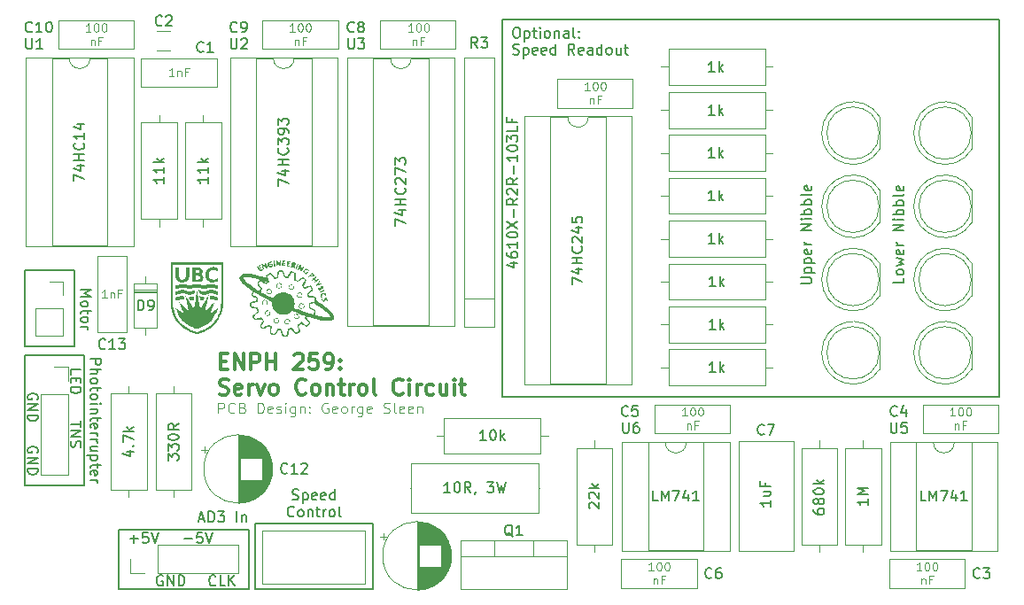
<source format=gbr>
%TF.GenerationSoftware,KiCad,Pcbnew,8.0.3*%
%TF.CreationDate,2024-12-27T16:28:35-08:00*%
%TF.ProjectId,enph259-servo,656e7068-3235-4392-9d73-6572766f2e6b,1*%
%TF.SameCoordinates,Original*%
%TF.FileFunction,Legend,Top*%
%TF.FilePolarity,Positive*%
%FSLAX46Y46*%
G04 Gerber Fmt 4.6, Leading zero omitted, Abs format (unit mm)*
G04 Created by KiCad (PCBNEW 8.0.3) date 2024-12-27 16:28:35*
%MOMM*%
%LPD*%
G01*
G04 APERTURE LIST*
%ADD10C,0.150000*%
%ADD11C,0.200000*%
%ADD12C,0.125000*%
%ADD13C,0.300000*%
%ADD14C,0.120000*%
%ADD15C,0.000000*%
G04 APERTURE END LIST*
D10*
X54300000Y-64500000D02*
X59900000Y-64500000D01*
X59900000Y-77000000D01*
X54300000Y-77000000D01*
X54300000Y-64500000D01*
X63200000Y-81200000D02*
X75700000Y-81200000D01*
X75700000Y-86900000D01*
X63200000Y-86900000D01*
X63200000Y-81200000D01*
X54300000Y-56400000D02*
X59000000Y-56400000D01*
X59000000Y-63700000D01*
X54300000Y-63700000D01*
X54300000Y-56400000D01*
X76300000Y-80600000D02*
X87500000Y-80600000D01*
X87500000Y-86900000D01*
X76300000Y-86900000D01*
X76300000Y-80600000D01*
X106554819Y-57761904D02*
X106554819Y-57095238D01*
X106554819Y-57095238D02*
X107554819Y-57523809D01*
X106888152Y-56285714D02*
X107554819Y-56285714D01*
X106507200Y-56523809D02*
X107221485Y-56761904D01*
X107221485Y-56761904D02*
X107221485Y-56142857D01*
X107554819Y-55761904D02*
X106554819Y-55761904D01*
X107031009Y-55761904D02*
X107031009Y-55190476D01*
X107554819Y-55190476D02*
X106554819Y-55190476D01*
X107459580Y-54142857D02*
X107507200Y-54190476D01*
X107507200Y-54190476D02*
X107554819Y-54333333D01*
X107554819Y-54333333D02*
X107554819Y-54428571D01*
X107554819Y-54428571D02*
X107507200Y-54571428D01*
X107507200Y-54571428D02*
X107411961Y-54666666D01*
X107411961Y-54666666D02*
X107316723Y-54714285D01*
X107316723Y-54714285D02*
X107126247Y-54761904D01*
X107126247Y-54761904D02*
X106983390Y-54761904D01*
X106983390Y-54761904D02*
X106792914Y-54714285D01*
X106792914Y-54714285D02*
X106697676Y-54666666D01*
X106697676Y-54666666D02*
X106602438Y-54571428D01*
X106602438Y-54571428D02*
X106554819Y-54428571D01*
X106554819Y-54428571D02*
X106554819Y-54333333D01*
X106554819Y-54333333D02*
X106602438Y-54190476D01*
X106602438Y-54190476D02*
X106650057Y-54142857D01*
X106650057Y-53761904D02*
X106602438Y-53714285D01*
X106602438Y-53714285D02*
X106554819Y-53619047D01*
X106554819Y-53619047D02*
X106554819Y-53380952D01*
X106554819Y-53380952D02*
X106602438Y-53285714D01*
X106602438Y-53285714D02*
X106650057Y-53238095D01*
X106650057Y-53238095D02*
X106745295Y-53190476D01*
X106745295Y-53190476D02*
X106840533Y-53190476D01*
X106840533Y-53190476D02*
X106983390Y-53238095D01*
X106983390Y-53238095D02*
X107554819Y-53809523D01*
X107554819Y-53809523D02*
X107554819Y-53190476D01*
X106888152Y-52333333D02*
X107554819Y-52333333D01*
X106507200Y-52571428D02*
X107221485Y-52809523D01*
X107221485Y-52809523D02*
X107221485Y-52190476D01*
X106554819Y-51333333D02*
X106554819Y-51809523D01*
X106554819Y-51809523D02*
X107031009Y-51857142D01*
X107031009Y-51857142D02*
X106983390Y-51809523D01*
X106983390Y-51809523D02*
X106935771Y-51714285D01*
X106935771Y-51714285D02*
X106935771Y-51476190D01*
X106935771Y-51476190D02*
X106983390Y-51380952D01*
X106983390Y-51380952D02*
X107031009Y-51333333D01*
X107031009Y-51333333D02*
X107126247Y-51285714D01*
X107126247Y-51285714D02*
X107364342Y-51285714D01*
X107364342Y-51285714D02*
X107459580Y-51333333D01*
X107459580Y-51333333D02*
X107507200Y-51380952D01*
X107507200Y-51380952D02*
X107554819Y-51476190D01*
X107554819Y-51476190D02*
X107554819Y-51714285D01*
X107554819Y-51714285D02*
X107507200Y-51809523D01*
X107507200Y-51809523D02*
X107459580Y-51857142D01*
D11*
X79852381Y-78309656D02*
X79995238Y-78357275D01*
X79995238Y-78357275D02*
X80233333Y-78357275D01*
X80233333Y-78357275D02*
X80328571Y-78309656D01*
X80328571Y-78309656D02*
X80376190Y-78262036D01*
X80376190Y-78262036D02*
X80423809Y-78166798D01*
X80423809Y-78166798D02*
X80423809Y-78071560D01*
X80423809Y-78071560D02*
X80376190Y-77976322D01*
X80376190Y-77976322D02*
X80328571Y-77928703D01*
X80328571Y-77928703D02*
X80233333Y-77881084D01*
X80233333Y-77881084D02*
X80042857Y-77833465D01*
X80042857Y-77833465D02*
X79947619Y-77785846D01*
X79947619Y-77785846D02*
X79900000Y-77738227D01*
X79900000Y-77738227D02*
X79852381Y-77642989D01*
X79852381Y-77642989D02*
X79852381Y-77547751D01*
X79852381Y-77547751D02*
X79900000Y-77452513D01*
X79900000Y-77452513D02*
X79947619Y-77404894D01*
X79947619Y-77404894D02*
X80042857Y-77357275D01*
X80042857Y-77357275D02*
X80280952Y-77357275D01*
X80280952Y-77357275D02*
X80423809Y-77404894D01*
X80852381Y-77690608D02*
X80852381Y-78690608D01*
X80852381Y-77738227D02*
X80947619Y-77690608D01*
X80947619Y-77690608D02*
X81138095Y-77690608D01*
X81138095Y-77690608D02*
X81233333Y-77738227D01*
X81233333Y-77738227D02*
X81280952Y-77785846D01*
X81280952Y-77785846D02*
X81328571Y-77881084D01*
X81328571Y-77881084D02*
X81328571Y-78166798D01*
X81328571Y-78166798D02*
X81280952Y-78262036D01*
X81280952Y-78262036D02*
X81233333Y-78309656D01*
X81233333Y-78309656D02*
X81138095Y-78357275D01*
X81138095Y-78357275D02*
X80947619Y-78357275D01*
X80947619Y-78357275D02*
X80852381Y-78309656D01*
X82138095Y-78309656D02*
X82042857Y-78357275D01*
X82042857Y-78357275D02*
X81852381Y-78357275D01*
X81852381Y-78357275D02*
X81757143Y-78309656D01*
X81757143Y-78309656D02*
X81709524Y-78214417D01*
X81709524Y-78214417D02*
X81709524Y-77833465D01*
X81709524Y-77833465D02*
X81757143Y-77738227D01*
X81757143Y-77738227D02*
X81852381Y-77690608D01*
X81852381Y-77690608D02*
X82042857Y-77690608D01*
X82042857Y-77690608D02*
X82138095Y-77738227D01*
X82138095Y-77738227D02*
X82185714Y-77833465D01*
X82185714Y-77833465D02*
X82185714Y-77928703D01*
X82185714Y-77928703D02*
X81709524Y-78023941D01*
X82995238Y-78309656D02*
X82900000Y-78357275D01*
X82900000Y-78357275D02*
X82709524Y-78357275D01*
X82709524Y-78357275D02*
X82614286Y-78309656D01*
X82614286Y-78309656D02*
X82566667Y-78214417D01*
X82566667Y-78214417D02*
X82566667Y-77833465D01*
X82566667Y-77833465D02*
X82614286Y-77738227D01*
X82614286Y-77738227D02*
X82709524Y-77690608D01*
X82709524Y-77690608D02*
X82900000Y-77690608D01*
X82900000Y-77690608D02*
X82995238Y-77738227D01*
X82995238Y-77738227D02*
X83042857Y-77833465D01*
X83042857Y-77833465D02*
X83042857Y-77928703D01*
X83042857Y-77928703D02*
X82566667Y-78023941D01*
X83900000Y-78357275D02*
X83900000Y-77357275D01*
X83900000Y-78309656D02*
X83804762Y-78357275D01*
X83804762Y-78357275D02*
X83614286Y-78357275D01*
X83614286Y-78357275D02*
X83519048Y-78309656D01*
X83519048Y-78309656D02*
X83471429Y-78262036D01*
X83471429Y-78262036D02*
X83423810Y-78166798D01*
X83423810Y-78166798D02*
X83423810Y-77881084D01*
X83423810Y-77881084D02*
X83471429Y-77785846D01*
X83471429Y-77785846D02*
X83519048Y-77738227D01*
X83519048Y-77738227D02*
X83614286Y-77690608D01*
X83614286Y-77690608D02*
X83804762Y-77690608D01*
X83804762Y-77690608D02*
X83900000Y-77738227D01*
X79995237Y-79871980D02*
X79947618Y-79919600D01*
X79947618Y-79919600D02*
X79804761Y-79967219D01*
X79804761Y-79967219D02*
X79709523Y-79967219D01*
X79709523Y-79967219D02*
X79566666Y-79919600D01*
X79566666Y-79919600D02*
X79471428Y-79824361D01*
X79471428Y-79824361D02*
X79423809Y-79729123D01*
X79423809Y-79729123D02*
X79376190Y-79538647D01*
X79376190Y-79538647D02*
X79376190Y-79395790D01*
X79376190Y-79395790D02*
X79423809Y-79205314D01*
X79423809Y-79205314D02*
X79471428Y-79110076D01*
X79471428Y-79110076D02*
X79566666Y-79014838D01*
X79566666Y-79014838D02*
X79709523Y-78967219D01*
X79709523Y-78967219D02*
X79804761Y-78967219D01*
X79804761Y-78967219D02*
X79947618Y-79014838D01*
X79947618Y-79014838D02*
X79995237Y-79062457D01*
X80566666Y-79967219D02*
X80471428Y-79919600D01*
X80471428Y-79919600D02*
X80423809Y-79871980D01*
X80423809Y-79871980D02*
X80376190Y-79776742D01*
X80376190Y-79776742D02*
X80376190Y-79491028D01*
X80376190Y-79491028D02*
X80423809Y-79395790D01*
X80423809Y-79395790D02*
X80471428Y-79348171D01*
X80471428Y-79348171D02*
X80566666Y-79300552D01*
X80566666Y-79300552D02*
X80709523Y-79300552D01*
X80709523Y-79300552D02*
X80804761Y-79348171D01*
X80804761Y-79348171D02*
X80852380Y-79395790D01*
X80852380Y-79395790D02*
X80899999Y-79491028D01*
X80899999Y-79491028D02*
X80899999Y-79776742D01*
X80899999Y-79776742D02*
X80852380Y-79871980D01*
X80852380Y-79871980D02*
X80804761Y-79919600D01*
X80804761Y-79919600D02*
X80709523Y-79967219D01*
X80709523Y-79967219D02*
X80566666Y-79967219D01*
X81328571Y-79300552D02*
X81328571Y-79967219D01*
X81328571Y-79395790D02*
X81376190Y-79348171D01*
X81376190Y-79348171D02*
X81471428Y-79300552D01*
X81471428Y-79300552D02*
X81614285Y-79300552D01*
X81614285Y-79300552D02*
X81709523Y-79348171D01*
X81709523Y-79348171D02*
X81757142Y-79443409D01*
X81757142Y-79443409D02*
X81757142Y-79967219D01*
X82090476Y-79300552D02*
X82471428Y-79300552D01*
X82233333Y-78967219D02*
X82233333Y-79824361D01*
X82233333Y-79824361D02*
X82280952Y-79919600D01*
X82280952Y-79919600D02*
X82376190Y-79967219D01*
X82376190Y-79967219D02*
X82471428Y-79967219D01*
X82804762Y-79967219D02*
X82804762Y-79300552D01*
X82804762Y-79491028D02*
X82852381Y-79395790D01*
X82852381Y-79395790D02*
X82900000Y-79348171D01*
X82900000Y-79348171D02*
X82995238Y-79300552D01*
X82995238Y-79300552D02*
X83090476Y-79300552D01*
X83566667Y-79967219D02*
X83471429Y-79919600D01*
X83471429Y-79919600D02*
X83423810Y-79871980D01*
X83423810Y-79871980D02*
X83376191Y-79776742D01*
X83376191Y-79776742D02*
X83376191Y-79491028D01*
X83376191Y-79491028D02*
X83423810Y-79395790D01*
X83423810Y-79395790D02*
X83471429Y-79348171D01*
X83471429Y-79348171D02*
X83566667Y-79300552D01*
X83566667Y-79300552D02*
X83709524Y-79300552D01*
X83709524Y-79300552D02*
X83804762Y-79348171D01*
X83804762Y-79348171D02*
X83852381Y-79395790D01*
X83852381Y-79395790D02*
X83900000Y-79491028D01*
X83900000Y-79491028D02*
X83900000Y-79776742D01*
X83900000Y-79776742D02*
X83852381Y-79871980D01*
X83852381Y-79871980D02*
X83804762Y-79919600D01*
X83804762Y-79919600D02*
X83709524Y-79967219D01*
X83709524Y-79967219D02*
X83566667Y-79967219D01*
X84471429Y-79967219D02*
X84376191Y-79919600D01*
X84376191Y-79919600D02*
X84328572Y-79824361D01*
X84328572Y-79824361D02*
X84328572Y-78967219D01*
D10*
X59630180Y-70824286D02*
X59630180Y-71395714D01*
X58630180Y-71110000D02*
X59630180Y-71110000D01*
X58630180Y-71729048D02*
X59630180Y-71729048D01*
X59630180Y-71729048D02*
X58630180Y-72300476D01*
X58630180Y-72300476D02*
X59630180Y-72300476D01*
X58677800Y-72729048D02*
X58630180Y-72871905D01*
X58630180Y-72871905D02*
X58630180Y-73110000D01*
X58630180Y-73110000D02*
X58677800Y-73205238D01*
X58677800Y-73205238D02*
X58725419Y-73252857D01*
X58725419Y-73252857D02*
X58820657Y-73300476D01*
X58820657Y-73300476D02*
X58915895Y-73300476D01*
X58915895Y-73300476D02*
X59011133Y-73252857D01*
X59011133Y-73252857D02*
X59058752Y-73205238D01*
X59058752Y-73205238D02*
X59106371Y-73110000D01*
X59106371Y-73110000D02*
X59153990Y-72919524D01*
X59153990Y-72919524D02*
X59201609Y-72824286D01*
X59201609Y-72824286D02*
X59249228Y-72776667D01*
X59249228Y-72776667D02*
X59344466Y-72729048D01*
X59344466Y-72729048D02*
X59439704Y-72729048D01*
X59439704Y-72729048D02*
X59534942Y-72776667D01*
X59534942Y-72776667D02*
X59582561Y-72824286D01*
X59582561Y-72824286D02*
X59630180Y-72919524D01*
X59630180Y-72919524D02*
X59630180Y-73157619D01*
X59630180Y-73157619D02*
X59582561Y-73300476D01*
D11*
X59632780Y-58286666D02*
X60632780Y-58286666D01*
X60632780Y-58286666D02*
X59918495Y-58619999D01*
X59918495Y-58619999D02*
X60632780Y-58953332D01*
X60632780Y-58953332D02*
X59632780Y-58953332D01*
X59632780Y-59572380D02*
X59680400Y-59477142D01*
X59680400Y-59477142D02*
X59728019Y-59429523D01*
X59728019Y-59429523D02*
X59823257Y-59381904D01*
X59823257Y-59381904D02*
X60108971Y-59381904D01*
X60108971Y-59381904D02*
X60204209Y-59429523D01*
X60204209Y-59429523D02*
X60251828Y-59477142D01*
X60251828Y-59477142D02*
X60299447Y-59572380D01*
X60299447Y-59572380D02*
X60299447Y-59715237D01*
X60299447Y-59715237D02*
X60251828Y-59810475D01*
X60251828Y-59810475D02*
X60204209Y-59858094D01*
X60204209Y-59858094D02*
X60108971Y-59905713D01*
X60108971Y-59905713D02*
X59823257Y-59905713D01*
X59823257Y-59905713D02*
X59728019Y-59858094D01*
X59728019Y-59858094D02*
X59680400Y-59810475D01*
X59680400Y-59810475D02*
X59632780Y-59715237D01*
X59632780Y-59715237D02*
X59632780Y-59572380D01*
X60299447Y-60191428D02*
X60299447Y-60572380D01*
X60632780Y-60334285D02*
X59775638Y-60334285D01*
X59775638Y-60334285D02*
X59680400Y-60381904D01*
X59680400Y-60381904D02*
X59632780Y-60477142D01*
X59632780Y-60477142D02*
X59632780Y-60572380D01*
X59632780Y-61048571D02*
X59680400Y-60953333D01*
X59680400Y-60953333D02*
X59728019Y-60905714D01*
X59728019Y-60905714D02*
X59823257Y-60858095D01*
X59823257Y-60858095D02*
X60108971Y-60858095D01*
X60108971Y-60858095D02*
X60204209Y-60905714D01*
X60204209Y-60905714D02*
X60251828Y-60953333D01*
X60251828Y-60953333D02*
X60299447Y-61048571D01*
X60299447Y-61048571D02*
X60299447Y-61191428D01*
X60299447Y-61191428D02*
X60251828Y-61286666D01*
X60251828Y-61286666D02*
X60204209Y-61334285D01*
X60204209Y-61334285D02*
X60108971Y-61381904D01*
X60108971Y-61381904D02*
X59823257Y-61381904D01*
X59823257Y-61381904D02*
X59728019Y-61334285D01*
X59728019Y-61334285D02*
X59680400Y-61286666D01*
X59680400Y-61286666D02*
X59632780Y-61191428D01*
X59632780Y-61191428D02*
X59632780Y-61048571D01*
X59632780Y-61810476D02*
X60299447Y-61810476D01*
X60108971Y-61810476D02*
X60204209Y-61858095D01*
X60204209Y-61858095D02*
X60251828Y-61905714D01*
X60251828Y-61905714D02*
X60299447Y-62000952D01*
X60299447Y-62000952D02*
X60299447Y-62096190D01*
D10*
X55482561Y-73838095D02*
X55530180Y-73742857D01*
X55530180Y-73742857D02*
X55530180Y-73600000D01*
X55530180Y-73600000D02*
X55482561Y-73457143D01*
X55482561Y-73457143D02*
X55387323Y-73361905D01*
X55387323Y-73361905D02*
X55292085Y-73314286D01*
X55292085Y-73314286D02*
X55101609Y-73266667D01*
X55101609Y-73266667D02*
X54958752Y-73266667D01*
X54958752Y-73266667D02*
X54768276Y-73314286D01*
X54768276Y-73314286D02*
X54673038Y-73361905D01*
X54673038Y-73361905D02*
X54577800Y-73457143D01*
X54577800Y-73457143D02*
X54530180Y-73600000D01*
X54530180Y-73600000D02*
X54530180Y-73695238D01*
X54530180Y-73695238D02*
X54577800Y-73838095D01*
X54577800Y-73838095D02*
X54625419Y-73885714D01*
X54625419Y-73885714D02*
X54958752Y-73885714D01*
X54958752Y-73885714D02*
X54958752Y-73695238D01*
X54530180Y-74314286D02*
X55530180Y-74314286D01*
X55530180Y-74314286D02*
X54530180Y-74885714D01*
X54530180Y-74885714D02*
X55530180Y-74885714D01*
X54530180Y-75361905D02*
X55530180Y-75361905D01*
X55530180Y-75361905D02*
X55530180Y-75600000D01*
X55530180Y-75600000D02*
X55482561Y-75742857D01*
X55482561Y-75742857D02*
X55387323Y-75838095D01*
X55387323Y-75838095D02*
X55292085Y-75885714D01*
X55292085Y-75885714D02*
X55101609Y-75933333D01*
X55101609Y-75933333D02*
X54958752Y-75933333D01*
X54958752Y-75933333D02*
X54768276Y-75885714D01*
X54768276Y-75885714D02*
X54673038Y-75838095D01*
X54673038Y-75838095D02*
X54577800Y-75742857D01*
X54577800Y-75742857D02*
X54530180Y-75600000D01*
X54530180Y-75600000D02*
X54530180Y-75361905D01*
D12*
X62123809Y-59063595D02*
X61666666Y-59063595D01*
X61895238Y-59063595D02*
X61895238Y-58263595D01*
X61895238Y-58263595D02*
X61819047Y-58377880D01*
X61819047Y-58377880D02*
X61742857Y-58454071D01*
X61742857Y-58454071D02*
X61666666Y-58492166D01*
X62466667Y-58530261D02*
X62466667Y-59063595D01*
X62466667Y-58606452D02*
X62504762Y-58568357D01*
X62504762Y-58568357D02*
X62580952Y-58530261D01*
X62580952Y-58530261D02*
X62695238Y-58530261D01*
X62695238Y-58530261D02*
X62771429Y-58568357D01*
X62771429Y-58568357D02*
X62809524Y-58644547D01*
X62809524Y-58644547D02*
X62809524Y-59063595D01*
X63457143Y-58644547D02*
X63190477Y-58644547D01*
X63190477Y-59063595D02*
X63190477Y-58263595D01*
X63190477Y-58263595D02*
X63571429Y-58263595D01*
D11*
X70914286Y-80181504D02*
X71390476Y-80181504D01*
X70819048Y-80467219D02*
X71152381Y-79467219D01*
X71152381Y-79467219D02*
X71485714Y-80467219D01*
X71819048Y-80467219D02*
X71819048Y-79467219D01*
X71819048Y-79467219D02*
X72057143Y-79467219D01*
X72057143Y-79467219D02*
X72200000Y-79514838D01*
X72200000Y-79514838D02*
X72295238Y-79610076D01*
X72295238Y-79610076D02*
X72342857Y-79705314D01*
X72342857Y-79705314D02*
X72390476Y-79895790D01*
X72390476Y-79895790D02*
X72390476Y-80038647D01*
X72390476Y-80038647D02*
X72342857Y-80229123D01*
X72342857Y-80229123D02*
X72295238Y-80324361D01*
X72295238Y-80324361D02*
X72200000Y-80419600D01*
X72200000Y-80419600D02*
X72057143Y-80467219D01*
X72057143Y-80467219D02*
X71819048Y-80467219D01*
X72723810Y-79467219D02*
X73342857Y-79467219D01*
X73342857Y-79467219D02*
X73009524Y-79848171D01*
X73009524Y-79848171D02*
X73152381Y-79848171D01*
X73152381Y-79848171D02*
X73247619Y-79895790D01*
X73247619Y-79895790D02*
X73295238Y-79943409D01*
X73295238Y-79943409D02*
X73342857Y-80038647D01*
X73342857Y-80038647D02*
X73342857Y-80276742D01*
X73342857Y-80276742D02*
X73295238Y-80371980D01*
X73295238Y-80371980D02*
X73247619Y-80419600D01*
X73247619Y-80419600D02*
X73152381Y-80467219D01*
X73152381Y-80467219D02*
X72866667Y-80467219D01*
X72866667Y-80467219D02*
X72771429Y-80419600D01*
X72771429Y-80419600D02*
X72723810Y-80371980D01*
X74533334Y-80467219D02*
X74533334Y-79467219D01*
X75009524Y-79800552D02*
X75009524Y-80467219D01*
X75009524Y-79895790D02*
X75057143Y-79848171D01*
X75057143Y-79848171D02*
X75152381Y-79800552D01*
X75152381Y-79800552D02*
X75295238Y-79800552D01*
X75295238Y-79800552D02*
X75390476Y-79848171D01*
X75390476Y-79848171D02*
X75438095Y-79943409D01*
X75438095Y-79943409D02*
X75438095Y-80467219D01*
D12*
X117566666Y-70319618D02*
X117109523Y-70319618D01*
X117338095Y-70319618D02*
X117338095Y-69519618D01*
X117338095Y-69519618D02*
X117261904Y-69633903D01*
X117261904Y-69633903D02*
X117185714Y-69710094D01*
X117185714Y-69710094D02*
X117109523Y-69748189D01*
X118061905Y-69519618D02*
X118138095Y-69519618D01*
X118138095Y-69519618D02*
X118214286Y-69557713D01*
X118214286Y-69557713D02*
X118252381Y-69595808D01*
X118252381Y-69595808D02*
X118290476Y-69671999D01*
X118290476Y-69671999D02*
X118328571Y-69824380D01*
X118328571Y-69824380D02*
X118328571Y-70014856D01*
X118328571Y-70014856D02*
X118290476Y-70167237D01*
X118290476Y-70167237D02*
X118252381Y-70243427D01*
X118252381Y-70243427D02*
X118214286Y-70281523D01*
X118214286Y-70281523D02*
X118138095Y-70319618D01*
X118138095Y-70319618D02*
X118061905Y-70319618D01*
X118061905Y-70319618D02*
X117985714Y-70281523D01*
X117985714Y-70281523D02*
X117947619Y-70243427D01*
X117947619Y-70243427D02*
X117909524Y-70167237D01*
X117909524Y-70167237D02*
X117871428Y-70014856D01*
X117871428Y-70014856D02*
X117871428Y-69824380D01*
X117871428Y-69824380D02*
X117909524Y-69671999D01*
X117909524Y-69671999D02*
X117947619Y-69595808D01*
X117947619Y-69595808D02*
X117985714Y-69557713D01*
X117985714Y-69557713D02*
X118061905Y-69519618D01*
X118823810Y-69519618D02*
X118900000Y-69519618D01*
X118900000Y-69519618D02*
X118976191Y-69557713D01*
X118976191Y-69557713D02*
X119014286Y-69595808D01*
X119014286Y-69595808D02*
X119052381Y-69671999D01*
X119052381Y-69671999D02*
X119090476Y-69824380D01*
X119090476Y-69824380D02*
X119090476Y-70014856D01*
X119090476Y-70014856D02*
X119052381Y-70167237D01*
X119052381Y-70167237D02*
X119014286Y-70243427D01*
X119014286Y-70243427D02*
X118976191Y-70281523D01*
X118976191Y-70281523D02*
X118900000Y-70319618D01*
X118900000Y-70319618D02*
X118823810Y-70319618D01*
X118823810Y-70319618D02*
X118747619Y-70281523D01*
X118747619Y-70281523D02*
X118709524Y-70243427D01*
X118709524Y-70243427D02*
X118671429Y-70167237D01*
X118671429Y-70167237D02*
X118633333Y-70014856D01*
X118633333Y-70014856D02*
X118633333Y-69824380D01*
X118633333Y-69824380D02*
X118671429Y-69671999D01*
X118671429Y-69671999D02*
X118709524Y-69595808D01*
X118709524Y-69595808D02*
X118747619Y-69557713D01*
X118747619Y-69557713D02*
X118823810Y-69519618D01*
X117585714Y-71074239D02*
X117585714Y-71607573D01*
X117585714Y-71150430D02*
X117623809Y-71112335D01*
X117623809Y-71112335D02*
X117699999Y-71074239D01*
X117699999Y-71074239D02*
X117814285Y-71074239D01*
X117814285Y-71074239D02*
X117890476Y-71112335D01*
X117890476Y-71112335D02*
X117928571Y-71188525D01*
X117928571Y-71188525D02*
X117928571Y-71607573D01*
X118576190Y-71188525D02*
X118309524Y-71188525D01*
X118309524Y-71607573D02*
X118309524Y-70807573D01*
X118309524Y-70807573D02*
X118690476Y-70807573D01*
X108266666Y-39219618D02*
X107809523Y-39219618D01*
X108038095Y-39219618D02*
X108038095Y-38419618D01*
X108038095Y-38419618D02*
X107961904Y-38533903D01*
X107961904Y-38533903D02*
X107885714Y-38610094D01*
X107885714Y-38610094D02*
X107809523Y-38648189D01*
X108761905Y-38419618D02*
X108838095Y-38419618D01*
X108838095Y-38419618D02*
X108914286Y-38457713D01*
X108914286Y-38457713D02*
X108952381Y-38495808D01*
X108952381Y-38495808D02*
X108990476Y-38571999D01*
X108990476Y-38571999D02*
X109028571Y-38724380D01*
X109028571Y-38724380D02*
X109028571Y-38914856D01*
X109028571Y-38914856D02*
X108990476Y-39067237D01*
X108990476Y-39067237D02*
X108952381Y-39143427D01*
X108952381Y-39143427D02*
X108914286Y-39181523D01*
X108914286Y-39181523D02*
X108838095Y-39219618D01*
X108838095Y-39219618D02*
X108761905Y-39219618D01*
X108761905Y-39219618D02*
X108685714Y-39181523D01*
X108685714Y-39181523D02*
X108647619Y-39143427D01*
X108647619Y-39143427D02*
X108609524Y-39067237D01*
X108609524Y-39067237D02*
X108571428Y-38914856D01*
X108571428Y-38914856D02*
X108571428Y-38724380D01*
X108571428Y-38724380D02*
X108609524Y-38571999D01*
X108609524Y-38571999D02*
X108647619Y-38495808D01*
X108647619Y-38495808D02*
X108685714Y-38457713D01*
X108685714Y-38457713D02*
X108761905Y-38419618D01*
X109523810Y-38419618D02*
X109600000Y-38419618D01*
X109600000Y-38419618D02*
X109676191Y-38457713D01*
X109676191Y-38457713D02*
X109714286Y-38495808D01*
X109714286Y-38495808D02*
X109752381Y-38571999D01*
X109752381Y-38571999D02*
X109790476Y-38724380D01*
X109790476Y-38724380D02*
X109790476Y-38914856D01*
X109790476Y-38914856D02*
X109752381Y-39067237D01*
X109752381Y-39067237D02*
X109714286Y-39143427D01*
X109714286Y-39143427D02*
X109676191Y-39181523D01*
X109676191Y-39181523D02*
X109600000Y-39219618D01*
X109600000Y-39219618D02*
X109523810Y-39219618D01*
X109523810Y-39219618D02*
X109447619Y-39181523D01*
X109447619Y-39181523D02*
X109409524Y-39143427D01*
X109409524Y-39143427D02*
X109371429Y-39067237D01*
X109371429Y-39067237D02*
X109333333Y-38914856D01*
X109333333Y-38914856D02*
X109333333Y-38724380D01*
X109333333Y-38724380D02*
X109371429Y-38571999D01*
X109371429Y-38571999D02*
X109409524Y-38495808D01*
X109409524Y-38495808D02*
X109447619Y-38457713D01*
X109447619Y-38457713D02*
X109523810Y-38419618D01*
X108285714Y-39974239D02*
X108285714Y-40507573D01*
X108285714Y-40050430D02*
X108323809Y-40012335D01*
X108323809Y-40012335D02*
X108399999Y-39974239D01*
X108399999Y-39974239D02*
X108514285Y-39974239D01*
X108514285Y-39974239D02*
X108590476Y-40012335D01*
X108590476Y-40012335D02*
X108628571Y-40088525D01*
X108628571Y-40088525D02*
X108628571Y-40507573D01*
X109276190Y-40088525D02*
X109009524Y-40088525D01*
X109009524Y-40507573D02*
X109009524Y-39707573D01*
X109009524Y-39707573D02*
X109390476Y-39707573D01*
X91366666Y-33619618D02*
X90909523Y-33619618D01*
X91138095Y-33619618D02*
X91138095Y-32819618D01*
X91138095Y-32819618D02*
X91061904Y-32933903D01*
X91061904Y-32933903D02*
X90985714Y-33010094D01*
X90985714Y-33010094D02*
X90909523Y-33048189D01*
X91861905Y-32819618D02*
X91938095Y-32819618D01*
X91938095Y-32819618D02*
X92014286Y-32857713D01*
X92014286Y-32857713D02*
X92052381Y-32895808D01*
X92052381Y-32895808D02*
X92090476Y-32971999D01*
X92090476Y-32971999D02*
X92128571Y-33124380D01*
X92128571Y-33124380D02*
X92128571Y-33314856D01*
X92128571Y-33314856D02*
X92090476Y-33467237D01*
X92090476Y-33467237D02*
X92052381Y-33543427D01*
X92052381Y-33543427D02*
X92014286Y-33581523D01*
X92014286Y-33581523D02*
X91938095Y-33619618D01*
X91938095Y-33619618D02*
X91861905Y-33619618D01*
X91861905Y-33619618D02*
X91785714Y-33581523D01*
X91785714Y-33581523D02*
X91747619Y-33543427D01*
X91747619Y-33543427D02*
X91709524Y-33467237D01*
X91709524Y-33467237D02*
X91671428Y-33314856D01*
X91671428Y-33314856D02*
X91671428Y-33124380D01*
X91671428Y-33124380D02*
X91709524Y-32971999D01*
X91709524Y-32971999D02*
X91747619Y-32895808D01*
X91747619Y-32895808D02*
X91785714Y-32857713D01*
X91785714Y-32857713D02*
X91861905Y-32819618D01*
X92623810Y-32819618D02*
X92700000Y-32819618D01*
X92700000Y-32819618D02*
X92776191Y-32857713D01*
X92776191Y-32857713D02*
X92814286Y-32895808D01*
X92814286Y-32895808D02*
X92852381Y-32971999D01*
X92852381Y-32971999D02*
X92890476Y-33124380D01*
X92890476Y-33124380D02*
X92890476Y-33314856D01*
X92890476Y-33314856D02*
X92852381Y-33467237D01*
X92852381Y-33467237D02*
X92814286Y-33543427D01*
X92814286Y-33543427D02*
X92776191Y-33581523D01*
X92776191Y-33581523D02*
X92700000Y-33619618D01*
X92700000Y-33619618D02*
X92623810Y-33619618D01*
X92623810Y-33619618D02*
X92547619Y-33581523D01*
X92547619Y-33581523D02*
X92509524Y-33543427D01*
X92509524Y-33543427D02*
X92471429Y-33467237D01*
X92471429Y-33467237D02*
X92433333Y-33314856D01*
X92433333Y-33314856D02*
X92433333Y-33124380D01*
X92433333Y-33124380D02*
X92471429Y-32971999D01*
X92471429Y-32971999D02*
X92509524Y-32895808D01*
X92509524Y-32895808D02*
X92547619Y-32857713D01*
X92547619Y-32857713D02*
X92623810Y-32819618D01*
X91385714Y-34374239D02*
X91385714Y-34907573D01*
X91385714Y-34450430D02*
X91423809Y-34412335D01*
X91423809Y-34412335D02*
X91499999Y-34374239D01*
X91499999Y-34374239D02*
X91614285Y-34374239D01*
X91614285Y-34374239D02*
X91690476Y-34412335D01*
X91690476Y-34412335D02*
X91728571Y-34488525D01*
X91728571Y-34488525D02*
X91728571Y-34907573D01*
X92376190Y-34488525D02*
X92109524Y-34488525D01*
X92109524Y-34907573D02*
X92109524Y-34107573D01*
X92109524Y-34107573D02*
X92490476Y-34107573D01*
X143166666Y-70319618D02*
X142709523Y-70319618D01*
X142938095Y-70319618D02*
X142938095Y-69519618D01*
X142938095Y-69519618D02*
X142861904Y-69633903D01*
X142861904Y-69633903D02*
X142785714Y-69710094D01*
X142785714Y-69710094D02*
X142709523Y-69748189D01*
X143661905Y-69519618D02*
X143738095Y-69519618D01*
X143738095Y-69519618D02*
X143814286Y-69557713D01*
X143814286Y-69557713D02*
X143852381Y-69595808D01*
X143852381Y-69595808D02*
X143890476Y-69671999D01*
X143890476Y-69671999D02*
X143928571Y-69824380D01*
X143928571Y-69824380D02*
X143928571Y-70014856D01*
X143928571Y-70014856D02*
X143890476Y-70167237D01*
X143890476Y-70167237D02*
X143852381Y-70243427D01*
X143852381Y-70243427D02*
X143814286Y-70281523D01*
X143814286Y-70281523D02*
X143738095Y-70319618D01*
X143738095Y-70319618D02*
X143661905Y-70319618D01*
X143661905Y-70319618D02*
X143585714Y-70281523D01*
X143585714Y-70281523D02*
X143547619Y-70243427D01*
X143547619Y-70243427D02*
X143509524Y-70167237D01*
X143509524Y-70167237D02*
X143471428Y-70014856D01*
X143471428Y-70014856D02*
X143471428Y-69824380D01*
X143471428Y-69824380D02*
X143509524Y-69671999D01*
X143509524Y-69671999D02*
X143547619Y-69595808D01*
X143547619Y-69595808D02*
X143585714Y-69557713D01*
X143585714Y-69557713D02*
X143661905Y-69519618D01*
X144423810Y-69519618D02*
X144500000Y-69519618D01*
X144500000Y-69519618D02*
X144576191Y-69557713D01*
X144576191Y-69557713D02*
X144614286Y-69595808D01*
X144614286Y-69595808D02*
X144652381Y-69671999D01*
X144652381Y-69671999D02*
X144690476Y-69824380D01*
X144690476Y-69824380D02*
X144690476Y-70014856D01*
X144690476Y-70014856D02*
X144652381Y-70167237D01*
X144652381Y-70167237D02*
X144614286Y-70243427D01*
X144614286Y-70243427D02*
X144576191Y-70281523D01*
X144576191Y-70281523D02*
X144500000Y-70319618D01*
X144500000Y-70319618D02*
X144423810Y-70319618D01*
X144423810Y-70319618D02*
X144347619Y-70281523D01*
X144347619Y-70281523D02*
X144309524Y-70243427D01*
X144309524Y-70243427D02*
X144271429Y-70167237D01*
X144271429Y-70167237D02*
X144233333Y-70014856D01*
X144233333Y-70014856D02*
X144233333Y-69824380D01*
X144233333Y-69824380D02*
X144271429Y-69671999D01*
X144271429Y-69671999D02*
X144309524Y-69595808D01*
X144309524Y-69595808D02*
X144347619Y-69557713D01*
X144347619Y-69557713D02*
X144423810Y-69519618D01*
X143185714Y-71074239D02*
X143185714Y-71607573D01*
X143185714Y-71150430D02*
X143223809Y-71112335D01*
X143223809Y-71112335D02*
X143299999Y-71074239D01*
X143299999Y-71074239D02*
X143414285Y-71074239D01*
X143414285Y-71074239D02*
X143490476Y-71112335D01*
X143490476Y-71112335D02*
X143528571Y-71188525D01*
X143528571Y-71188525D02*
X143528571Y-71607573D01*
X144176190Y-71188525D02*
X143909524Y-71188525D01*
X143909524Y-71607573D02*
X143909524Y-70807573D01*
X143909524Y-70807573D02*
X144290476Y-70807573D01*
D11*
X60532780Y-64892856D02*
X61532780Y-64892856D01*
X61532780Y-64892856D02*
X61532780Y-65273808D01*
X61532780Y-65273808D02*
X61485161Y-65369046D01*
X61485161Y-65369046D02*
X61437542Y-65416665D01*
X61437542Y-65416665D02*
X61342304Y-65464284D01*
X61342304Y-65464284D02*
X61199447Y-65464284D01*
X61199447Y-65464284D02*
X61104209Y-65416665D01*
X61104209Y-65416665D02*
X61056590Y-65369046D01*
X61056590Y-65369046D02*
X61008971Y-65273808D01*
X61008971Y-65273808D02*
X61008971Y-64892856D01*
X60532780Y-65892856D02*
X61532780Y-65892856D01*
X60532780Y-66321427D02*
X61056590Y-66321427D01*
X61056590Y-66321427D02*
X61151828Y-66273808D01*
X61151828Y-66273808D02*
X61199447Y-66178570D01*
X61199447Y-66178570D02*
X61199447Y-66035713D01*
X61199447Y-66035713D02*
X61151828Y-65940475D01*
X61151828Y-65940475D02*
X61104209Y-65892856D01*
X60532780Y-66940475D02*
X60580400Y-66845237D01*
X60580400Y-66845237D02*
X60628019Y-66797618D01*
X60628019Y-66797618D02*
X60723257Y-66749999D01*
X60723257Y-66749999D02*
X61008971Y-66749999D01*
X61008971Y-66749999D02*
X61104209Y-66797618D01*
X61104209Y-66797618D02*
X61151828Y-66845237D01*
X61151828Y-66845237D02*
X61199447Y-66940475D01*
X61199447Y-66940475D02*
X61199447Y-67083332D01*
X61199447Y-67083332D02*
X61151828Y-67178570D01*
X61151828Y-67178570D02*
X61104209Y-67226189D01*
X61104209Y-67226189D02*
X61008971Y-67273808D01*
X61008971Y-67273808D02*
X60723257Y-67273808D01*
X60723257Y-67273808D02*
X60628019Y-67226189D01*
X60628019Y-67226189D02*
X60580400Y-67178570D01*
X60580400Y-67178570D02*
X60532780Y-67083332D01*
X60532780Y-67083332D02*
X60532780Y-66940475D01*
X61199447Y-67559523D02*
X61199447Y-67940475D01*
X61532780Y-67702380D02*
X60675638Y-67702380D01*
X60675638Y-67702380D02*
X60580400Y-67749999D01*
X60580400Y-67749999D02*
X60532780Y-67845237D01*
X60532780Y-67845237D02*
X60532780Y-67940475D01*
X60532780Y-68416666D02*
X60580400Y-68321428D01*
X60580400Y-68321428D02*
X60628019Y-68273809D01*
X60628019Y-68273809D02*
X60723257Y-68226190D01*
X60723257Y-68226190D02*
X61008971Y-68226190D01*
X61008971Y-68226190D02*
X61104209Y-68273809D01*
X61104209Y-68273809D02*
X61151828Y-68321428D01*
X61151828Y-68321428D02*
X61199447Y-68416666D01*
X61199447Y-68416666D02*
X61199447Y-68559523D01*
X61199447Y-68559523D02*
X61151828Y-68654761D01*
X61151828Y-68654761D02*
X61104209Y-68702380D01*
X61104209Y-68702380D02*
X61008971Y-68749999D01*
X61008971Y-68749999D02*
X60723257Y-68749999D01*
X60723257Y-68749999D02*
X60628019Y-68702380D01*
X60628019Y-68702380D02*
X60580400Y-68654761D01*
X60580400Y-68654761D02*
X60532780Y-68559523D01*
X60532780Y-68559523D02*
X60532780Y-68416666D01*
X60532780Y-69178571D02*
X61199447Y-69178571D01*
X61532780Y-69178571D02*
X61485161Y-69130952D01*
X61485161Y-69130952D02*
X61437542Y-69178571D01*
X61437542Y-69178571D02*
X61485161Y-69226190D01*
X61485161Y-69226190D02*
X61532780Y-69178571D01*
X61532780Y-69178571D02*
X61437542Y-69178571D01*
X61199447Y-69654761D02*
X60532780Y-69654761D01*
X61104209Y-69654761D02*
X61151828Y-69702380D01*
X61151828Y-69702380D02*
X61199447Y-69797618D01*
X61199447Y-69797618D02*
X61199447Y-69940475D01*
X61199447Y-69940475D02*
X61151828Y-70035713D01*
X61151828Y-70035713D02*
X61056590Y-70083332D01*
X61056590Y-70083332D02*
X60532780Y-70083332D01*
X61199447Y-70416666D02*
X61199447Y-70797618D01*
X61532780Y-70559523D02*
X60675638Y-70559523D01*
X60675638Y-70559523D02*
X60580400Y-70607142D01*
X60580400Y-70607142D02*
X60532780Y-70702380D01*
X60532780Y-70702380D02*
X60532780Y-70797618D01*
X60580400Y-71511904D02*
X60532780Y-71416666D01*
X60532780Y-71416666D02*
X60532780Y-71226190D01*
X60532780Y-71226190D02*
X60580400Y-71130952D01*
X60580400Y-71130952D02*
X60675638Y-71083333D01*
X60675638Y-71083333D02*
X61056590Y-71083333D01*
X61056590Y-71083333D02*
X61151828Y-71130952D01*
X61151828Y-71130952D02*
X61199447Y-71226190D01*
X61199447Y-71226190D02*
X61199447Y-71416666D01*
X61199447Y-71416666D02*
X61151828Y-71511904D01*
X61151828Y-71511904D02*
X61056590Y-71559523D01*
X61056590Y-71559523D02*
X60961352Y-71559523D01*
X60961352Y-71559523D02*
X60866114Y-71083333D01*
X60532780Y-71988095D02*
X61199447Y-71988095D01*
X61008971Y-71988095D02*
X61104209Y-72035714D01*
X61104209Y-72035714D02*
X61151828Y-72083333D01*
X61151828Y-72083333D02*
X61199447Y-72178571D01*
X61199447Y-72178571D02*
X61199447Y-72273809D01*
X60532780Y-72607143D02*
X61199447Y-72607143D01*
X61008971Y-72607143D02*
X61104209Y-72654762D01*
X61104209Y-72654762D02*
X61151828Y-72702381D01*
X61151828Y-72702381D02*
X61199447Y-72797619D01*
X61199447Y-72797619D02*
X61199447Y-72892857D01*
X61199447Y-73654762D02*
X60532780Y-73654762D01*
X61199447Y-73226191D02*
X60675638Y-73226191D01*
X60675638Y-73226191D02*
X60580400Y-73273810D01*
X60580400Y-73273810D02*
X60532780Y-73369048D01*
X60532780Y-73369048D02*
X60532780Y-73511905D01*
X60532780Y-73511905D02*
X60580400Y-73607143D01*
X60580400Y-73607143D02*
X60628019Y-73654762D01*
X61199447Y-74130953D02*
X60199447Y-74130953D01*
X61151828Y-74130953D02*
X61199447Y-74226191D01*
X61199447Y-74226191D02*
X61199447Y-74416667D01*
X61199447Y-74416667D02*
X61151828Y-74511905D01*
X61151828Y-74511905D02*
X61104209Y-74559524D01*
X61104209Y-74559524D02*
X61008971Y-74607143D01*
X61008971Y-74607143D02*
X60723257Y-74607143D01*
X60723257Y-74607143D02*
X60628019Y-74559524D01*
X60628019Y-74559524D02*
X60580400Y-74511905D01*
X60580400Y-74511905D02*
X60532780Y-74416667D01*
X60532780Y-74416667D02*
X60532780Y-74226191D01*
X60532780Y-74226191D02*
X60580400Y-74130953D01*
X61199447Y-74892858D02*
X61199447Y-75273810D01*
X61532780Y-75035715D02*
X60675638Y-75035715D01*
X60675638Y-75035715D02*
X60580400Y-75083334D01*
X60580400Y-75083334D02*
X60532780Y-75178572D01*
X60532780Y-75178572D02*
X60532780Y-75273810D01*
X60580400Y-75988096D02*
X60532780Y-75892858D01*
X60532780Y-75892858D02*
X60532780Y-75702382D01*
X60532780Y-75702382D02*
X60580400Y-75607144D01*
X60580400Y-75607144D02*
X60675638Y-75559525D01*
X60675638Y-75559525D02*
X61056590Y-75559525D01*
X61056590Y-75559525D02*
X61151828Y-75607144D01*
X61151828Y-75607144D02*
X61199447Y-75702382D01*
X61199447Y-75702382D02*
X61199447Y-75892858D01*
X61199447Y-75892858D02*
X61151828Y-75988096D01*
X61151828Y-75988096D02*
X61056590Y-76035715D01*
X61056590Y-76035715D02*
X60961352Y-76035715D01*
X60961352Y-76035715D02*
X60866114Y-75559525D01*
X60532780Y-76464287D02*
X61199447Y-76464287D01*
X61008971Y-76464287D02*
X61104209Y-76511906D01*
X61104209Y-76511906D02*
X61151828Y-76559525D01*
X61151828Y-76559525D02*
X61199447Y-76654763D01*
X61199447Y-76654763D02*
X61199447Y-76750001D01*
D10*
X138269819Y-57142857D02*
X138269819Y-57619047D01*
X138269819Y-57619047D02*
X137269819Y-57619047D01*
X138269819Y-56666666D02*
X138222200Y-56761904D01*
X138222200Y-56761904D02*
X138174580Y-56809523D01*
X138174580Y-56809523D02*
X138079342Y-56857142D01*
X138079342Y-56857142D02*
X137793628Y-56857142D01*
X137793628Y-56857142D02*
X137698390Y-56809523D01*
X137698390Y-56809523D02*
X137650771Y-56761904D01*
X137650771Y-56761904D02*
X137603152Y-56666666D01*
X137603152Y-56666666D02*
X137603152Y-56523809D01*
X137603152Y-56523809D02*
X137650771Y-56428571D01*
X137650771Y-56428571D02*
X137698390Y-56380952D01*
X137698390Y-56380952D02*
X137793628Y-56333333D01*
X137793628Y-56333333D02*
X138079342Y-56333333D01*
X138079342Y-56333333D02*
X138174580Y-56380952D01*
X138174580Y-56380952D02*
X138222200Y-56428571D01*
X138222200Y-56428571D02*
X138269819Y-56523809D01*
X138269819Y-56523809D02*
X138269819Y-56666666D01*
X137603152Y-55999999D02*
X138269819Y-55809523D01*
X138269819Y-55809523D02*
X137793628Y-55619047D01*
X137793628Y-55619047D02*
X138269819Y-55428571D01*
X138269819Y-55428571D02*
X137603152Y-55238095D01*
X138222200Y-54476190D02*
X138269819Y-54571428D01*
X138269819Y-54571428D02*
X138269819Y-54761904D01*
X138269819Y-54761904D02*
X138222200Y-54857142D01*
X138222200Y-54857142D02*
X138126961Y-54904761D01*
X138126961Y-54904761D02*
X137746009Y-54904761D01*
X137746009Y-54904761D02*
X137650771Y-54857142D01*
X137650771Y-54857142D02*
X137603152Y-54761904D01*
X137603152Y-54761904D02*
X137603152Y-54571428D01*
X137603152Y-54571428D02*
X137650771Y-54476190D01*
X137650771Y-54476190D02*
X137746009Y-54428571D01*
X137746009Y-54428571D02*
X137841247Y-54428571D01*
X137841247Y-54428571D02*
X137936485Y-54904761D01*
X138269819Y-53999999D02*
X137603152Y-53999999D01*
X137793628Y-53999999D02*
X137698390Y-53952380D01*
X137698390Y-53952380D02*
X137650771Y-53904761D01*
X137650771Y-53904761D02*
X137603152Y-53809523D01*
X137603152Y-53809523D02*
X137603152Y-53714285D01*
X138269819Y-52619046D02*
X137269819Y-52619046D01*
X137269819Y-52619046D02*
X138269819Y-52047618D01*
X138269819Y-52047618D02*
X137269819Y-52047618D01*
X138269819Y-51571427D02*
X137603152Y-51571427D01*
X137269819Y-51571427D02*
X137317438Y-51619046D01*
X137317438Y-51619046D02*
X137365057Y-51571427D01*
X137365057Y-51571427D02*
X137317438Y-51523808D01*
X137317438Y-51523808D02*
X137269819Y-51571427D01*
X137269819Y-51571427D02*
X137365057Y-51571427D01*
X138269819Y-51095237D02*
X137269819Y-51095237D01*
X137650771Y-51095237D02*
X137603152Y-50999999D01*
X137603152Y-50999999D02*
X137603152Y-50809523D01*
X137603152Y-50809523D02*
X137650771Y-50714285D01*
X137650771Y-50714285D02*
X137698390Y-50666666D01*
X137698390Y-50666666D02*
X137793628Y-50619047D01*
X137793628Y-50619047D02*
X138079342Y-50619047D01*
X138079342Y-50619047D02*
X138174580Y-50666666D01*
X138174580Y-50666666D02*
X138222200Y-50714285D01*
X138222200Y-50714285D02*
X138269819Y-50809523D01*
X138269819Y-50809523D02*
X138269819Y-50999999D01*
X138269819Y-50999999D02*
X138222200Y-51095237D01*
X138269819Y-50190475D02*
X137269819Y-50190475D01*
X137650771Y-50190475D02*
X137603152Y-50095237D01*
X137603152Y-50095237D02*
X137603152Y-49904761D01*
X137603152Y-49904761D02*
X137650771Y-49809523D01*
X137650771Y-49809523D02*
X137698390Y-49761904D01*
X137698390Y-49761904D02*
X137793628Y-49714285D01*
X137793628Y-49714285D02*
X138079342Y-49714285D01*
X138079342Y-49714285D02*
X138174580Y-49761904D01*
X138174580Y-49761904D02*
X138222200Y-49809523D01*
X138222200Y-49809523D02*
X138269819Y-49904761D01*
X138269819Y-49904761D02*
X138269819Y-50095237D01*
X138269819Y-50095237D02*
X138222200Y-50190475D01*
X138269819Y-49142856D02*
X138222200Y-49238094D01*
X138222200Y-49238094D02*
X138126961Y-49285713D01*
X138126961Y-49285713D02*
X137269819Y-49285713D01*
X138222200Y-48380951D02*
X138269819Y-48476189D01*
X138269819Y-48476189D02*
X138269819Y-48666665D01*
X138269819Y-48666665D02*
X138222200Y-48761903D01*
X138222200Y-48761903D02*
X138126961Y-48809522D01*
X138126961Y-48809522D02*
X137746009Y-48809522D01*
X137746009Y-48809522D02*
X137650771Y-48761903D01*
X137650771Y-48761903D02*
X137603152Y-48666665D01*
X137603152Y-48666665D02*
X137603152Y-48476189D01*
X137603152Y-48476189D02*
X137650771Y-48380951D01*
X137650771Y-48380951D02*
X137746009Y-48333332D01*
X137746009Y-48333332D02*
X137841247Y-48333332D01*
X137841247Y-48333332D02*
X137936485Y-48809522D01*
D12*
X80066666Y-33619618D02*
X79609523Y-33619618D01*
X79838095Y-33619618D02*
X79838095Y-32819618D01*
X79838095Y-32819618D02*
X79761904Y-32933903D01*
X79761904Y-32933903D02*
X79685714Y-33010094D01*
X79685714Y-33010094D02*
X79609523Y-33048189D01*
X80561905Y-32819618D02*
X80638095Y-32819618D01*
X80638095Y-32819618D02*
X80714286Y-32857713D01*
X80714286Y-32857713D02*
X80752381Y-32895808D01*
X80752381Y-32895808D02*
X80790476Y-32971999D01*
X80790476Y-32971999D02*
X80828571Y-33124380D01*
X80828571Y-33124380D02*
X80828571Y-33314856D01*
X80828571Y-33314856D02*
X80790476Y-33467237D01*
X80790476Y-33467237D02*
X80752381Y-33543427D01*
X80752381Y-33543427D02*
X80714286Y-33581523D01*
X80714286Y-33581523D02*
X80638095Y-33619618D01*
X80638095Y-33619618D02*
X80561905Y-33619618D01*
X80561905Y-33619618D02*
X80485714Y-33581523D01*
X80485714Y-33581523D02*
X80447619Y-33543427D01*
X80447619Y-33543427D02*
X80409524Y-33467237D01*
X80409524Y-33467237D02*
X80371428Y-33314856D01*
X80371428Y-33314856D02*
X80371428Y-33124380D01*
X80371428Y-33124380D02*
X80409524Y-32971999D01*
X80409524Y-32971999D02*
X80447619Y-32895808D01*
X80447619Y-32895808D02*
X80485714Y-32857713D01*
X80485714Y-32857713D02*
X80561905Y-32819618D01*
X81323810Y-32819618D02*
X81400000Y-32819618D01*
X81400000Y-32819618D02*
X81476191Y-32857713D01*
X81476191Y-32857713D02*
X81514286Y-32895808D01*
X81514286Y-32895808D02*
X81552381Y-32971999D01*
X81552381Y-32971999D02*
X81590476Y-33124380D01*
X81590476Y-33124380D02*
X81590476Y-33314856D01*
X81590476Y-33314856D02*
X81552381Y-33467237D01*
X81552381Y-33467237D02*
X81514286Y-33543427D01*
X81514286Y-33543427D02*
X81476191Y-33581523D01*
X81476191Y-33581523D02*
X81400000Y-33619618D01*
X81400000Y-33619618D02*
X81323810Y-33619618D01*
X81323810Y-33619618D02*
X81247619Y-33581523D01*
X81247619Y-33581523D02*
X81209524Y-33543427D01*
X81209524Y-33543427D02*
X81171429Y-33467237D01*
X81171429Y-33467237D02*
X81133333Y-33314856D01*
X81133333Y-33314856D02*
X81133333Y-33124380D01*
X81133333Y-33124380D02*
X81171429Y-32971999D01*
X81171429Y-32971999D02*
X81209524Y-32895808D01*
X81209524Y-32895808D02*
X81247619Y-32857713D01*
X81247619Y-32857713D02*
X81323810Y-32819618D01*
X80085714Y-34374239D02*
X80085714Y-34907573D01*
X80085714Y-34450430D02*
X80123809Y-34412335D01*
X80123809Y-34412335D02*
X80199999Y-34374239D01*
X80199999Y-34374239D02*
X80314285Y-34374239D01*
X80314285Y-34374239D02*
X80390476Y-34412335D01*
X80390476Y-34412335D02*
X80428571Y-34488525D01*
X80428571Y-34488525D02*
X80428571Y-34907573D01*
X81076190Y-34488525D02*
X80809524Y-34488525D01*
X80809524Y-34907573D02*
X80809524Y-34107573D01*
X80809524Y-34107573D02*
X81190476Y-34107573D01*
D10*
X55482561Y-68738095D02*
X55530180Y-68642857D01*
X55530180Y-68642857D02*
X55530180Y-68500000D01*
X55530180Y-68500000D02*
X55482561Y-68357143D01*
X55482561Y-68357143D02*
X55387323Y-68261905D01*
X55387323Y-68261905D02*
X55292085Y-68214286D01*
X55292085Y-68214286D02*
X55101609Y-68166667D01*
X55101609Y-68166667D02*
X54958752Y-68166667D01*
X54958752Y-68166667D02*
X54768276Y-68214286D01*
X54768276Y-68214286D02*
X54673038Y-68261905D01*
X54673038Y-68261905D02*
X54577800Y-68357143D01*
X54577800Y-68357143D02*
X54530180Y-68500000D01*
X54530180Y-68500000D02*
X54530180Y-68595238D01*
X54530180Y-68595238D02*
X54577800Y-68738095D01*
X54577800Y-68738095D02*
X54625419Y-68785714D01*
X54625419Y-68785714D02*
X54958752Y-68785714D01*
X54958752Y-68785714D02*
X54958752Y-68595238D01*
X54530180Y-69214286D02*
X55530180Y-69214286D01*
X55530180Y-69214286D02*
X54530180Y-69785714D01*
X54530180Y-69785714D02*
X55530180Y-69785714D01*
X54530180Y-70261905D02*
X55530180Y-70261905D01*
X55530180Y-70261905D02*
X55530180Y-70500000D01*
X55530180Y-70500000D02*
X55482561Y-70642857D01*
X55482561Y-70642857D02*
X55387323Y-70738095D01*
X55387323Y-70738095D02*
X55292085Y-70785714D01*
X55292085Y-70785714D02*
X55101609Y-70833333D01*
X55101609Y-70833333D02*
X54958752Y-70833333D01*
X54958752Y-70833333D02*
X54768276Y-70785714D01*
X54768276Y-70785714D02*
X54673038Y-70738095D01*
X54673038Y-70738095D02*
X54577800Y-70642857D01*
X54577800Y-70642857D02*
X54530180Y-70500000D01*
X54530180Y-70500000D02*
X54530180Y-70261905D01*
X67438095Y-85617438D02*
X67342857Y-85569819D01*
X67342857Y-85569819D02*
X67200000Y-85569819D01*
X67200000Y-85569819D02*
X67057143Y-85617438D01*
X67057143Y-85617438D02*
X66961905Y-85712676D01*
X66961905Y-85712676D02*
X66914286Y-85807914D01*
X66914286Y-85807914D02*
X66866667Y-85998390D01*
X66866667Y-85998390D02*
X66866667Y-86141247D01*
X66866667Y-86141247D02*
X66914286Y-86331723D01*
X66914286Y-86331723D02*
X66961905Y-86426961D01*
X66961905Y-86426961D02*
X67057143Y-86522200D01*
X67057143Y-86522200D02*
X67200000Y-86569819D01*
X67200000Y-86569819D02*
X67295238Y-86569819D01*
X67295238Y-86569819D02*
X67438095Y-86522200D01*
X67438095Y-86522200D02*
X67485714Y-86474580D01*
X67485714Y-86474580D02*
X67485714Y-86141247D01*
X67485714Y-86141247D02*
X67295238Y-86141247D01*
X67914286Y-86569819D02*
X67914286Y-85569819D01*
X67914286Y-85569819D02*
X68485714Y-86569819D01*
X68485714Y-86569819D02*
X68485714Y-85569819D01*
X68961905Y-86569819D02*
X68961905Y-85569819D01*
X68961905Y-85569819D02*
X69200000Y-85569819D01*
X69200000Y-85569819D02*
X69342857Y-85617438D01*
X69342857Y-85617438D02*
X69438095Y-85712676D01*
X69438095Y-85712676D02*
X69485714Y-85807914D01*
X69485714Y-85807914D02*
X69533333Y-85998390D01*
X69533333Y-85998390D02*
X69533333Y-86141247D01*
X69533333Y-86141247D02*
X69485714Y-86331723D01*
X69485714Y-86331723D02*
X69438095Y-86426961D01*
X69438095Y-86426961D02*
X69342857Y-86522200D01*
X69342857Y-86522200D02*
X69200000Y-86569819D01*
X69200000Y-86569819D02*
X68961905Y-86569819D01*
X58630180Y-66357142D02*
X58630180Y-65880952D01*
X58630180Y-65880952D02*
X59630180Y-65880952D01*
X59153990Y-66690476D02*
X59153990Y-67023809D01*
X58630180Y-67166666D02*
X58630180Y-66690476D01*
X58630180Y-66690476D02*
X59630180Y-66690476D01*
X59630180Y-66690476D02*
X59630180Y-67166666D01*
X58630180Y-67595238D02*
X59630180Y-67595238D01*
X59630180Y-67595238D02*
X59630180Y-67833333D01*
X59630180Y-67833333D02*
X59582561Y-67976190D01*
X59582561Y-67976190D02*
X59487323Y-68071428D01*
X59487323Y-68071428D02*
X59392085Y-68119047D01*
X59392085Y-68119047D02*
X59201609Y-68166666D01*
X59201609Y-68166666D02*
X59058752Y-68166666D01*
X59058752Y-68166666D02*
X58868276Y-68119047D01*
X58868276Y-68119047D02*
X58773038Y-68071428D01*
X58773038Y-68071428D02*
X58677800Y-67976190D01*
X58677800Y-67976190D02*
X58630180Y-67833333D01*
X58630180Y-67833333D02*
X58630180Y-67595238D01*
D12*
X139966666Y-85119618D02*
X139509523Y-85119618D01*
X139738095Y-85119618D02*
X139738095Y-84319618D01*
X139738095Y-84319618D02*
X139661904Y-84433903D01*
X139661904Y-84433903D02*
X139585714Y-84510094D01*
X139585714Y-84510094D02*
X139509523Y-84548189D01*
X140461905Y-84319618D02*
X140538095Y-84319618D01*
X140538095Y-84319618D02*
X140614286Y-84357713D01*
X140614286Y-84357713D02*
X140652381Y-84395808D01*
X140652381Y-84395808D02*
X140690476Y-84471999D01*
X140690476Y-84471999D02*
X140728571Y-84624380D01*
X140728571Y-84624380D02*
X140728571Y-84814856D01*
X140728571Y-84814856D02*
X140690476Y-84967237D01*
X140690476Y-84967237D02*
X140652381Y-85043427D01*
X140652381Y-85043427D02*
X140614286Y-85081523D01*
X140614286Y-85081523D02*
X140538095Y-85119618D01*
X140538095Y-85119618D02*
X140461905Y-85119618D01*
X140461905Y-85119618D02*
X140385714Y-85081523D01*
X140385714Y-85081523D02*
X140347619Y-85043427D01*
X140347619Y-85043427D02*
X140309524Y-84967237D01*
X140309524Y-84967237D02*
X140271428Y-84814856D01*
X140271428Y-84814856D02*
X140271428Y-84624380D01*
X140271428Y-84624380D02*
X140309524Y-84471999D01*
X140309524Y-84471999D02*
X140347619Y-84395808D01*
X140347619Y-84395808D02*
X140385714Y-84357713D01*
X140385714Y-84357713D02*
X140461905Y-84319618D01*
X141223810Y-84319618D02*
X141300000Y-84319618D01*
X141300000Y-84319618D02*
X141376191Y-84357713D01*
X141376191Y-84357713D02*
X141414286Y-84395808D01*
X141414286Y-84395808D02*
X141452381Y-84471999D01*
X141452381Y-84471999D02*
X141490476Y-84624380D01*
X141490476Y-84624380D02*
X141490476Y-84814856D01*
X141490476Y-84814856D02*
X141452381Y-84967237D01*
X141452381Y-84967237D02*
X141414286Y-85043427D01*
X141414286Y-85043427D02*
X141376191Y-85081523D01*
X141376191Y-85081523D02*
X141300000Y-85119618D01*
X141300000Y-85119618D02*
X141223810Y-85119618D01*
X141223810Y-85119618D02*
X141147619Y-85081523D01*
X141147619Y-85081523D02*
X141109524Y-85043427D01*
X141109524Y-85043427D02*
X141071429Y-84967237D01*
X141071429Y-84967237D02*
X141033333Y-84814856D01*
X141033333Y-84814856D02*
X141033333Y-84624380D01*
X141033333Y-84624380D02*
X141071429Y-84471999D01*
X141071429Y-84471999D02*
X141109524Y-84395808D01*
X141109524Y-84395808D02*
X141147619Y-84357713D01*
X141147619Y-84357713D02*
X141223810Y-84319618D01*
X139985714Y-85874239D02*
X139985714Y-86407573D01*
X139985714Y-85950430D02*
X140023809Y-85912335D01*
X140023809Y-85912335D02*
X140099999Y-85874239D01*
X140099999Y-85874239D02*
X140214285Y-85874239D01*
X140214285Y-85874239D02*
X140290476Y-85912335D01*
X140290476Y-85912335D02*
X140328571Y-85988525D01*
X140328571Y-85988525D02*
X140328571Y-86407573D01*
X140976190Y-85988525D02*
X140709524Y-85988525D01*
X140709524Y-86407573D02*
X140709524Y-85607573D01*
X140709524Y-85607573D02*
X141090476Y-85607573D01*
D10*
X128469819Y-57666666D02*
X129279342Y-57666666D01*
X129279342Y-57666666D02*
X129374580Y-57619047D01*
X129374580Y-57619047D02*
X129422200Y-57571428D01*
X129422200Y-57571428D02*
X129469819Y-57476190D01*
X129469819Y-57476190D02*
X129469819Y-57285714D01*
X129469819Y-57285714D02*
X129422200Y-57190476D01*
X129422200Y-57190476D02*
X129374580Y-57142857D01*
X129374580Y-57142857D02*
X129279342Y-57095238D01*
X129279342Y-57095238D02*
X128469819Y-57095238D01*
X128803152Y-56619047D02*
X129803152Y-56619047D01*
X128850771Y-56619047D02*
X128803152Y-56523809D01*
X128803152Y-56523809D02*
X128803152Y-56333333D01*
X128803152Y-56333333D02*
X128850771Y-56238095D01*
X128850771Y-56238095D02*
X128898390Y-56190476D01*
X128898390Y-56190476D02*
X128993628Y-56142857D01*
X128993628Y-56142857D02*
X129279342Y-56142857D01*
X129279342Y-56142857D02*
X129374580Y-56190476D01*
X129374580Y-56190476D02*
X129422200Y-56238095D01*
X129422200Y-56238095D02*
X129469819Y-56333333D01*
X129469819Y-56333333D02*
X129469819Y-56523809D01*
X129469819Y-56523809D02*
X129422200Y-56619047D01*
X128803152Y-55714285D02*
X129803152Y-55714285D01*
X128850771Y-55714285D02*
X128803152Y-55619047D01*
X128803152Y-55619047D02*
X128803152Y-55428571D01*
X128803152Y-55428571D02*
X128850771Y-55333333D01*
X128850771Y-55333333D02*
X128898390Y-55285714D01*
X128898390Y-55285714D02*
X128993628Y-55238095D01*
X128993628Y-55238095D02*
X129279342Y-55238095D01*
X129279342Y-55238095D02*
X129374580Y-55285714D01*
X129374580Y-55285714D02*
X129422200Y-55333333D01*
X129422200Y-55333333D02*
X129469819Y-55428571D01*
X129469819Y-55428571D02*
X129469819Y-55619047D01*
X129469819Y-55619047D02*
X129422200Y-55714285D01*
X129422200Y-54428571D02*
X129469819Y-54523809D01*
X129469819Y-54523809D02*
X129469819Y-54714285D01*
X129469819Y-54714285D02*
X129422200Y-54809523D01*
X129422200Y-54809523D02*
X129326961Y-54857142D01*
X129326961Y-54857142D02*
X128946009Y-54857142D01*
X128946009Y-54857142D02*
X128850771Y-54809523D01*
X128850771Y-54809523D02*
X128803152Y-54714285D01*
X128803152Y-54714285D02*
X128803152Y-54523809D01*
X128803152Y-54523809D02*
X128850771Y-54428571D01*
X128850771Y-54428571D02*
X128946009Y-54380952D01*
X128946009Y-54380952D02*
X129041247Y-54380952D01*
X129041247Y-54380952D02*
X129136485Y-54857142D01*
X129469819Y-53952380D02*
X128803152Y-53952380D01*
X128993628Y-53952380D02*
X128898390Y-53904761D01*
X128898390Y-53904761D02*
X128850771Y-53857142D01*
X128850771Y-53857142D02*
X128803152Y-53761904D01*
X128803152Y-53761904D02*
X128803152Y-53666666D01*
X129469819Y-52571427D02*
X128469819Y-52571427D01*
X128469819Y-52571427D02*
X129469819Y-51999999D01*
X129469819Y-51999999D02*
X128469819Y-51999999D01*
X129469819Y-51523808D02*
X128803152Y-51523808D01*
X128469819Y-51523808D02*
X128517438Y-51571427D01*
X128517438Y-51571427D02*
X128565057Y-51523808D01*
X128565057Y-51523808D02*
X128517438Y-51476189D01*
X128517438Y-51476189D02*
X128469819Y-51523808D01*
X128469819Y-51523808D02*
X128565057Y-51523808D01*
X129469819Y-51047618D02*
X128469819Y-51047618D01*
X128850771Y-51047618D02*
X128803152Y-50952380D01*
X128803152Y-50952380D02*
X128803152Y-50761904D01*
X128803152Y-50761904D02*
X128850771Y-50666666D01*
X128850771Y-50666666D02*
X128898390Y-50619047D01*
X128898390Y-50619047D02*
X128993628Y-50571428D01*
X128993628Y-50571428D02*
X129279342Y-50571428D01*
X129279342Y-50571428D02*
X129374580Y-50619047D01*
X129374580Y-50619047D02*
X129422200Y-50666666D01*
X129422200Y-50666666D02*
X129469819Y-50761904D01*
X129469819Y-50761904D02*
X129469819Y-50952380D01*
X129469819Y-50952380D02*
X129422200Y-51047618D01*
X129469819Y-50142856D02*
X128469819Y-50142856D01*
X128850771Y-50142856D02*
X128803152Y-50047618D01*
X128803152Y-50047618D02*
X128803152Y-49857142D01*
X128803152Y-49857142D02*
X128850771Y-49761904D01*
X128850771Y-49761904D02*
X128898390Y-49714285D01*
X128898390Y-49714285D02*
X128993628Y-49666666D01*
X128993628Y-49666666D02*
X129279342Y-49666666D01*
X129279342Y-49666666D02*
X129374580Y-49714285D01*
X129374580Y-49714285D02*
X129422200Y-49761904D01*
X129422200Y-49761904D02*
X129469819Y-49857142D01*
X129469819Y-49857142D02*
X129469819Y-50047618D01*
X129469819Y-50047618D02*
X129422200Y-50142856D01*
X129469819Y-49095237D02*
X129422200Y-49190475D01*
X129422200Y-49190475D02*
X129326961Y-49238094D01*
X129326961Y-49238094D02*
X128469819Y-49238094D01*
X129422200Y-48333332D02*
X129469819Y-48428570D01*
X129469819Y-48428570D02*
X129469819Y-48619046D01*
X129469819Y-48619046D02*
X129422200Y-48714284D01*
X129422200Y-48714284D02*
X129326961Y-48761903D01*
X129326961Y-48761903D02*
X128946009Y-48761903D01*
X128946009Y-48761903D02*
X128850771Y-48714284D01*
X128850771Y-48714284D02*
X128803152Y-48619046D01*
X128803152Y-48619046D02*
X128803152Y-48428570D01*
X128803152Y-48428570D02*
X128850771Y-48333332D01*
X128850771Y-48333332D02*
X128946009Y-48285713D01*
X128946009Y-48285713D02*
X129041247Y-48285713D01*
X129041247Y-48285713D02*
X129136485Y-48761903D01*
X64314286Y-82088866D02*
X65076191Y-82088866D01*
X64695238Y-82469819D02*
X64695238Y-81707914D01*
X66028571Y-81469819D02*
X65552381Y-81469819D01*
X65552381Y-81469819D02*
X65504762Y-81946009D01*
X65504762Y-81946009D02*
X65552381Y-81898390D01*
X65552381Y-81898390D02*
X65647619Y-81850771D01*
X65647619Y-81850771D02*
X65885714Y-81850771D01*
X65885714Y-81850771D02*
X65980952Y-81898390D01*
X65980952Y-81898390D02*
X66028571Y-81946009D01*
X66028571Y-81946009D02*
X66076190Y-82041247D01*
X66076190Y-82041247D02*
X66076190Y-82279342D01*
X66076190Y-82279342D02*
X66028571Y-82374580D01*
X66028571Y-82374580D02*
X65980952Y-82422200D01*
X65980952Y-82422200D02*
X65885714Y-82469819D01*
X65885714Y-82469819D02*
X65647619Y-82469819D01*
X65647619Y-82469819D02*
X65552381Y-82422200D01*
X65552381Y-82422200D02*
X65504762Y-82374580D01*
X66361905Y-81469819D02*
X66695238Y-82469819D01*
X66695238Y-82469819D02*
X67028571Y-81469819D01*
X58954819Y-47885713D02*
X58954819Y-47219047D01*
X58954819Y-47219047D02*
X59954819Y-47647618D01*
X59288152Y-46409523D02*
X59954819Y-46409523D01*
X58907200Y-46647618D02*
X59621485Y-46885713D01*
X59621485Y-46885713D02*
X59621485Y-46266666D01*
X59954819Y-45885713D02*
X58954819Y-45885713D01*
X59431009Y-45885713D02*
X59431009Y-45314285D01*
X59954819Y-45314285D02*
X58954819Y-45314285D01*
X59859580Y-44266666D02*
X59907200Y-44314285D01*
X59907200Y-44314285D02*
X59954819Y-44457142D01*
X59954819Y-44457142D02*
X59954819Y-44552380D01*
X59954819Y-44552380D02*
X59907200Y-44695237D01*
X59907200Y-44695237D02*
X59811961Y-44790475D01*
X59811961Y-44790475D02*
X59716723Y-44838094D01*
X59716723Y-44838094D02*
X59526247Y-44885713D01*
X59526247Y-44885713D02*
X59383390Y-44885713D01*
X59383390Y-44885713D02*
X59192914Y-44838094D01*
X59192914Y-44838094D02*
X59097676Y-44790475D01*
X59097676Y-44790475D02*
X59002438Y-44695237D01*
X59002438Y-44695237D02*
X58954819Y-44552380D01*
X58954819Y-44552380D02*
X58954819Y-44457142D01*
X58954819Y-44457142D02*
X59002438Y-44314285D01*
X59002438Y-44314285D02*
X59050057Y-44266666D01*
X59954819Y-43314285D02*
X59954819Y-43885713D01*
X59954819Y-43599999D02*
X58954819Y-43599999D01*
X58954819Y-43599999D02*
X59097676Y-43695237D01*
X59097676Y-43695237D02*
X59192914Y-43790475D01*
X59192914Y-43790475D02*
X59240533Y-43885713D01*
X59288152Y-42457142D02*
X59954819Y-42457142D01*
X58907200Y-42695237D02*
X59621485Y-42933332D01*
X59621485Y-42933332D02*
X59621485Y-42314285D01*
D12*
X72761904Y-70071119D02*
X72761904Y-69071119D01*
X72761904Y-69071119D02*
X73142856Y-69071119D01*
X73142856Y-69071119D02*
X73238094Y-69118738D01*
X73238094Y-69118738D02*
X73285713Y-69166357D01*
X73285713Y-69166357D02*
X73333332Y-69261595D01*
X73333332Y-69261595D02*
X73333332Y-69404452D01*
X73333332Y-69404452D02*
X73285713Y-69499690D01*
X73285713Y-69499690D02*
X73238094Y-69547309D01*
X73238094Y-69547309D02*
X73142856Y-69594928D01*
X73142856Y-69594928D02*
X72761904Y-69594928D01*
X74333332Y-69975880D02*
X74285713Y-70023500D01*
X74285713Y-70023500D02*
X74142856Y-70071119D01*
X74142856Y-70071119D02*
X74047618Y-70071119D01*
X74047618Y-70071119D02*
X73904761Y-70023500D01*
X73904761Y-70023500D02*
X73809523Y-69928261D01*
X73809523Y-69928261D02*
X73761904Y-69833023D01*
X73761904Y-69833023D02*
X73714285Y-69642547D01*
X73714285Y-69642547D02*
X73714285Y-69499690D01*
X73714285Y-69499690D02*
X73761904Y-69309214D01*
X73761904Y-69309214D02*
X73809523Y-69213976D01*
X73809523Y-69213976D02*
X73904761Y-69118738D01*
X73904761Y-69118738D02*
X74047618Y-69071119D01*
X74047618Y-69071119D02*
X74142856Y-69071119D01*
X74142856Y-69071119D02*
X74285713Y-69118738D01*
X74285713Y-69118738D02*
X74333332Y-69166357D01*
X75095237Y-69547309D02*
X75238094Y-69594928D01*
X75238094Y-69594928D02*
X75285713Y-69642547D01*
X75285713Y-69642547D02*
X75333332Y-69737785D01*
X75333332Y-69737785D02*
X75333332Y-69880642D01*
X75333332Y-69880642D02*
X75285713Y-69975880D01*
X75285713Y-69975880D02*
X75238094Y-70023500D01*
X75238094Y-70023500D02*
X75142856Y-70071119D01*
X75142856Y-70071119D02*
X74761904Y-70071119D01*
X74761904Y-70071119D02*
X74761904Y-69071119D01*
X74761904Y-69071119D02*
X75095237Y-69071119D01*
X75095237Y-69071119D02*
X75190475Y-69118738D01*
X75190475Y-69118738D02*
X75238094Y-69166357D01*
X75238094Y-69166357D02*
X75285713Y-69261595D01*
X75285713Y-69261595D02*
X75285713Y-69356833D01*
X75285713Y-69356833D02*
X75238094Y-69452071D01*
X75238094Y-69452071D02*
X75190475Y-69499690D01*
X75190475Y-69499690D02*
X75095237Y-69547309D01*
X75095237Y-69547309D02*
X74761904Y-69547309D01*
X76523809Y-70071119D02*
X76523809Y-69071119D01*
X76523809Y-69071119D02*
X76761904Y-69071119D01*
X76761904Y-69071119D02*
X76904761Y-69118738D01*
X76904761Y-69118738D02*
X76999999Y-69213976D01*
X76999999Y-69213976D02*
X77047618Y-69309214D01*
X77047618Y-69309214D02*
X77095237Y-69499690D01*
X77095237Y-69499690D02*
X77095237Y-69642547D01*
X77095237Y-69642547D02*
X77047618Y-69833023D01*
X77047618Y-69833023D02*
X76999999Y-69928261D01*
X76999999Y-69928261D02*
X76904761Y-70023500D01*
X76904761Y-70023500D02*
X76761904Y-70071119D01*
X76761904Y-70071119D02*
X76523809Y-70071119D01*
X77904761Y-70023500D02*
X77809523Y-70071119D01*
X77809523Y-70071119D02*
X77619047Y-70071119D01*
X77619047Y-70071119D02*
X77523809Y-70023500D01*
X77523809Y-70023500D02*
X77476190Y-69928261D01*
X77476190Y-69928261D02*
X77476190Y-69547309D01*
X77476190Y-69547309D02*
X77523809Y-69452071D01*
X77523809Y-69452071D02*
X77619047Y-69404452D01*
X77619047Y-69404452D02*
X77809523Y-69404452D01*
X77809523Y-69404452D02*
X77904761Y-69452071D01*
X77904761Y-69452071D02*
X77952380Y-69547309D01*
X77952380Y-69547309D02*
X77952380Y-69642547D01*
X77952380Y-69642547D02*
X77476190Y-69737785D01*
X78333333Y-70023500D02*
X78428571Y-70071119D01*
X78428571Y-70071119D02*
X78619047Y-70071119D01*
X78619047Y-70071119D02*
X78714285Y-70023500D01*
X78714285Y-70023500D02*
X78761904Y-69928261D01*
X78761904Y-69928261D02*
X78761904Y-69880642D01*
X78761904Y-69880642D02*
X78714285Y-69785404D01*
X78714285Y-69785404D02*
X78619047Y-69737785D01*
X78619047Y-69737785D02*
X78476190Y-69737785D01*
X78476190Y-69737785D02*
X78380952Y-69690166D01*
X78380952Y-69690166D02*
X78333333Y-69594928D01*
X78333333Y-69594928D02*
X78333333Y-69547309D01*
X78333333Y-69547309D02*
X78380952Y-69452071D01*
X78380952Y-69452071D02*
X78476190Y-69404452D01*
X78476190Y-69404452D02*
X78619047Y-69404452D01*
X78619047Y-69404452D02*
X78714285Y-69452071D01*
X79190476Y-70071119D02*
X79190476Y-69404452D01*
X79190476Y-69071119D02*
X79142857Y-69118738D01*
X79142857Y-69118738D02*
X79190476Y-69166357D01*
X79190476Y-69166357D02*
X79238095Y-69118738D01*
X79238095Y-69118738D02*
X79190476Y-69071119D01*
X79190476Y-69071119D02*
X79190476Y-69166357D01*
X80095237Y-69404452D02*
X80095237Y-70213976D01*
X80095237Y-70213976D02*
X80047618Y-70309214D01*
X80047618Y-70309214D02*
X79999999Y-70356833D01*
X79999999Y-70356833D02*
X79904761Y-70404452D01*
X79904761Y-70404452D02*
X79761904Y-70404452D01*
X79761904Y-70404452D02*
X79666666Y-70356833D01*
X80095237Y-70023500D02*
X79999999Y-70071119D01*
X79999999Y-70071119D02*
X79809523Y-70071119D01*
X79809523Y-70071119D02*
X79714285Y-70023500D01*
X79714285Y-70023500D02*
X79666666Y-69975880D01*
X79666666Y-69975880D02*
X79619047Y-69880642D01*
X79619047Y-69880642D02*
X79619047Y-69594928D01*
X79619047Y-69594928D02*
X79666666Y-69499690D01*
X79666666Y-69499690D02*
X79714285Y-69452071D01*
X79714285Y-69452071D02*
X79809523Y-69404452D01*
X79809523Y-69404452D02*
X79999999Y-69404452D01*
X79999999Y-69404452D02*
X80095237Y-69452071D01*
X80571428Y-69404452D02*
X80571428Y-70071119D01*
X80571428Y-69499690D02*
X80619047Y-69452071D01*
X80619047Y-69452071D02*
X80714285Y-69404452D01*
X80714285Y-69404452D02*
X80857142Y-69404452D01*
X80857142Y-69404452D02*
X80952380Y-69452071D01*
X80952380Y-69452071D02*
X80999999Y-69547309D01*
X80999999Y-69547309D02*
X80999999Y-70071119D01*
X81476190Y-69975880D02*
X81523809Y-70023500D01*
X81523809Y-70023500D02*
X81476190Y-70071119D01*
X81476190Y-70071119D02*
X81428571Y-70023500D01*
X81428571Y-70023500D02*
X81476190Y-69975880D01*
X81476190Y-69975880D02*
X81476190Y-70071119D01*
X81476190Y-69452071D02*
X81523809Y-69499690D01*
X81523809Y-69499690D02*
X81476190Y-69547309D01*
X81476190Y-69547309D02*
X81428571Y-69499690D01*
X81428571Y-69499690D02*
X81476190Y-69452071D01*
X81476190Y-69452071D02*
X81476190Y-69547309D01*
X83238094Y-69118738D02*
X83142856Y-69071119D01*
X83142856Y-69071119D02*
X82999999Y-69071119D01*
X82999999Y-69071119D02*
X82857142Y-69118738D01*
X82857142Y-69118738D02*
X82761904Y-69213976D01*
X82761904Y-69213976D02*
X82714285Y-69309214D01*
X82714285Y-69309214D02*
X82666666Y-69499690D01*
X82666666Y-69499690D02*
X82666666Y-69642547D01*
X82666666Y-69642547D02*
X82714285Y-69833023D01*
X82714285Y-69833023D02*
X82761904Y-69928261D01*
X82761904Y-69928261D02*
X82857142Y-70023500D01*
X82857142Y-70023500D02*
X82999999Y-70071119D01*
X82999999Y-70071119D02*
X83095237Y-70071119D01*
X83095237Y-70071119D02*
X83238094Y-70023500D01*
X83238094Y-70023500D02*
X83285713Y-69975880D01*
X83285713Y-69975880D02*
X83285713Y-69642547D01*
X83285713Y-69642547D02*
X83095237Y-69642547D01*
X84095237Y-70023500D02*
X83999999Y-70071119D01*
X83999999Y-70071119D02*
X83809523Y-70071119D01*
X83809523Y-70071119D02*
X83714285Y-70023500D01*
X83714285Y-70023500D02*
X83666666Y-69928261D01*
X83666666Y-69928261D02*
X83666666Y-69547309D01*
X83666666Y-69547309D02*
X83714285Y-69452071D01*
X83714285Y-69452071D02*
X83809523Y-69404452D01*
X83809523Y-69404452D02*
X83999999Y-69404452D01*
X83999999Y-69404452D02*
X84095237Y-69452071D01*
X84095237Y-69452071D02*
X84142856Y-69547309D01*
X84142856Y-69547309D02*
X84142856Y-69642547D01*
X84142856Y-69642547D02*
X83666666Y-69737785D01*
X84714285Y-70071119D02*
X84619047Y-70023500D01*
X84619047Y-70023500D02*
X84571428Y-69975880D01*
X84571428Y-69975880D02*
X84523809Y-69880642D01*
X84523809Y-69880642D02*
X84523809Y-69594928D01*
X84523809Y-69594928D02*
X84571428Y-69499690D01*
X84571428Y-69499690D02*
X84619047Y-69452071D01*
X84619047Y-69452071D02*
X84714285Y-69404452D01*
X84714285Y-69404452D02*
X84857142Y-69404452D01*
X84857142Y-69404452D02*
X84952380Y-69452071D01*
X84952380Y-69452071D02*
X84999999Y-69499690D01*
X84999999Y-69499690D02*
X85047618Y-69594928D01*
X85047618Y-69594928D02*
X85047618Y-69880642D01*
X85047618Y-69880642D02*
X84999999Y-69975880D01*
X84999999Y-69975880D02*
X84952380Y-70023500D01*
X84952380Y-70023500D02*
X84857142Y-70071119D01*
X84857142Y-70071119D02*
X84714285Y-70071119D01*
X85476190Y-70071119D02*
X85476190Y-69404452D01*
X85476190Y-69594928D02*
X85523809Y-69499690D01*
X85523809Y-69499690D02*
X85571428Y-69452071D01*
X85571428Y-69452071D02*
X85666666Y-69404452D01*
X85666666Y-69404452D02*
X85761904Y-69404452D01*
X86523809Y-69404452D02*
X86523809Y-70213976D01*
X86523809Y-70213976D02*
X86476190Y-70309214D01*
X86476190Y-70309214D02*
X86428571Y-70356833D01*
X86428571Y-70356833D02*
X86333333Y-70404452D01*
X86333333Y-70404452D02*
X86190476Y-70404452D01*
X86190476Y-70404452D02*
X86095238Y-70356833D01*
X86523809Y-70023500D02*
X86428571Y-70071119D01*
X86428571Y-70071119D02*
X86238095Y-70071119D01*
X86238095Y-70071119D02*
X86142857Y-70023500D01*
X86142857Y-70023500D02*
X86095238Y-69975880D01*
X86095238Y-69975880D02*
X86047619Y-69880642D01*
X86047619Y-69880642D02*
X86047619Y-69594928D01*
X86047619Y-69594928D02*
X86095238Y-69499690D01*
X86095238Y-69499690D02*
X86142857Y-69452071D01*
X86142857Y-69452071D02*
X86238095Y-69404452D01*
X86238095Y-69404452D02*
X86428571Y-69404452D01*
X86428571Y-69404452D02*
X86523809Y-69452071D01*
X87380952Y-70023500D02*
X87285714Y-70071119D01*
X87285714Y-70071119D02*
X87095238Y-70071119D01*
X87095238Y-70071119D02*
X87000000Y-70023500D01*
X87000000Y-70023500D02*
X86952381Y-69928261D01*
X86952381Y-69928261D02*
X86952381Y-69547309D01*
X86952381Y-69547309D02*
X87000000Y-69452071D01*
X87000000Y-69452071D02*
X87095238Y-69404452D01*
X87095238Y-69404452D02*
X87285714Y-69404452D01*
X87285714Y-69404452D02*
X87380952Y-69452071D01*
X87380952Y-69452071D02*
X87428571Y-69547309D01*
X87428571Y-69547309D02*
X87428571Y-69642547D01*
X87428571Y-69642547D02*
X86952381Y-69737785D01*
X88571429Y-70023500D02*
X88714286Y-70071119D01*
X88714286Y-70071119D02*
X88952381Y-70071119D01*
X88952381Y-70071119D02*
X89047619Y-70023500D01*
X89047619Y-70023500D02*
X89095238Y-69975880D01*
X89095238Y-69975880D02*
X89142857Y-69880642D01*
X89142857Y-69880642D02*
X89142857Y-69785404D01*
X89142857Y-69785404D02*
X89095238Y-69690166D01*
X89095238Y-69690166D02*
X89047619Y-69642547D01*
X89047619Y-69642547D02*
X88952381Y-69594928D01*
X88952381Y-69594928D02*
X88761905Y-69547309D01*
X88761905Y-69547309D02*
X88666667Y-69499690D01*
X88666667Y-69499690D02*
X88619048Y-69452071D01*
X88619048Y-69452071D02*
X88571429Y-69356833D01*
X88571429Y-69356833D02*
X88571429Y-69261595D01*
X88571429Y-69261595D02*
X88619048Y-69166357D01*
X88619048Y-69166357D02*
X88666667Y-69118738D01*
X88666667Y-69118738D02*
X88761905Y-69071119D01*
X88761905Y-69071119D02*
X89000000Y-69071119D01*
X89000000Y-69071119D02*
X89142857Y-69118738D01*
X89714286Y-70071119D02*
X89619048Y-70023500D01*
X89619048Y-70023500D02*
X89571429Y-69928261D01*
X89571429Y-69928261D02*
X89571429Y-69071119D01*
X90476191Y-70023500D02*
X90380953Y-70071119D01*
X90380953Y-70071119D02*
X90190477Y-70071119D01*
X90190477Y-70071119D02*
X90095239Y-70023500D01*
X90095239Y-70023500D02*
X90047620Y-69928261D01*
X90047620Y-69928261D02*
X90047620Y-69547309D01*
X90047620Y-69547309D02*
X90095239Y-69452071D01*
X90095239Y-69452071D02*
X90190477Y-69404452D01*
X90190477Y-69404452D02*
X90380953Y-69404452D01*
X90380953Y-69404452D02*
X90476191Y-69452071D01*
X90476191Y-69452071D02*
X90523810Y-69547309D01*
X90523810Y-69547309D02*
X90523810Y-69642547D01*
X90523810Y-69642547D02*
X90047620Y-69737785D01*
X91333334Y-70023500D02*
X91238096Y-70071119D01*
X91238096Y-70071119D02*
X91047620Y-70071119D01*
X91047620Y-70071119D02*
X90952382Y-70023500D01*
X90952382Y-70023500D02*
X90904763Y-69928261D01*
X90904763Y-69928261D02*
X90904763Y-69547309D01*
X90904763Y-69547309D02*
X90952382Y-69452071D01*
X90952382Y-69452071D02*
X91047620Y-69404452D01*
X91047620Y-69404452D02*
X91238096Y-69404452D01*
X91238096Y-69404452D02*
X91333334Y-69452071D01*
X91333334Y-69452071D02*
X91380953Y-69547309D01*
X91380953Y-69547309D02*
X91380953Y-69642547D01*
X91380953Y-69642547D02*
X90904763Y-69737785D01*
X91809525Y-69404452D02*
X91809525Y-70071119D01*
X91809525Y-69499690D02*
X91857144Y-69452071D01*
X91857144Y-69452071D02*
X91952382Y-69404452D01*
X91952382Y-69404452D02*
X92095239Y-69404452D01*
X92095239Y-69404452D02*
X92190477Y-69452071D01*
X92190477Y-69452071D02*
X92238096Y-69547309D01*
X92238096Y-69547309D02*
X92238096Y-70071119D01*
D10*
X89654819Y-52161904D02*
X89654819Y-51495238D01*
X89654819Y-51495238D02*
X90654819Y-51923809D01*
X89988152Y-50685714D02*
X90654819Y-50685714D01*
X89607200Y-50923809D02*
X90321485Y-51161904D01*
X90321485Y-51161904D02*
X90321485Y-50542857D01*
X90654819Y-50161904D02*
X89654819Y-50161904D01*
X90131009Y-50161904D02*
X90131009Y-49590476D01*
X90654819Y-49590476D02*
X89654819Y-49590476D01*
X90559580Y-48542857D02*
X90607200Y-48590476D01*
X90607200Y-48590476D02*
X90654819Y-48733333D01*
X90654819Y-48733333D02*
X90654819Y-48828571D01*
X90654819Y-48828571D02*
X90607200Y-48971428D01*
X90607200Y-48971428D02*
X90511961Y-49066666D01*
X90511961Y-49066666D02*
X90416723Y-49114285D01*
X90416723Y-49114285D02*
X90226247Y-49161904D01*
X90226247Y-49161904D02*
X90083390Y-49161904D01*
X90083390Y-49161904D02*
X89892914Y-49114285D01*
X89892914Y-49114285D02*
X89797676Y-49066666D01*
X89797676Y-49066666D02*
X89702438Y-48971428D01*
X89702438Y-48971428D02*
X89654819Y-48828571D01*
X89654819Y-48828571D02*
X89654819Y-48733333D01*
X89654819Y-48733333D02*
X89702438Y-48590476D01*
X89702438Y-48590476D02*
X89750057Y-48542857D01*
X89750057Y-48161904D02*
X89702438Y-48114285D01*
X89702438Y-48114285D02*
X89654819Y-48019047D01*
X89654819Y-48019047D02*
X89654819Y-47780952D01*
X89654819Y-47780952D02*
X89702438Y-47685714D01*
X89702438Y-47685714D02*
X89750057Y-47638095D01*
X89750057Y-47638095D02*
X89845295Y-47590476D01*
X89845295Y-47590476D02*
X89940533Y-47590476D01*
X89940533Y-47590476D02*
X90083390Y-47638095D01*
X90083390Y-47638095D02*
X90654819Y-48209523D01*
X90654819Y-48209523D02*
X90654819Y-47590476D01*
X89654819Y-47257142D02*
X89654819Y-46590476D01*
X89654819Y-46590476D02*
X90654819Y-47019047D01*
X89654819Y-46304761D02*
X89654819Y-45685714D01*
X89654819Y-45685714D02*
X90035771Y-46019047D01*
X90035771Y-46019047D02*
X90035771Y-45876190D01*
X90035771Y-45876190D02*
X90083390Y-45780952D01*
X90083390Y-45780952D02*
X90131009Y-45733333D01*
X90131009Y-45733333D02*
X90226247Y-45685714D01*
X90226247Y-45685714D02*
X90464342Y-45685714D01*
X90464342Y-45685714D02*
X90559580Y-45733333D01*
X90559580Y-45733333D02*
X90607200Y-45780952D01*
X90607200Y-45780952D02*
X90654819Y-45876190D01*
X90654819Y-45876190D02*
X90654819Y-46161904D01*
X90654819Y-46161904D02*
X90607200Y-46257142D01*
X90607200Y-46257142D02*
X90559580Y-46304761D01*
X69504286Y-82088866D02*
X70266191Y-82088866D01*
X71218571Y-81469819D02*
X70742381Y-81469819D01*
X70742381Y-81469819D02*
X70694762Y-81946009D01*
X70694762Y-81946009D02*
X70742381Y-81898390D01*
X70742381Y-81898390D02*
X70837619Y-81850771D01*
X70837619Y-81850771D02*
X71075714Y-81850771D01*
X71075714Y-81850771D02*
X71170952Y-81898390D01*
X71170952Y-81898390D02*
X71218571Y-81946009D01*
X71218571Y-81946009D02*
X71266190Y-82041247D01*
X71266190Y-82041247D02*
X71266190Y-82279342D01*
X71266190Y-82279342D02*
X71218571Y-82374580D01*
X71218571Y-82374580D02*
X71170952Y-82422200D01*
X71170952Y-82422200D02*
X71075714Y-82469819D01*
X71075714Y-82469819D02*
X70837619Y-82469819D01*
X70837619Y-82469819D02*
X70742381Y-82422200D01*
X70742381Y-82422200D02*
X70694762Y-82374580D01*
X71551905Y-81469819D02*
X71885238Y-82469819D01*
X71885238Y-82469819D02*
X72218571Y-81469819D01*
D13*
X72954510Y-65100198D02*
X73454510Y-65100198D01*
X73668796Y-65885912D02*
X72954510Y-65885912D01*
X72954510Y-65885912D02*
X72954510Y-64385912D01*
X72954510Y-64385912D02*
X73668796Y-64385912D01*
X74311653Y-65885912D02*
X74311653Y-64385912D01*
X74311653Y-64385912D02*
X75168796Y-65885912D01*
X75168796Y-65885912D02*
X75168796Y-64385912D01*
X75883082Y-65885912D02*
X75883082Y-64385912D01*
X75883082Y-64385912D02*
X76454511Y-64385912D01*
X76454511Y-64385912D02*
X76597368Y-64457341D01*
X76597368Y-64457341D02*
X76668797Y-64528769D01*
X76668797Y-64528769D02*
X76740225Y-64671626D01*
X76740225Y-64671626D02*
X76740225Y-64885912D01*
X76740225Y-64885912D02*
X76668797Y-65028769D01*
X76668797Y-65028769D02*
X76597368Y-65100198D01*
X76597368Y-65100198D02*
X76454511Y-65171626D01*
X76454511Y-65171626D02*
X75883082Y-65171626D01*
X77383082Y-65885912D02*
X77383082Y-64385912D01*
X77383082Y-65100198D02*
X78240225Y-65100198D01*
X78240225Y-65885912D02*
X78240225Y-64385912D01*
X80025940Y-64528769D02*
X80097368Y-64457341D01*
X80097368Y-64457341D02*
X80240226Y-64385912D01*
X80240226Y-64385912D02*
X80597368Y-64385912D01*
X80597368Y-64385912D02*
X80740226Y-64457341D01*
X80740226Y-64457341D02*
X80811654Y-64528769D01*
X80811654Y-64528769D02*
X80883083Y-64671626D01*
X80883083Y-64671626D02*
X80883083Y-64814484D01*
X80883083Y-64814484D02*
X80811654Y-65028769D01*
X80811654Y-65028769D02*
X79954511Y-65885912D01*
X79954511Y-65885912D02*
X80883083Y-65885912D01*
X82240225Y-64385912D02*
X81525939Y-64385912D01*
X81525939Y-64385912D02*
X81454511Y-65100198D01*
X81454511Y-65100198D02*
X81525939Y-65028769D01*
X81525939Y-65028769D02*
X81668797Y-64957341D01*
X81668797Y-64957341D02*
X82025939Y-64957341D01*
X82025939Y-64957341D02*
X82168797Y-65028769D01*
X82168797Y-65028769D02*
X82240225Y-65100198D01*
X82240225Y-65100198D02*
X82311654Y-65243055D01*
X82311654Y-65243055D02*
X82311654Y-65600198D01*
X82311654Y-65600198D02*
X82240225Y-65743055D01*
X82240225Y-65743055D02*
X82168797Y-65814484D01*
X82168797Y-65814484D02*
X82025939Y-65885912D01*
X82025939Y-65885912D02*
X81668797Y-65885912D01*
X81668797Y-65885912D02*
X81525939Y-65814484D01*
X81525939Y-65814484D02*
X81454511Y-65743055D01*
X83025939Y-65885912D02*
X83311653Y-65885912D01*
X83311653Y-65885912D02*
X83454510Y-65814484D01*
X83454510Y-65814484D02*
X83525939Y-65743055D01*
X83525939Y-65743055D02*
X83668796Y-65528769D01*
X83668796Y-65528769D02*
X83740225Y-65243055D01*
X83740225Y-65243055D02*
X83740225Y-64671626D01*
X83740225Y-64671626D02*
X83668796Y-64528769D01*
X83668796Y-64528769D02*
X83597368Y-64457341D01*
X83597368Y-64457341D02*
X83454510Y-64385912D01*
X83454510Y-64385912D02*
X83168796Y-64385912D01*
X83168796Y-64385912D02*
X83025939Y-64457341D01*
X83025939Y-64457341D02*
X82954510Y-64528769D01*
X82954510Y-64528769D02*
X82883082Y-64671626D01*
X82883082Y-64671626D02*
X82883082Y-65028769D01*
X82883082Y-65028769D02*
X82954510Y-65171626D01*
X82954510Y-65171626D02*
X83025939Y-65243055D01*
X83025939Y-65243055D02*
X83168796Y-65314484D01*
X83168796Y-65314484D02*
X83454510Y-65314484D01*
X83454510Y-65314484D02*
X83597368Y-65243055D01*
X83597368Y-65243055D02*
X83668796Y-65171626D01*
X83668796Y-65171626D02*
X83740225Y-65028769D01*
X84383081Y-65743055D02*
X84454510Y-65814484D01*
X84454510Y-65814484D02*
X84383081Y-65885912D01*
X84383081Y-65885912D02*
X84311653Y-65814484D01*
X84311653Y-65814484D02*
X84383081Y-65743055D01*
X84383081Y-65743055D02*
X84383081Y-65885912D01*
X84383081Y-64957341D02*
X84454510Y-65028769D01*
X84454510Y-65028769D02*
X84383081Y-65100198D01*
X84383081Y-65100198D02*
X84311653Y-65028769D01*
X84311653Y-65028769D02*
X84383081Y-64957341D01*
X84383081Y-64957341D02*
X84383081Y-65100198D01*
X72883082Y-68229400D02*
X73097368Y-68300828D01*
X73097368Y-68300828D02*
X73454510Y-68300828D01*
X73454510Y-68300828D02*
X73597368Y-68229400D01*
X73597368Y-68229400D02*
X73668796Y-68157971D01*
X73668796Y-68157971D02*
X73740225Y-68015114D01*
X73740225Y-68015114D02*
X73740225Y-67872257D01*
X73740225Y-67872257D02*
X73668796Y-67729400D01*
X73668796Y-67729400D02*
X73597368Y-67657971D01*
X73597368Y-67657971D02*
X73454510Y-67586542D01*
X73454510Y-67586542D02*
X73168796Y-67515114D01*
X73168796Y-67515114D02*
X73025939Y-67443685D01*
X73025939Y-67443685D02*
X72954510Y-67372257D01*
X72954510Y-67372257D02*
X72883082Y-67229400D01*
X72883082Y-67229400D02*
X72883082Y-67086542D01*
X72883082Y-67086542D02*
X72954510Y-66943685D01*
X72954510Y-66943685D02*
X73025939Y-66872257D01*
X73025939Y-66872257D02*
X73168796Y-66800828D01*
X73168796Y-66800828D02*
X73525939Y-66800828D01*
X73525939Y-66800828D02*
X73740225Y-66872257D01*
X74954510Y-68229400D02*
X74811653Y-68300828D01*
X74811653Y-68300828D02*
X74525939Y-68300828D01*
X74525939Y-68300828D02*
X74383081Y-68229400D01*
X74383081Y-68229400D02*
X74311653Y-68086542D01*
X74311653Y-68086542D02*
X74311653Y-67515114D01*
X74311653Y-67515114D02*
X74383081Y-67372257D01*
X74383081Y-67372257D02*
X74525939Y-67300828D01*
X74525939Y-67300828D02*
X74811653Y-67300828D01*
X74811653Y-67300828D02*
X74954510Y-67372257D01*
X74954510Y-67372257D02*
X75025939Y-67515114D01*
X75025939Y-67515114D02*
X75025939Y-67657971D01*
X75025939Y-67657971D02*
X74311653Y-67800828D01*
X75668795Y-68300828D02*
X75668795Y-67300828D01*
X75668795Y-67586542D02*
X75740224Y-67443685D01*
X75740224Y-67443685D02*
X75811653Y-67372257D01*
X75811653Y-67372257D02*
X75954510Y-67300828D01*
X75954510Y-67300828D02*
X76097367Y-67300828D01*
X76454509Y-67300828D02*
X76811652Y-68300828D01*
X76811652Y-68300828D02*
X77168795Y-67300828D01*
X77954509Y-68300828D02*
X77811652Y-68229400D01*
X77811652Y-68229400D02*
X77740223Y-68157971D01*
X77740223Y-68157971D02*
X77668795Y-68015114D01*
X77668795Y-68015114D02*
X77668795Y-67586542D01*
X77668795Y-67586542D02*
X77740223Y-67443685D01*
X77740223Y-67443685D02*
X77811652Y-67372257D01*
X77811652Y-67372257D02*
X77954509Y-67300828D01*
X77954509Y-67300828D02*
X78168795Y-67300828D01*
X78168795Y-67300828D02*
X78311652Y-67372257D01*
X78311652Y-67372257D02*
X78383081Y-67443685D01*
X78383081Y-67443685D02*
X78454509Y-67586542D01*
X78454509Y-67586542D02*
X78454509Y-68015114D01*
X78454509Y-68015114D02*
X78383081Y-68157971D01*
X78383081Y-68157971D02*
X78311652Y-68229400D01*
X78311652Y-68229400D02*
X78168795Y-68300828D01*
X78168795Y-68300828D02*
X77954509Y-68300828D01*
X81097366Y-68157971D02*
X81025938Y-68229400D01*
X81025938Y-68229400D02*
X80811652Y-68300828D01*
X80811652Y-68300828D02*
X80668795Y-68300828D01*
X80668795Y-68300828D02*
X80454509Y-68229400D01*
X80454509Y-68229400D02*
X80311652Y-68086542D01*
X80311652Y-68086542D02*
X80240223Y-67943685D01*
X80240223Y-67943685D02*
X80168795Y-67657971D01*
X80168795Y-67657971D02*
X80168795Y-67443685D01*
X80168795Y-67443685D02*
X80240223Y-67157971D01*
X80240223Y-67157971D02*
X80311652Y-67015114D01*
X80311652Y-67015114D02*
X80454509Y-66872257D01*
X80454509Y-66872257D02*
X80668795Y-66800828D01*
X80668795Y-66800828D02*
X80811652Y-66800828D01*
X80811652Y-66800828D02*
X81025938Y-66872257D01*
X81025938Y-66872257D02*
X81097366Y-66943685D01*
X81954509Y-68300828D02*
X81811652Y-68229400D01*
X81811652Y-68229400D02*
X81740223Y-68157971D01*
X81740223Y-68157971D02*
X81668795Y-68015114D01*
X81668795Y-68015114D02*
X81668795Y-67586542D01*
X81668795Y-67586542D02*
X81740223Y-67443685D01*
X81740223Y-67443685D02*
X81811652Y-67372257D01*
X81811652Y-67372257D02*
X81954509Y-67300828D01*
X81954509Y-67300828D02*
X82168795Y-67300828D01*
X82168795Y-67300828D02*
X82311652Y-67372257D01*
X82311652Y-67372257D02*
X82383081Y-67443685D01*
X82383081Y-67443685D02*
X82454509Y-67586542D01*
X82454509Y-67586542D02*
X82454509Y-68015114D01*
X82454509Y-68015114D02*
X82383081Y-68157971D01*
X82383081Y-68157971D02*
X82311652Y-68229400D01*
X82311652Y-68229400D02*
X82168795Y-68300828D01*
X82168795Y-68300828D02*
X81954509Y-68300828D01*
X83097366Y-67300828D02*
X83097366Y-68300828D01*
X83097366Y-67443685D02*
X83168795Y-67372257D01*
X83168795Y-67372257D02*
X83311652Y-67300828D01*
X83311652Y-67300828D02*
X83525938Y-67300828D01*
X83525938Y-67300828D02*
X83668795Y-67372257D01*
X83668795Y-67372257D02*
X83740224Y-67515114D01*
X83740224Y-67515114D02*
X83740224Y-68300828D01*
X84240224Y-67300828D02*
X84811652Y-67300828D01*
X84454509Y-66800828D02*
X84454509Y-68086542D01*
X84454509Y-68086542D02*
X84525938Y-68229400D01*
X84525938Y-68229400D02*
X84668795Y-68300828D01*
X84668795Y-68300828D02*
X84811652Y-68300828D01*
X85311652Y-68300828D02*
X85311652Y-67300828D01*
X85311652Y-67586542D02*
X85383081Y-67443685D01*
X85383081Y-67443685D02*
X85454510Y-67372257D01*
X85454510Y-67372257D02*
X85597367Y-67300828D01*
X85597367Y-67300828D02*
X85740224Y-67300828D01*
X86454509Y-68300828D02*
X86311652Y-68229400D01*
X86311652Y-68229400D02*
X86240223Y-68157971D01*
X86240223Y-68157971D02*
X86168795Y-68015114D01*
X86168795Y-68015114D02*
X86168795Y-67586542D01*
X86168795Y-67586542D02*
X86240223Y-67443685D01*
X86240223Y-67443685D02*
X86311652Y-67372257D01*
X86311652Y-67372257D02*
X86454509Y-67300828D01*
X86454509Y-67300828D02*
X86668795Y-67300828D01*
X86668795Y-67300828D02*
X86811652Y-67372257D01*
X86811652Y-67372257D02*
X86883081Y-67443685D01*
X86883081Y-67443685D02*
X86954509Y-67586542D01*
X86954509Y-67586542D02*
X86954509Y-68015114D01*
X86954509Y-68015114D02*
X86883081Y-68157971D01*
X86883081Y-68157971D02*
X86811652Y-68229400D01*
X86811652Y-68229400D02*
X86668795Y-68300828D01*
X86668795Y-68300828D02*
X86454509Y-68300828D01*
X87811652Y-68300828D02*
X87668795Y-68229400D01*
X87668795Y-68229400D02*
X87597366Y-68086542D01*
X87597366Y-68086542D02*
X87597366Y-66800828D01*
X90383080Y-68157971D02*
X90311652Y-68229400D01*
X90311652Y-68229400D02*
X90097366Y-68300828D01*
X90097366Y-68300828D02*
X89954509Y-68300828D01*
X89954509Y-68300828D02*
X89740223Y-68229400D01*
X89740223Y-68229400D02*
X89597366Y-68086542D01*
X89597366Y-68086542D02*
X89525937Y-67943685D01*
X89525937Y-67943685D02*
X89454509Y-67657971D01*
X89454509Y-67657971D02*
X89454509Y-67443685D01*
X89454509Y-67443685D02*
X89525937Y-67157971D01*
X89525937Y-67157971D02*
X89597366Y-67015114D01*
X89597366Y-67015114D02*
X89740223Y-66872257D01*
X89740223Y-66872257D02*
X89954509Y-66800828D01*
X89954509Y-66800828D02*
X90097366Y-66800828D01*
X90097366Y-66800828D02*
X90311652Y-66872257D01*
X90311652Y-66872257D02*
X90383080Y-66943685D01*
X91025937Y-68300828D02*
X91025937Y-67300828D01*
X91025937Y-66800828D02*
X90954509Y-66872257D01*
X90954509Y-66872257D02*
X91025937Y-66943685D01*
X91025937Y-66943685D02*
X91097366Y-66872257D01*
X91097366Y-66872257D02*
X91025937Y-66800828D01*
X91025937Y-66800828D02*
X91025937Y-66943685D01*
X91740223Y-68300828D02*
X91740223Y-67300828D01*
X91740223Y-67586542D02*
X91811652Y-67443685D01*
X91811652Y-67443685D02*
X91883081Y-67372257D01*
X91883081Y-67372257D02*
X92025938Y-67300828D01*
X92025938Y-67300828D02*
X92168795Y-67300828D01*
X93311652Y-68229400D02*
X93168794Y-68300828D01*
X93168794Y-68300828D02*
X92883080Y-68300828D01*
X92883080Y-68300828D02*
X92740223Y-68229400D01*
X92740223Y-68229400D02*
X92668794Y-68157971D01*
X92668794Y-68157971D02*
X92597366Y-68015114D01*
X92597366Y-68015114D02*
X92597366Y-67586542D01*
X92597366Y-67586542D02*
X92668794Y-67443685D01*
X92668794Y-67443685D02*
X92740223Y-67372257D01*
X92740223Y-67372257D02*
X92883080Y-67300828D01*
X92883080Y-67300828D02*
X93168794Y-67300828D01*
X93168794Y-67300828D02*
X93311652Y-67372257D01*
X94597366Y-67300828D02*
X94597366Y-68300828D01*
X93954508Y-67300828D02*
X93954508Y-68086542D01*
X93954508Y-68086542D02*
X94025937Y-68229400D01*
X94025937Y-68229400D02*
X94168794Y-68300828D01*
X94168794Y-68300828D02*
X94383080Y-68300828D01*
X94383080Y-68300828D02*
X94525937Y-68229400D01*
X94525937Y-68229400D02*
X94597366Y-68157971D01*
X95311651Y-68300828D02*
X95311651Y-67300828D01*
X95311651Y-66800828D02*
X95240223Y-66872257D01*
X95240223Y-66872257D02*
X95311651Y-66943685D01*
X95311651Y-66943685D02*
X95383080Y-66872257D01*
X95383080Y-66872257D02*
X95311651Y-66800828D01*
X95311651Y-66800828D02*
X95311651Y-66943685D01*
X95811652Y-67300828D02*
X96383080Y-67300828D01*
X96025937Y-66800828D02*
X96025937Y-68086542D01*
X96025937Y-68086542D02*
X96097366Y-68229400D01*
X96097366Y-68229400D02*
X96240223Y-68300828D01*
X96240223Y-68300828D02*
X96383080Y-68300828D01*
D10*
X72504761Y-86474580D02*
X72457142Y-86522200D01*
X72457142Y-86522200D02*
X72314285Y-86569819D01*
X72314285Y-86569819D02*
X72219047Y-86569819D01*
X72219047Y-86569819D02*
X72076190Y-86522200D01*
X72076190Y-86522200D02*
X71980952Y-86426961D01*
X71980952Y-86426961D02*
X71933333Y-86331723D01*
X71933333Y-86331723D02*
X71885714Y-86141247D01*
X71885714Y-86141247D02*
X71885714Y-85998390D01*
X71885714Y-85998390D02*
X71933333Y-85807914D01*
X71933333Y-85807914D02*
X71980952Y-85712676D01*
X71980952Y-85712676D02*
X72076190Y-85617438D01*
X72076190Y-85617438D02*
X72219047Y-85569819D01*
X72219047Y-85569819D02*
X72314285Y-85569819D01*
X72314285Y-85569819D02*
X72457142Y-85617438D01*
X72457142Y-85617438D02*
X72504761Y-85665057D01*
X73409523Y-86569819D02*
X72933333Y-86569819D01*
X72933333Y-86569819D02*
X72933333Y-85569819D01*
X73742857Y-86569819D02*
X73742857Y-85569819D01*
X74314285Y-86569819D02*
X73885714Y-85998390D01*
X74314285Y-85569819D02*
X73742857Y-86141247D01*
D12*
X114366666Y-85119618D02*
X113909523Y-85119618D01*
X114138095Y-85119618D02*
X114138095Y-84319618D01*
X114138095Y-84319618D02*
X114061904Y-84433903D01*
X114061904Y-84433903D02*
X113985714Y-84510094D01*
X113985714Y-84510094D02*
X113909523Y-84548189D01*
X114861905Y-84319618D02*
X114938095Y-84319618D01*
X114938095Y-84319618D02*
X115014286Y-84357713D01*
X115014286Y-84357713D02*
X115052381Y-84395808D01*
X115052381Y-84395808D02*
X115090476Y-84471999D01*
X115090476Y-84471999D02*
X115128571Y-84624380D01*
X115128571Y-84624380D02*
X115128571Y-84814856D01*
X115128571Y-84814856D02*
X115090476Y-84967237D01*
X115090476Y-84967237D02*
X115052381Y-85043427D01*
X115052381Y-85043427D02*
X115014286Y-85081523D01*
X115014286Y-85081523D02*
X114938095Y-85119618D01*
X114938095Y-85119618D02*
X114861905Y-85119618D01*
X114861905Y-85119618D02*
X114785714Y-85081523D01*
X114785714Y-85081523D02*
X114747619Y-85043427D01*
X114747619Y-85043427D02*
X114709524Y-84967237D01*
X114709524Y-84967237D02*
X114671428Y-84814856D01*
X114671428Y-84814856D02*
X114671428Y-84624380D01*
X114671428Y-84624380D02*
X114709524Y-84471999D01*
X114709524Y-84471999D02*
X114747619Y-84395808D01*
X114747619Y-84395808D02*
X114785714Y-84357713D01*
X114785714Y-84357713D02*
X114861905Y-84319618D01*
X115623810Y-84319618D02*
X115700000Y-84319618D01*
X115700000Y-84319618D02*
X115776191Y-84357713D01*
X115776191Y-84357713D02*
X115814286Y-84395808D01*
X115814286Y-84395808D02*
X115852381Y-84471999D01*
X115852381Y-84471999D02*
X115890476Y-84624380D01*
X115890476Y-84624380D02*
X115890476Y-84814856D01*
X115890476Y-84814856D02*
X115852381Y-84967237D01*
X115852381Y-84967237D02*
X115814286Y-85043427D01*
X115814286Y-85043427D02*
X115776191Y-85081523D01*
X115776191Y-85081523D02*
X115700000Y-85119618D01*
X115700000Y-85119618D02*
X115623810Y-85119618D01*
X115623810Y-85119618D02*
X115547619Y-85081523D01*
X115547619Y-85081523D02*
X115509524Y-85043427D01*
X115509524Y-85043427D02*
X115471429Y-84967237D01*
X115471429Y-84967237D02*
X115433333Y-84814856D01*
X115433333Y-84814856D02*
X115433333Y-84624380D01*
X115433333Y-84624380D02*
X115471429Y-84471999D01*
X115471429Y-84471999D02*
X115509524Y-84395808D01*
X115509524Y-84395808D02*
X115547619Y-84357713D01*
X115547619Y-84357713D02*
X115623810Y-84319618D01*
X114385714Y-85874239D02*
X114385714Y-86407573D01*
X114385714Y-85950430D02*
X114423809Y-85912335D01*
X114423809Y-85912335D02*
X114499999Y-85874239D01*
X114499999Y-85874239D02*
X114614285Y-85874239D01*
X114614285Y-85874239D02*
X114690476Y-85912335D01*
X114690476Y-85912335D02*
X114728571Y-85988525D01*
X114728571Y-85988525D02*
X114728571Y-86407573D01*
X115376190Y-85988525D02*
X115109524Y-85988525D01*
X115109524Y-86407573D02*
X115109524Y-85607573D01*
X115109524Y-85607573D02*
X115490476Y-85607573D01*
X68523809Y-37863595D02*
X68066666Y-37863595D01*
X68295238Y-37863595D02*
X68295238Y-37063595D01*
X68295238Y-37063595D02*
X68219047Y-37177880D01*
X68219047Y-37177880D02*
X68142857Y-37254071D01*
X68142857Y-37254071D02*
X68066666Y-37292166D01*
X68866667Y-37330261D02*
X68866667Y-37863595D01*
X68866667Y-37406452D02*
X68904762Y-37368357D01*
X68904762Y-37368357D02*
X68980952Y-37330261D01*
X68980952Y-37330261D02*
X69095238Y-37330261D01*
X69095238Y-37330261D02*
X69171429Y-37368357D01*
X69171429Y-37368357D02*
X69209524Y-37444547D01*
X69209524Y-37444547D02*
X69209524Y-37863595D01*
X69857143Y-37444547D02*
X69590477Y-37444547D01*
X69590477Y-37863595D02*
X69590477Y-37063595D01*
X69590477Y-37063595D02*
X69971429Y-37063595D01*
D10*
X78454819Y-48361904D02*
X78454819Y-47695238D01*
X78454819Y-47695238D02*
X79454819Y-48123809D01*
X78788152Y-46885714D02*
X79454819Y-46885714D01*
X78407200Y-47123809D02*
X79121485Y-47361904D01*
X79121485Y-47361904D02*
X79121485Y-46742857D01*
X79454819Y-46361904D02*
X78454819Y-46361904D01*
X78931009Y-46361904D02*
X78931009Y-45790476D01*
X79454819Y-45790476D02*
X78454819Y-45790476D01*
X79359580Y-44742857D02*
X79407200Y-44790476D01*
X79407200Y-44790476D02*
X79454819Y-44933333D01*
X79454819Y-44933333D02*
X79454819Y-45028571D01*
X79454819Y-45028571D02*
X79407200Y-45171428D01*
X79407200Y-45171428D02*
X79311961Y-45266666D01*
X79311961Y-45266666D02*
X79216723Y-45314285D01*
X79216723Y-45314285D02*
X79026247Y-45361904D01*
X79026247Y-45361904D02*
X78883390Y-45361904D01*
X78883390Y-45361904D02*
X78692914Y-45314285D01*
X78692914Y-45314285D02*
X78597676Y-45266666D01*
X78597676Y-45266666D02*
X78502438Y-45171428D01*
X78502438Y-45171428D02*
X78454819Y-45028571D01*
X78454819Y-45028571D02*
X78454819Y-44933333D01*
X78454819Y-44933333D02*
X78502438Y-44790476D01*
X78502438Y-44790476D02*
X78550057Y-44742857D01*
X78454819Y-44409523D02*
X78454819Y-43790476D01*
X78454819Y-43790476D02*
X78835771Y-44123809D01*
X78835771Y-44123809D02*
X78835771Y-43980952D01*
X78835771Y-43980952D02*
X78883390Y-43885714D01*
X78883390Y-43885714D02*
X78931009Y-43838095D01*
X78931009Y-43838095D02*
X79026247Y-43790476D01*
X79026247Y-43790476D02*
X79264342Y-43790476D01*
X79264342Y-43790476D02*
X79359580Y-43838095D01*
X79359580Y-43838095D02*
X79407200Y-43885714D01*
X79407200Y-43885714D02*
X79454819Y-43980952D01*
X79454819Y-43980952D02*
X79454819Y-44266666D01*
X79454819Y-44266666D02*
X79407200Y-44361904D01*
X79407200Y-44361904D02*
X79359580Y-44409523D01*
X79454819Y-43314285D02*
X79454819Y-43123809D01*
X79454819Y-43123809D02*
X79407200Y-43028571D01*
X79407200Y-43028571D02*
X79359580Y-42980952D01*
X79359580Y-42980952D02*
X79216723Y-42885714D01*
X79216723Y-42885714D02*
X79026247Y-42838095D01*
X79026247Y-42838095D02*
X78645295Y-42838095D01*
X78645295Y-42838095D02*
X78550057Y-42885714D01*
X78550057Y-42885714D02*
X78502438Y-42933333D01*
X78502438Y-42933333D02*
X78454819Y-43028571D01*
X78454819Y-43028571D02*
X78454819Y-43219047D01*
X78454819Y-43219047D02*
X78502438Y-43314285D01*
X78502438Y-43314285D02*
X78550057Y-43361904D01*
X78550057Y-43361904D02*
X78645295Y-43409523D01*
X78645295Y-43409523D02*
X78883390Y-43409523D01*
X78883390Y-43409523D02*
X78978628Y-43361904D01*
X78978628Y-43361904D02*
X79026247Y-43314285D01*
X79026247Y-43314285D02*
X79073866Y-43219047D01*
X79073866Y-43219047D02*
X79073866Y-43028571D01*
X79073866Y-43028571D02*
X79026247Y-42933333D01*
X79026247Y-42933333D02*
X78978628Y-42885714D01*
X78978628Y-42885714D02*
X78883390Y-42838095D01*
X78454819Y-42504761D02*
X78454819Y-41885714D01*
X78454819Y-41885714D02*
X78835771Y-42219047D01*
X78835771Y-42219047D02*
X78835771Y-42076190D01*
X78835771Y-42076190D02*
X78883390Y-41980952D01*
X78883390Y-41980952D02*
X78931009Y-41933333D01*
X78931009Y-41933333D02*
X79026247Y-41885714D01*
X79026247Y-41885714D02*
X79264342Y-41885714D01*
X79264342Y-41885714D02*
X79359580Y-41933333D01*
X79359580Y-41933333D02*
X79407200Y-41980952D01*
X79407200Y-41980952D02*
X79454819Y-42076190D01*
X79454819Y-42076190D02*
X79454819Y-42361904D01*
X79454819Y-42361904D02*
X79407200Y-42457142D01*
X79407200Y-42457142D02*
X79359580Y-42504761D01*
D12*
X60566666Y-33619618D02*
X60109523Y-33619618D01*
X60338095Y-33619618D02*
X60338095Y-32819618D01*
X60338095Y-32819618D02*
X60261904Y-32933903D01*
X60261904Y-32933903D02*
X60185714Y-33010094D01*
X60185714Y-33010094D02*
X60109523Y-33048189D01*
X61061905Y-32819618D02*
X61138095Y-32819618D01*
X61138095Y-32819618D02*
X61214286Y-32857713D01*
X61214286Y-32857713D02*
X61252381Y-32895808D01*
X61252381Y-32895808D02*
X61290476Y-32971999D01*
X61290476Y-32971999D02*
X61328571Y-33124380D01*
X61328571Y-33124380D02*
X61328571Y-33314856D01*
X61328571Y-33314856D02*
X61290476Y-33467237D01*
X61290476Y-33467237D02*
X61252381Y-33543427D01*
X61252381Y-33543427D02*
X61214286Y-33581523D01*
X61214286Y-33581523D02*
X61138095Y-33619618D01*
X61138095Y-33619618D02*
X61061905Y-33619618D01*
X61061905Y-33619618D02*
X60985714Y-33581523D01*
X60985714Y-33581523D02*
X60947619Y-33543427D01*
X60947619Y-33543427D02*
X60909524Y-33467237D01*
X60909524Y-33467237D02*
X60871428Y-33314856D01*
X60871428Y-33314856D02*
X60871428Y-33124380D01*
X60871428Y-33124380D02*
X60909524Y-32971999D01*
X60909524Y-32971999D02*
X60947619Y-32895808D01*
X60947619Y-32895808D02*
X60985714Y-32857713D01*
X60985714Y-32857713D02*
X61061905Y-32819618D01*
X61823810Y-32819618D02*
X61900000Y-32819618D01*
X61900000Y-32819618D02*
X61976191Y-32857713D01*
X61976191Y-32857713D02*
X62014286Y-32895808D01*
X62014286Y-32895808D02*
X62052381Y-32971999D01*
X62052381Y-32971999D02*
X62090476Y-33124380D01*
X62090476Y-33124380D02*
X62090476Y-33314856D01*
X62090476Y-33314856D02*
X62052381Y-33467237D01*
X62052381Y-33467237D02*
X62014286Y-33543427D01*
X62014286Y-33543427D02*
X61976191Y-33581523D01*
X61976191Y-33581523D02*
X61900000Y-33619618D01*
X61900000Y-33619618D02*
X61823810Y-33619618D01*
X61823810Y-33619618D02*
X61747619Y-33581523D01*
X61747619Y-33581523D02*
X61709524Y-33543427D01*
X61709524Y-33543427D02*
X61671429Y-33467237D01*
X61671429Y-33467237D02*
X61633333Y-33314856D01*
X61633333Y-33314856D02*
X61633333Y-33124380D01*
X61633333Y-33124380D02*
X61671429Y-32971999D01*
X61671429Y-32971999D02*
X61709524Y-32895808D01*
X61709524Y-32895808D02*
X61747619Y-32857713D01*
X61747619Y-32857713D02*
X61823810Y-32819618D01*
X60585714Y-34374239D02*
X60585714Y-34907573D01*
X60585714Y-34450430D02*
X60623809Y-34412335D01*
X60623809Y-34412335D02*
X60699999Y-34374239D01*
X60699999Y-34374239D02*
X60814285Y-34374239D01*
X60814285Y-34374239D02*
X60890476Y-34412335D01*
X60890476Y-34412335D02*
X60928571Y-34488525D01*
X60928571Y-34488525D02*
X60928571Y-34907573D01*
X61576190Y-34488525D02*
X61309524Y-34488525D01*
X61309524Y-34907573D02*
X61309524Y-34107573D01*
X61309524Y-34107573D02*
X61690476Y-34107573D01*
D10*
X101177255Y-33189819D02*
X101367731Y-33189819D01*
X101367731Y-33189819D02*
X101462969Y-33237438D01*
X101462969Y-33237438D02*
X101558207Y-33332676D01*
X101558207Y-33332676D02*
X101605826Y-33523152D01*
X101605826Y-33523152D02*
X101605826Y-33856485D01*
X101605826Y-33856485D02*
X101558207Y-34046961D01*
X101558207Y-34046961D02*
X101462969Y-34142200D01*
X101462969Y-34142200D02*
X101367731Y-34189819D01*
X101367731Y-34189819D02*
X101177255Y-34189819D01*
X101177255Y-34189819D02*
X101082017Y-34142200D01*
X101082017Y-34142200D02*
X100986779Y-34046961D01*
X100986779Y-34046961D02*
X100939160Y-33856485D01*
X100939160Y-33856485D02*
X100939160Y-33523152D01*
X100939160Y-33523152D02*
X100986779Y-33332676D01*
X100986779Y-33332676D02*
X101082017Y-33237438D01*
X101082017Y-33237438D02*
X101177255Y-33189819D01*
X102034398Y-33523152D02*
X102034398Y-34523152D01*
X102034398Y-33570771D02*
X102129636Y-33523152D01*
X102129636Y-33523152D02*
X102320112Y-33523152D01*
X102320112Y-33523152D02*
X102415350Y-33570771D01*
X102415350Y-33570771D02*
X102462969Y-33618390D01*
X102462969Y-33618390D02*
X102510588Y-33713628D01*
X102510588Y-33713628D02*
X102510588Y-33999342D01*
X102510588Y-33999342D02*
X102462969Y-34094580D01*
X102462969Y-34094580D02*
X102415350Y-34142200D01*
X102415350Y-34142200D02*
X102320112Y-34189819D01*
X102320112Y-34189819D02*
X102129636Y-34189819D01*
X102129636Y-34189819D02*
X102034398Y-34142200D01*
X102796303Y-33523152D02*
X103177255Y-33523152D01*
X102939160Y-33189819D02*
X102939160Y-34046961D01*
X102939160Y-34046961D02*
X102986779Y-34142200D01*
X102986779Y-34142200D02*
X103082017Y-34189819D01*
X103082017Y-34189819D02*
X103177255Y-34189819D01*
X103510589Y-34189819D02*
X103510589Y-33523152D01*
X103510589Y-33189819D02*
X103462970Y-33237438D01*
X103462970Y-33237438D02*
X103510589Y-33285057D01*
X103510589Y-33285057D02*
X103558208Y-33237438D01*
X103558208Y-33237438D02*
X103510589Y-33189819D01*
X103510589Y-33189819D02*
X103510589Y-33285057D01*
X104129636Y-34189819D02*
X104034398Y-34142200D01*
X104034398Y-34142200D02*
X103986779Y-34094580D01*
X103986779Y-34094580D02*
X103939160Y-33999342D01*
X103939160Y-33999342D02*
X103939160Y-33713628D01*
X103939160Y-33713628D02*
X103986779Y-33618390D01*
X103986779Y-33618390D02*
X104034398Y-33570771D01*
X104034398Y-33570771D02*
X104129636Y-33523152D01*
X104129636Y-33523152D02*
X104272493Y-33523152D01*
X104272493Y-33523152D02*
X104367731Y-33570771D01*
X104367731Y-33570771D02*
X104415350Y-33618390D01*
X104415350Y-33618390D02*
X104462969Y-33713628D01*
X104462969Y-33713628D02*
X104462969Y-33999342D01*
X104462969Y-33999342D02*
X104415350Y-34094580D01*
X104415350Y-34094580D02*
X104367731Y-34142200D01*
X104367731Y-34142200D02*
X104272493Y-34189819D01*
X104272493Y-34189819D02*
X104129636Y-34189819D01*
X104891541Y-33523152D02*
X104891541Y-34189819D01*
X104891541Y-33618390D02*
X104939160Y-33570771D01*
X104939160Y-33570771D02*
X105034398Y-33523152D01*
X105034398Y-33523152D02*
X105177255Y-33523152D01*
X105177255Y-33523152D02*
X105272493Y-33570771D01*
X105272493Y-33570771D02*
X105320112Y-33666009D01*
X105320112Y-33666009D02*
X105320112Y-34189819D01*
X106224874Y-34189819D02*
X106224874Y-33666009D01*
X106224874Y-33666009D02*
X106177255Y-33570771D01*
X106177255Y-33570771D02*
X106082017Y-33523152D01*
X106082017Y-33523152D02*
X105891541Y-33523152D01*
X105891541Y-33523152D02*
X105796303Y-33570771D01*
X106224874Y-34142200D02*
X106129636Y-34189819D01*
X106129636Y-34189819D02*
X105891541Y-34189819D01*
X105891541Y-34189819D02*
X105796303Y-34142200D01*
X105796303Y-34142200D02*
X105748684Y-34046961D01*
X105748684Y-34046961D02*
X105748684Y-33951723D01*
X105748684Y-33951723D02*
X105796303Y-33856485D01*
X105796303Y-33856485D02*
X105891541Y-33808866D01*
X105891541Y-33808866D02*
X106129636Y-33808866D01*
X106129636Y-33808866D02*
X106224874Y-33761247D01*
X106843922Y-34189819D02*
X106748684Y-34142200D01*
X106748684Y-34142200D02*
X106701065Y-34046961D01*
X106701065Y-34046961D02*
X106701065Y-33189819D01*
X107224875Y-34094580D02*
X107272494Y-34142200D01*
X107272494Y-34142200D02*
X107224875Y-34189819D01*
X107224875Y-34189819D02*
X107177256Y-34142200D01*
X107177256Y-34142200D02*
X107224875Y-34094580D01*
X107224875Y-34094580D02*
X107224875Y-34189819D01*
X107224875Y-33570771D02*
X107272494Y-33618390D01*
X107272494Y-33618390D02*
X107224875Y-33666009D01*
X107224875Y-33666009D02*
X107177256Y-33618390D01*
X107177256Y-33618390D02*
X107224875Y-33570771D01*
X107224875Y-33570771D02*
X107224875Y-33666009D01*
X100939160Y-35752144D02*
X101082017Y-35799763D01*
X101082017Y-35799763D02*
X101320112Y-35799763D01*
X101320112Y-35799763D02*
X101415350Y-35752144D01*
X101415350Y-35752144D02*
X101462969Y-35704524D01*
X101462969Y-35704524D02*
X101510588Y-35609286D01*
X101510588Y-35609286D02*
X101510588Y-35514048D01*
X101510588Y-35514048D02*
X101462969Y-35418810D01*
X101462969Y-35418810D02*
X101415350Y-35371191D01*
X101415350Y-35371191D02*
X101320112Y-35323572D01*
X101320112Y-35323572D02*
X101129636Y-35275953D01*
X101129636Y-35275953D02*
X101034398Y-35228334D01*
X101034398Y-35228334D02*
X100986779Y-35180715D01*
X100986779Y-35180715D02*
X100939160Y-35085477D01*
X100939160Y-35085477D02*
X100939160Y-34990239D01*
X100939160Y-34990239D02*
X100986779Y-34895001D01*
X100986779Y-34895001D02*
X101034398Y-34847382D01*
X101034398Y-34847382D02*
X101129636Y-34799763D01*
X101129636Y-34799763D02*
X101367731Y-34799763D01*
X101367731Y-34799763D02*
X101510588Y-34847382D01*
X101939160Y-35133096D02*
X101939160Y-36133096D01*
X101939160Y-35180715D02*
X102034398Y-35133096D01*
X102034398Y-35133096D02*
X102224874Y-35133096D01*
X102224874Y-35133096D02*
X102320112Y-35180715D01*
X102320112Y-35180715D02*
X102367731Y-35228334D01*
X102367731Y-35228334D02*
X102415350Y-35323572D01*
X102415350Y-35323572D02*
X102415350Y-35609286D01*
X102415350Y-35609286D02*
X102367731Y-35704524D01*
X102367731Y-35704524D02*
X102320112Y-35752144D01*
X102320112Y-35752144D02*
X102224874Y-35799763D01*
X102224874Y-35799763D02*
X102034398Y-35799763D01*
X102034398Y-35799763D02*
X101939160Y-35752144D01*
X103224874Y-35752144D02*
X103129636Y-35799763D01*
X103129636Y-35799763D02*
X102939160Y-35799763D01*
X102939160Y-35799763D02*
X102843922Y-35752144D01*
X102843922Y-35752144D02*
X102796303Y-35656905D01*
X102796303Y-35656905D02*
X102796303Y-35275953D01*
X102796303Y-35275953D02*
X102843922Y-35180715D01*
X102843922Y-35180715D02*
X102939160Y-35133096D01*
X102939160Y-35133096D02*
X103129636Y-35133096D01*
X103129636Y-35133096D02*
X103224874Y-35180715D01*
X103224874Y-35180715D02*
X103272493Y-35275953D01*
X103272493Y-35275953D02*
X103272493Y-35371191D01*
X103272493Y-35371191D02*
X102796303Y-35466429D01*
X104082017Y-35752144D02*
X103986779Y-35799763D01*
X103986779Y-35799763D02*
X103796303Y-35799763D01*
X103796303Y-35799763D02*
X103701065Y-35752144D01*
X103701065Y-35752144D02*
X103653446Y-35656905D01*
X103653446Y-35656905D02*
X103653446Y-35275953D01*
X103653446Y-35275953D02*
X103701065Y-35180715D01*
X103701065Y-35180715D02*
X103796303Y-35133096D01*
X103796303Y-35133096D02*
X103986779Y-35133096D01*
X103986779Y-35133096D02*
X104082017Y-35180715D01*
X104082017Y-35180715D02*
X104129636Y-35275953D01*
X104129636Y-35275953D02*
X104129636Y-35371191D01*
X104129636Y-35371191D02*
X103653446Y-35466429D01*
X104986779Y-35799763D02*
X104986779Y-34799763D01*
X104986779Y-35752144D02*
X104891541Y-35799763D01*
X104891541Y-35799763D02*
X104701065Y-35799763D01*
X104701065Y-35799763D02*
X104605827Y-35752144D01*
X104605827Y-35752144D02*
X104558208Y-35704524D01*
X104558208Y-35704524D02*
X104510589Y-35609286D01*
X104510589Y-35609286D02*
X104510589Y-35323572D01*
X104510589Y-35323572D02*
X104558208Y-35228334D01*
X104558208Y-35228334D02*
X104605827Y-35180715D01*
X104605827Y-35180715D02*
X104701065Y-35133096D01*
X104701065Y-35133096D02*
X104891541Y-35133096D01*
X104891541Y-35133096D02*
X104986779Y-35180715D01*
X106796303Y-35799763D02*
X106462970Y-35323572D01*
X106224875Y-35799763D02*
X106224875Y-34799763D01*
X106224875Y-34799763D02*
X106605827Y-34799763D01*
X106605827Y-34799763D02*
X106701065Y-34847382D01*
X106701065Y-34847382D02*
X106748684Y-34895001D01*
X106748684Y-34895001D02*
X106796303Y-34990239D01*
X106796303Y-34990239D02*
X106796303Y-35133096D01*
X106796303Y-35133096D02*
X106748684Y-35228334D01*
X106748684Y-35228334D02*
X106701065Y-35275953D01*
X106701065Y-35275953D02*
X106605827Y-35323572D01*
X106605827Y-35323572D02*
X106224875Y-35323572D01*
X107605827Y-35752144D02*
X107510589Y-35799763D01*
X107510589Y-35799763D02*
X107320113Y-35799763D01*
X107320113Y-35799763D02*
X107224875Y-35752144D01*
X107224875Y-35752144D02*
X107177256Y-35656905D01*
X107177256Y-35656905D02*
X107177256Y-35275953D01*
X107177256Y-35275953D02*
X107224875Y-35180715D01*
X107224875Y-35180715D02*
X107320113Y-35133096D01*
X107320113Y-35133096D02*
X107510589Y-35133096D01*
X107510589Y-35133096D02*
X107605827Y-35180715D01*
X107605827Y-35180715D02*
X107653446Y-35275953D01*
X107653446Y-35275953D02*
X107653446Y-35371191D01*
X107653446Y-35371191D02*
X107177256Y-35466429D01*
X108510589Y-35799763D02*
X108510589Y-35275953D01*
X108510589Y-35275953D02*
X108462970Y-35180715D01*
X108462970Y-35180715D02*
X108367732Y-35133096D01*
X108367732Y-35133096D02*
X108177256Y-35133096D01*
X108177256Y-35133096D02*
X108082018Y-35180715D01*
X108510589Y-35752144D02*
X108415351Y-35799763D01*
X108415351Y-35799763D02*
X108177256Y-35799763D01*
X108177256Y-35799763D02*
X108082018Y-35752144D01*
X108082018Y-35752144D02*
X108034399Y-35656905D01*
X108034399Y-35656905D02*
X108034399Y-35561667D01*
X108034399Y-35561667D02*
X108082018Y-35466429D01*
X108082018Y-35466429D02*
X108177256Y-35418810D01*
X108177256Y-35418810D02*
X108415351Y-35418810D01*
X108415351Y-35418810D02*
X108510589Y-35371191D01*
X109415351Y-35799763D02*
X109415351Y-34799763D01*
X109415351Y-35752144D02*
X109320113Y-35799763D01*
X109320113Y-35799763D02*
X109129637Y-35799763D01*
X109129637Y-35799763D02*
X109034399Y-35752144D01*
X109034399Y-35752144D02*
X108986780Y-35704524D01*
X108986780Y-35704524D02*
X108939161Y-35609286D01*
X108939161Y-35609286D02*
X108939161Y-35323572D01*
X108939161Y-35323572D02*
X108986780Y-35228334D01*
X108986780Y-35228334D02*
X109034399Y-35180715D01*
X109034399Y-35180715D02*
X109129637Y-35133096D01*
X109129637Y-35133096D02*
X109320113Y-35133096D01*
X109320113Y-35133096D02*
X109415351Y-35180715D01*
X110034399Y-35799763D02*
X109939161Y-35752144D01*
X109939161Y-35752144D02*
X109891542Y-35704524D01*
X109891542Y-35704524D02*
X109843923Y-35609286D01*
X109843923Y-35609286D02*
X109843923Y-35323572D01*
X109843923Y-35323572D02*
X109891542Y-35228334D01*
X109891542Y-35228334D02*
X109939161Y-35180715D01*
X109939161Y-35180715D02*
X110034399Y-35133096D01*
X110034399Y-35133096D02*
X110177256Y-35133096D01*
X110177256Y-35133096D02*
X110272494Y-35180715D01*
X110272494Y-35180715D02*
X110320113Y-35228334D01*
X110320113Y-35228334D02*
X110367732Y-35323572D01*
X110367732Y-35323572D02*
X110367732Y-35609286D01*
X110367732Y-35609286D02*
X110320113Y-35704524D01*
X110320113Y-35704524D02*
X110272494Y-35752144D01*
X110272494Y-35752144D02*
X110177256Y-35799763D01*
X110177256Y-35799763D02*
X110034399Y-35799763D01*
X111224875Y-35133096D02*
X111224875Y-35799763D01*
X110796304Y-35133096D02*
X110796304Y-35656905D01*
X110796304Y-35656905D02*
X110843923Y-35752144D01*
X110843923Y-35752144D02*
X110939161Y-35799763D01*
X110939161Y-35799763D02*
X111082018Y-35799763D01*
X111082018Y-35799763D02*
X111177256Y-35752144D01*
X111177256Y-35752144D02*
X111224875Y-35704524D01*
X111558209Y-35133096D02*
X111939161Y-35133096D01*
X111701066Y-34799763D02*
X111701066Y-35656905D01*
X111701066Y-35656905D02*
X111748685Y-35752144D01*
X111748685Y-35752144D02*
X111843923Y-35799763D01*
X111843923Y-35799763D02*
X111939161Y-35799763D01*
X99900000Y-32400000D02*
X147400000Y-32400000D01*
X147400000Y-68500000D01*
X99900000Y-68500000D01*
X99900000Y-32400000D01*
X124933333Y-72059580D02*
X124885714Y-72107200D01*
X124885714Y-72107200D02*
X124742857Y-72154819D01*
X124742857Y-72154819D02*
X124647619Y-72154819D01*
X124647619Y-72154819D02*
X124504762Y-72107200D01*
X124504762Y-72107200D02*
X124409524Y-72011961D01*
X124409524Y-72011961D02*
X124361905Y-71916723D01*
X124361905Y-71916723D02*
X124314286Y-71726247D01*
X124314286Y-71726247D02*
X124314286Y-71583390D01*
X124314286Y-71583390D02*
X124361905Y-71392914D01*
X124361905Y-71392914D02*
X124409524Y-71297676D01*
X124409524Y-71297676D02*
X124504762Y-71202438D01*
X124504762Y-71202438D02*
X124647619Y-71154819D01*
X124647619Y-71154819D02*
X124742857Y-71154819D01*
X124742857Y-71154819D02*
X124885714Y-71202438D01*
X124885714Y-71202438D02*
X124933333Y-71250057D01*
X125266667Y-71154819D02*
X125933333Y-71154819D01*
X125933333Y-71154819D02*
X125504762Y-72154819D01*
X125554819Y-78395238D02*
X125554819Y-78966666D01*
X125554819Y-78680952D02*
X124554819Y-78680952D01*
X124554819Y-78680952D02*
X124697676Y-78776190D01*
X124697676Y-78776190D02*
X124792914Y-78871428D01*
X124792914Y-78871428D02*
X124840533Y-78966666D01*
X124888152Y-77538095D02*
X125554819Y-77538095D01*
X124888152Y-77966666D02*
X125411961Y-77966666D01*
X125411961Y-77966666D02*
X125507200Y-77919047D01*
X125507200Y-77919047D02*
X125554819Y-77823809D01*
X125554819Y-77823809D02*
X125554819Y-77680952D01*
X125554819Y-77680952D02*
X125507200Y-77585714D01*
X125507200Y-77585714D02*
X125459580Y-77538095D01*
X125031009Y-76728571D02*
X125031009Y-77061904D01*
X125554819Y-77061904D02*
X124554819Y-77061904D01*
X124554819Y-77061904D02*
X124554819Y-76585714D01*
X100904761Y-81850057D02*
X100809523Y-81802438D01*
X100809523Y-81802438D02*
X100714285Y-81707200D01*
X100714285Y-81707200D02*
X100571428Y-81564342D01*
X100571428Y-81564342D02*
X100476190Y-81516723D01*
X100476190Y-81516723D02*
X100380952Y-81516723D01*
X100428571Y-81754819D02*
X100333333Y-81707200D01*
X100333333Y-81707200D02*
X100238095Y-81611961D01*
X100238095Y-81611961D02*
X100190476Y-81421485D01*
X100190476Y-81421485D02*
X100190476Y-81088152D01*
X100190476Y-81088152D02*
X100238095Y-80897676D01*
X100238095Y-80897676D02*
X100333333Y-80802438D01*
X100333333Y-80802438D02*
X100428571Y-80754819D01*
X100428571Y-80754819D02*
X100619047Y-80754819D01*
X100619047Y-80754819D02*
X100714285Y-80802438D01*
X100714285Y-80802438D02*
X100809523Y-80897676D01*
X100809523Y-80897676D02*
X100857142Y-81088152D01*
X100857142Y-81088152D02*
X100857142Y-81421485D01*
X100857142Y-81421485D02*
X100809523Y-81611961D01*
X100809523Y-81611961D02*
X100714285Y-81707200D01*
X100714285Y-81707200D02*
X100619047Y-81754819D01*
X100619047Y-81754819D02*
X100428571Y-81754819D01*
X101809523Y-81754819D02*
X101238095Y-81754819D01*
X101523809Y-81754819D02*
X101523809Y-80754819D01*
X101523809Y-80754819D02*
X101428571Y-80897676D01*
X101428571Y-80897676D02*
X101333333Y-80992914D01*
X101333333Y-80992914D02*
X101238095Y-81040533D01*
X111913333Y-70259580D02*
X111865714Y-70307200D01*
X111865714Y-70307200D02*
X111722857Y-70354819D01*
X111722857Y-70354819D02*
X111627619Y-70354819D01*
X111627619Y-70354819D02*
X111484762Y-70307200D01*
X111484762Y-70307200D02*
X111389524Y-70211961D01*
X111389524Y-70211961D02*
X111341905Y-70116723D01*
X111341905Y-70116723D02*
X111294286Y-69926247D01*
X111294286Y-69926247D02*
X111294286Y-69783390D01*
X111294286Y-69783390D02*
X111341905Y-69592914D01*
X111341905Y-69592914D02*
X111389524Y-69497676D01*
X111389524Y-69497676D02*
X111484762Y-69402438D01*
X111484762Y-69402438D02*
X111627619Y-69354819D01*
X111627619Y-69354819D02*
X111722857Y-69354819D01*
X111722857Y-69354819D02*
X111865714Y-69402438D01*
X111865714Y-69402438D02*
X111913333Y-69450057D01*
X112818095Y-69354819D02*
X112341905Y-69354819D01*
X112341905Y-69354819D02*
X112294286Y-69831009D01*
X112294286Y-69831009D02*
X112341905Y-69783390D01*
X112341905Y-69783390D02*
X112437143Y-69735771D01*
X112437143Y-69735771D02*
X112675238Y-69735771D01*
X112675238Y-69735771D02*
X112770476Y-69783390D01*
X112770476Y-69783390D02*
X112818095Y-69831009D01*
X112818095Y-69831009D02*
X112865714Y-69926247D01*
X112865714Y-69926247D02*
X112865714Y-70164342D01*
X112865714Y-70164342D02*
X112818095Y-70259580D01*
X112818095Y-70259580D02*
X112770476Y-70307200D01*
X112770476Y-70307200D02*
X112675238Y-70354819D01*
X112675238Y-70354819D02*
X112437143Y-70354819D01*
X112437143Y-70354819D02*
X112341905Y-70307200D01*
X112341905Y-70307200D02*
X112294286Y-70259580D01*
X71754819Y-47495238D02*
X71754819Y-48066666D01*
X71754819Y-47780952D02*
X70754819Y-47780952D01*
X70754819Y-47780952D02*
X70897676Y-47876190D01*
X70897676Y-47876190D02*
X70992914Y-47971428D01*
X70992914Y-47971428D02*
X71040533Y-48066666D01*
X71754819Y-46542857D02*
X71754819Y-47114285D01*
X71754819Y-46828571D02*
X70754819Y-46828571D01*
X70754819Y-46828571D02*
X70897676Y-46923809D01*
X70897676Y-46923809D02*
X70992914Y-47019047D01*
X70992914Y-47019047D02*
X71040533Y-47114285D01*
X71754819Y-46114285D02*
X70754819Y-46114285D01*
X71373866Y-46019047D02*
X71754819Y-45733333D01*
X71088152Y-45733333D02*
X71469104Y-46114285D01*
X98354761Y-72654819D02*
X97783333Y-72654819D01*
X98069047Y-72654819D02*
X98069047Y-71654819D01*
X98069047Y-71654819D02*
X97973809Y-71797676D01*
X97973809Y-71797676D02*
X97878571Y-71892914D01*
X97878571Y-71892914D02*
X97783333Y-71940533D01*
X98973809Y-71654819D02*
X99069047Y-71654819D01*
X99069047Y-71654819D02*
X99164285Y-71702438D01*
X99164285Y-71702438D02*
X99211904Y-71750057D01*
X99211904Y-71750057D02*
X99259523Y-71845295D01*
X99259523Y-71845295D02*
X99307142Y-72035771D01*
X99307142Y-72035771D02*
X99307142Y-72273866D01*
X99307142Y-72273866D02*
X99259523Y-72464342D01*
X99259523Y-72464342D02*
X99211904Y-72559580D01*
X99211904Y-72559580D02*
X99164285Y-72607200D01*
X99164285Y-72607200D02*
X99069047Y-72654819D01*
X99069047Y-72654819D02*
X98973809Y-72654819D01*
X98973809Y-72654819D02*
X98878571Y-72607200D01*
X98878571Y-72607200D02*
X98830952Y-72559580D01*
X98830952Y-72559580D02*
X98783333Y-72464342D01*
X98783333Y-72464342D02*
X98735714Y-72273866D01*
X98735714Y-72273866D02*
X98735714Y-72035771D01*
X98735714Y-72035771D02*
X98783333Y-71845295D01*
X98783333Y-71845295D02*
X98830952Y-71750057D01*
X98830952Y-71750057D02*
X98878571Y-71702438D01*
X98878571Y-71702438D02*
X98973809Y-71654819D01*
X99735714Y-72654819D02*
X99735714Y-71654819D01*
X99830952Y-72273866D02*
X100116666Y-72654819D01*
X100116666Y-71988152D02*
X99735714Y-72369104D01*
X79357142Y-75759580D02*
X79309523Y-75807200D01*
X79309523Y-75807200D02*
X79166666Y-75854819D01*
X79166666Y-75854819D02*
X79071428Y-75854819D01*
X79071428Y-75854819D02*
X78928571Y-75807200D01*
X78928571Y-75807200D02*
X78833333Y-75711961D01*
X78833333Y-75711961D02*
X78785714Y-75616723D01*
X78785714Y-75616723D02*
X78738095Y-75426247D01*
X78738095Y-75426247D02*
X78738095Y-75283390D01*
X78738095Y-75283390D02*
X78785714Y-75092914D01*
X78785714Y-75092914D02*
X78833333Y-74997676D01*
X78833333Y-74997676D02*
X78928571Y-74902438D01*
X78928571Y-74902438D02*
X79071428Y-74854819D01*
X79071428Y-74854819D02*
X79166666Y-74854819D01*
X79166666Y-74854819D02*
X79309523Y-74902438D01*
X79309523Y-74902438D02*
X79357142Y-74950057D01*
X80309523Y-75854819D02*
X79738095Y-75854819D01*
X80023809Y-75854819D02*
X80023809Y-74854819D01*
X80023809Y-74854819D02*
X79928571Y-74997676D01*
X79928571Y-74997676D02*
X79833333Y-75092914D01*
X79833333Y-75092914D02*
X79738095Y-75140533D01*
X80690476Y-74950057D02*
X80738095Y-74902438D01*
X80738095Y-74902438D02*
X80833333Y-74854819D01*
X80833333Y-74854819D02*
X81071428Y-74854819D01*
X81071428Y-74854819D02*
X81166666Y-74902438D01*
X81166666Y-74902438D02*
X81214285Y-74950057D01*
X81214285Y-74950057D02*
X81261904Y-75045295D01*
X81261904Y-75045295D02*
X81261904Y-75140533D01*
X81261904Y-75140533D02*
X81214285Y-75283390D01*
X81214285Y-75283390D02*
X80642857Y-75854819D01*
X80642857Y-75854819D02*
X81261904Y-75854819D01*
X145533333Y-85759580D02*
X145485714Y-85807200D01*
X145485714Y-85807200D02*
X145342857Y-85854819D01*
X145342857Y-85854819D02*
X145247619Y-85854819D01*
X145247619Y-85854819D02*
X145104762Y-85807200D01*
X145104762Y-85807200D02*
X145009524Y-85711961D01*
X145009524Y-85711961D02*
X144961905Y-85616723D01*
X144961905Y-85616723D02*
X144914286Y-85426247D01*
X144914286Y-85426247D02*
X144914286Y-85283390D01*
X144914286Y-85283390D02*
X144961905Y-85092914D01*
X144961905Y-85092914D02*
X145009524Y-84997676D01*
X145009524Y-84997676D02*
X145104762Y-84902438D01*
X145104762Y-84902438D02*
X145247619Y-84854819D01*
X145247619Y-84854819D02*
X145342857Y-84854819D01*
X145342857Y-84854819D02*
X145485714Y-84902438D01*
X145485714Y-84902438D02*
X145533333Y-84950057D01*
X145866667Y-84854819D02*
X146485714Y-84854819D01*
X146485714Y-84854819D02*
X146152381Y-85235771D01*
X146152381Y-85235771D02*
X146295238Y-85235771D01*
X146295238Y-85235771D02*
X146390476Y-85283390D01*
X146390476Y-85283390D02*
X146438095Y-85331009D01*
X146438095Y-85331009D02*
X146485714Y-85426247D01*
X146485714Y-85426247D02*
X146485714Y-85664342D01*
X146485714Y-85664342D02*
X146438095Y-85759580D01*
X146438095Y-85759580D02*
X146390476Y-85807200D01*
X146390476Y-85807200D02*
X146295238Y-85854819D01*
X146295238Y-85854819D02*
X146009524Y-85854819D01*
X146009524Y-85854819D02*
X145914286Y-85807200D01*
X145914286Y-85807200D02*
X145866667Y-85759580D01*
X120180952Y-45654819D02*
X119609524Y-45654819D01*
X119895238Y-45654819D02*
X119895238Y-44654819D01*
X119895238Y-44654819D02*
X119800000Y-44797676D01*
X119800000Y-44797676D02*
X119704762Y-44892914D01*
X119704762Y-44892914D02*
X119609524Y-44940533D01*
X120609524Y-45654819D02*
X120609524Y-44654819D01*
X120704762Y-45273866D02*
X120990476Y-45654819D01*
X120990476Y-44988152D02*
X120609524Y-45369104D01*
X120280952Y-62054819D02*
X119709524Y-62054819D01*
X119995238Y-62054819D02*
X119995238Y-61054819D01*
X119995238Y-61054819D02*
X119900000Y-61197676D01*
X119900000Y-61197676D02*
X119804762Y-61292914D01*
X119804762Y-61292914D02*
X119709524Y-61340533D01*
X120709524Y-62054819D02*
X120709524Y-61054819D01*
X120804762Y-61673866D02*
X121090476Y-62054819D01*
X121090476Y-61388152D02*
X120709524Y-61769104D01*
X111418095Y-70954819D02*
X111418095Y-71764342D01*
X111418095Y-71764342D02*
X111465714Y-71859580D01*
X111465714Y-71859580D02*
X111513333Y-71907200D01*
X111513333Y-71907200D02*
X111608571Y-71954819D01*
X111608571Y-71954819D02*
X111799047Y-71954819D01*
X111799047Y-71954819D02*
X111894285Y-71907200D01*
X111894285Y-71907200D02*
X111941904Y-71859580D01*
X111941904Y-71859580D02*
X111989523Y-71764342D01*
X111989523Y-71764342D02*
X111989523Y-70954819D01*
X112894285Y-70954819D02*
X112703809Y-70954819D01*
X112703809Y-70954819D02*
X112608571Y-71002438D01*
X112608571Y-71002438D02*
X112560952Y-71050057D01*
X112560952Y-71050057D02*
X112465714Y-71192914D01*
X112465714Y-71192914D02*
X112418095Y-71383390D01*
X112418095Y-71383390D02*
X112418095Y-71764342D01*
X112418095Y-71764342D02*
X112465714Y-71859580D01*
X112465714Y-71859580D02*
X112513333Y-71907200D01*
X112513333Y-71907200D02*
X112608571Y-71954819D01*
X112608571Y-71954819D02*
X112799047Y-71954819D01*
X112799047Y-71954819D02*
X112894285Y-71907200D01*
X112894285Y-71907200D02*
X112941904Y-71859580D01*
X112941904Y-71859580D02*
X112989523Y-71764342D01*
X112989523Y-71764342D02*
X112989523Y-71526247D01*
X112989523Y-71526247D02*
X112941904Y-71431009D01*
X112941904Y-71431009D02*
X112894285Y-71383390D01*
X112894285Y-71383390D02*
X112799047Y-71335771D01*
X112799047Y-71335771D02*
X112608571Y-71335771D01*
X112608571Y-71335771D02*
X112513333Y-71383390D01*
X112513333Y-71383390D02*
X112465714Y-71431009D01*
X112465714Y-71431009D02*
X112418095Y-71526247D01*
X114799523Y-78454819D02*
X114323333Y-78454819D01*
X114323333Y-78454819D02*
X114323333Y-77454819D01*
X115132857Y-78454819D02*
X115132857Y-77454819D01*
X115132857Y-77454819D02*
X115466190Y-78169104D01*
X115466190Y-78169104D02*
X115799523Y-77454819D01*
X115799523Y-77454819D02*
X115799523Y-78454819D01*
X116180476Y-77454819D02*
X116847142Y-77454819D01*
X116847142Y-77454819D02*
X116418571Y-78454819D01*
X117656666Y-77788152D02*
X117656666Y-78454819D01*
X117418571Y-77407200D02*
X117180476Y-78121485D01*
X117180476Y-78121485D02*
X117799523Y-78121485D01*
X118704285Y-78454819D02*
X118132857Y-78454819D01*
X118418571Y-78454819D02*
X118418571Y-77454819D01*
X118418571Y-77454819D02*
X118323333Y-77597676D01*
X118323333Y-77597676D02*
X118228095Y-77692914D01*
X118228095Y-77692914D02*
X118132857Y-77740533D01*
X63988152Y-73728571D02*
X64654819Y-73728571D01*
X63607200Y-73966666D02*
X64321485Y-74204761D01*
X64321485Y-74204761D02*
X64321485Y-73585714D01*
X64559580Y-73204761D02*
X64607200Y-73157142D01*
X64607200Y-73157142D02*
X64654819Y-73204761D01*
X64654819Y-73204761D02*
X64607200Y-73252380D01*
X64607200Y-73252380D02*
X64559580Y-73204761D01*
X64559580Y-73204761D02*
X64654819Y-73204761D01*
X63654819Y-72823809D02*
X63654819Y-72157143D01*
X63654819Y-72157143D02*
X64654819Y-72585714D01*
X64654819Y-71776190D02*
X63654819Y-71776190D01*
X64273866Y-71680952D02*
X64654819Y-71395238D01*
X63988152Y-71395238D02*
X64369104Y-71776190D01*
X129654819Y-79266666D02*
X129654819Y-79457142D01*
X129654819Y-79457142D02*
X129702438Y-79552380D01*
X129702438Y-79552380D02*
X129750057Y-79599999D01*
X129750057Y-79599999D02*
X129892914Y-79695237D01*
X129892914Y-79695237D02*
X130083390Y-79742856D01*
X130083390Y-79742856D02*
X130464342Y-79742856D01*
X130464342Y-79742856D02*
X130559580Y-79695237D01*
X130559580Y-79695237D02*
X130607200Y-79647618D01*
X130607200Y-79647618D02*
X130654819Y-79552380D01*
X130654819Y-79552380D02*
X130654819Y-79361904D01*
X130654819Y-79361904D02*
X130607200Y-79266666D01*
X130607200Y-79266666D02*
X130559580Y-79219047D01*
X130559580Y-79219047D02*
X130464342Y-79171428D01*
X130464342Y-79171428D02*
X130226247Y-79171428D01*
X130226247Y-79171428D02*
X130131009Y-79219047D01*
X130131009Y-79219047D02*
X130083390Y-79266666D01*
X130083390Y-79266666D02*
X130035771Y-79361904D01*
X130035771Y-79361904D02*
X130035771Y-79552380D01*
X130035771Y-79552380D02*
X130083390Y-79647618D01*
X130083390Y-79647618D02*
X130131009Y-79695237D01*
X130131009Y-79695237D02*
X130226247Y-79742856D01*
X130083390Y-78599999D02*
X130035771Y-78695237D01*
X130035771Y-78695237D02*
X129988152Y-78742856D01*
X129988152Y-78742856D02*
X129892914Y-78790475D01*
X129892914Y-78790475D02*
X129845295Y-78790475D01*
X129845295Y-78790475D02*
X129750057Y-78742856D01*
X129750057Y-78742856D02*
X129702438Y-78695237D01*
X129702438Y-78695237D02*
X129654819Y-78599999D01*
X129654819Y-78599999D02*
X129654819Y-78409523D01*
X129654819Y-78409523D02*
X129702438Y-78314285D01*
X129702438Y-78314285D02*
X129750057Y-78266666D01*
X129750057Y-78266666D02*
X129845295Y-78219047D01*
X129845295Y-78219047D02*
X129892914Y-78219047D01*
X129892914Y-78219047D02*
X129988152Y-78266666D01*
X129988152Y-78266666D02*
X130035771Y-78314285D01*
X130035771Y-78314285D02*
X130083390Y-78409523D01*
X130083390Y-78409523D02*
X130083390Y-78599999D01*
X130083390Y-78599999D02*
X130131009Y-78695237D01*
X130131009Y-78695237D02*
X130178628Y-78742856D01*
X130178628Y-78742856D02*
X130273866Y-78790475D01*
X130273866Y-78790475D02*
X130464342Y-78790475D01*
X130464342Y-78790475D02*
X130559580Y-78742856D01*
X130559580Y-78742856D02*
X130607200Y-78695237D01*
X130607200Y-78695237D02*
X130654819Y-78599999D01*
X130654819Y-78599999D02*
X130654819Y-78409523D01*
X130654819Y-78409523D02*
X130607200Y-78314285D01*
X130607200Y-78314285D02*
X130559580Y-78266666D01*
X130559580Y-78266666D02*
X130464342Y-78219047D01*
X130464342Y-78219047D02*
X130273866Y-78219047D01*
X130273866Y-78219047D02*
X130178628Y-78266666D01*
X130178628Y-78266666D02*
X130131009Y-78314285D01*
X130131009Y-78314285D02*
X130083390Y-78409523D01*
X129654819Y-77599999D02*
X129654819Y-77504761D01*
X129654819Y-77504761D02*
X129702438Y-77409523D01*
X129702438Y-77409523D02*
X129750057Y-77361904D01*
X129750057Y-77361904D02*
X129845295Y-77314285D01*
X129845295Y-77314285D02*
X130035771Y-77266666D01*
X130035771Y-77266666D02*
X130273866Y-77266666D01*
X130273866Y-77266666D02*
X130464342Y-77314285D01*
X130464342Y-77314285D02*
X130559580Y-77361904D01*
X130559580Y-77361904D02*
X130607200Y-77409523D01*
X130607200Y-77409523D02*
X130654819Y-77504761D01*
X130654819Y-77504761D02*
X130654819Y-77599999D01*
X130654819Y-77599999D02*
X130607200Y-77695237D01*
X130607200Y-77695237D02*
X130559580Y-77742856D01*
X130559580Y-77742856D02*
X130464342Y-77790475D01*
X130464342Y-77790475D02*
X130273866Y-77838094D01*
X130273866Y-77838094D02*
X130035771Y-77838094D01*
X130035771Y-77838094D02*
X129845295Y-77790475D01*
X129845295Y-77790475D02*
X129750057Y-77742856D01*
X129750057Y-77742856D02*
X129702438Y-77695237D01*
X129702438Y-77695237D02*
X129654819Y-77599999D01*
X130654819Y-76838094D02*
X129654819Y-76838094D01*
X130273866Y-76742856D02*
X130654819Y-76457142D01*
X129988152Y-76457142D02*
X130369104Y-76838094D01*
X67554819Y-47495238D02*
X67554819Y-48066666D01*
X67554819Y-47780952D02*
X66554819Y-47780952D01*
X66554819Y-47780952D02*
X66697676Y-47876190D01*
X66697676Y-47876190D02*
X66792914Y-47971428D01*
X66792914Y-47971428D02*
X66840533Y-48066666D01*
X67554819Y-46542857D02*
X67554819Y-47114285D01*
X67554819Y-46828571D02*
X66554819Y-46828571D01*
X66554819Y-46828571D02*
X66697676Y-46923809D01*
X66697676Y-46923809D02*
X66792914Y-47019047D01*
X66792914Y-47019047D02*
X66840533Y-47114285D01*
X67554819Y-46114285D02*
X66554819Y-46114285D01*
X67173866Y-46019047D02*
X67554819Y-45733333D01*
X66888152Y-45733333D02*
X67269104Y-46114285D01*
X134854819Y-78285714D02*
X134854819Y-78857142D01*
X134854819Y-78571428D02*
X133854819Y-78571428D01*
X133854819Y-78571428D02*
X133997676Y-78666666D01*
X133997676Y-78666666D02*
X134092914Y-78761904D01*
X134092914Y-78761904D02*
X134140533Y-78857142D01*
X134854819Y-77857142D02*
X133854819Y-77857142D01*
X133854819Y-77857142D02*
X134569104Y-77523809D01*
X134569104Y-77523809D02*
X133854819Y-77190476D01*
X133854819Y-77190476D02*
X134854819Y-77190476D01*
X120180952Y-53854819D02*
X119609524Y-53854819D01*
X119895238Y-53854819D02*
X119895238Y-52854819D01*
X119895238Y-52854819D02*
X119800000Y-52997676D01*
X119800000Y-52997676D02*
X119704762Y-53092914D01*
X119704762Y-53092914D02*
X119609524Y-53140533D01*
X120609524Y-53854819D02*
X120609524Y-52854819D01*
X120704762Y-53473866D02*
X120990476Y-53854819D01*
X120990476Y-53188152D02*
X120609524Y-53569104D01*
X120180952Y-49754819D02*
X119609524Y-49754819D01*
X119895238Y-49754819D02*
X119895238Y-48754819D01*
X119895238Y-48754819D02*
X119800000Y-48897676D01*
X119800000Y-48897676D02*
X119704762Y-48992914D01*
X119704762Y-48992914D02*
X119609524Y-49040533D01*
X120609524Y-49754819D02*
X120609524Y-48754819D01*
X120704762Y-49373866D02*
X120990476Y-49754819D01*
X120990476Y-49088152D02*
X120609524Y-49469104D01*
X67954819Y-74585713D02*
X67954819Y-73966666D01*
X67954819Y-73966666D02*
X68335771Y-74299999D01*
X68335771Y-74299999D02*
X68335771Y-74157142D01*
X68335771Y-74157142D02*
X68383390Y-74061904D01*
X68383390Y-74061904D02*
X68431009Y-74014285D01*
X68431009Y-74014285D02*
X68526247Y-73966666D01*
X68526247Y-73966666D02*
X68764342Y-73966666D01*
X68764342Y-73966666D02*
X68859580Y-74014285D01*
X68859580Y-74014285D02*
X68907200Y-74061904D01*
X68907200Y-74061904D02*
X68954819Y-74157142D01*
X68954819Y-74157142D02*
X68954819Y-74442856D01*
X68954819Y-74442856D02*
X68907200Y-74538094D01*
X68907200Y-74538094D02*
X68859580Y-74585713D01*
X67954819Y-73633332D02*
X67954819Y-73014285D01*
X67954819Y-73014285D02*
X68335771Y-73347618D01*
X68335771Y-73347618D02*
X68335771Y-73204761D01*
X68335771Y-73204761D02*
X68383390Y-73109523D01*
X68383390Y-73109523D02*
X68431009Y-73061904D01*
X68431009Y-73061904D02*
X68526247Y-73014285D01*
X68526247Y-73014285D02*
X68764342Y-73014285D01*
X68764342Y-73014285D02*
X68859580Y-73061904D01*
X68859580Y-73061904D02*
X68907200Y-73109523D01*
X68907200Y-73109523D02*
X68954819Y-73204761D01*
X68954819Y-73204761D02*
X68954819Y-73490475D01*
X68954819Y-73490475D02*
X68907200Y-73585713D01*
X68907200Y-73585713D02*
X68859580Y-73633332D01*
X67954819Y-72395237D02*
X67954819Y-72299999D01*
X67954819Y-72299999D02*
X68002438Y-72204761D01*
X68002438Y-72204761D02*
X68050057Y-72157142D01*
X68050057Y-72157142D02*
X68145295Y-72109523D01*
X68145295Y-72109523D02*
X68335771Y-72061904D01*
X68335771Y-72061904D02*
X68573866Y-72061904D01*
X68573866Y-72061904D02*
X68764342Y-72109523D01*
X68764342Y-72109523D02*
X68859580Y-72157142D01*
X68859580Y-72157142D02*
X68907200Y-72204761D01*
X68907200Y-72204761D02*
X68954819Y-72299999D01*
X68954819Y-72299999D02*
X68954819Y-72395237D01*
X68954819Y-72395237D02*
X68907200Y-72490475D01*
X68907200Y-72490475D02*
X68859580Y-72538094D01*
X68859580Y-72538094D02*
X68764342Y-72585713D01*
X68764342Y-72585713D02*
X68573866Y-72633332D01*
X68573866Y-72633332D02*
X68335771Y-72633332D01*
X68335771Y-72633332D02*
X68145295Y-72585713D01*
X68145295Y-72585713D02*
X68050057Y-72538094D01*
X68050057Y-72538094D02*
X68002438Y-72490475D01*
X68002438Y-72490475D02*
X67954819Y-72395237D01*
X68954819Y-71061904D02*
X68478628Y-71395237D01*
X68954819Y-71633332D02*
X67954819Y-71633332D01*
X67954819Y-71633332D02*
X67954819Y-71252380D01*
X67954819Y-71252380D02*
X68002438Y-71157142D01*
X68002438Y-71157142D02*
X68050057Y-71109523D01*
X68050057Y-71109523D02*
X68145295Y-71061904D01*
X68145295Y-71061904D02*
X68288152Y-71061904D01*
X68288152Y-71061904D02*
X68383390Y-71109523D01*
X68383390Y-71109523D02*
X68431009Y-71157142D01*
X68431009Y-71157142D02*
X68478628Y-71252380D01*
X68478628Y-71252380D02*
X68478628Y-71633332D01*
X73961905Y-34254819D02*
X73961905Y-35064342D01*
X73961905Y-35064342D02*
X74009524Y-35159580D01*
X74009524Y-35159580D02*
X74057143Y-35207200D01*
X74057143Y-35207200D02*
X74152381Y-35254819D01*
X74152381Y-35254819D02*
X74342857Y-35254819D01*
X74342857Y-35254819D02*
X74438095Y-35207200D01*
X74438095Y-35207200D02*
X74485714Y-35159580D01*
X74485714Y-35159580D02*
X74533333Y-35064342D01*
X74533333Y-35064342D02*
X74533333Y-34254819D01*
X74961905Y-34350057D02*
X75009524Y-34302438D01*
X75009524Y-34302438D02*
X75104762Y-34254819D01*
X75104762Y-34254819D02*
X75342857Y-34254819D01*
X75342857Y-34254819D02*
X75438095Y-34302438D01*
X75438095Y-34302438D02*
X75485714Y-34350057D01*
X75485714Y-34350057D02*
X75533333Y-34445295D01*
X75533333Y-34445295D02*
X75533333Y-34540533D01*
X75533333Y-34540533D02*
X75485714Y-34683390D01*
X75485714Y-34683390D02*
X74914286Y-35254819D01*
X74914286Y-35254819D02*
X75533333Y-35254819D01*
X85733333Y-33559580D02*
X85685714Y-33607200D01*
X85685714Y-33607200D02*
X85542857Y-33654819D01*
X85542857Y-33654819D02*
X85447619Y-33654819D01*
X85447619Y-33654819D02*
X85304762Y-33607200D01*
X85304762Y-33607200D02*
X85209524Y-33511961D01*
X85209524Y-33511961D02*
X85161905Y-33416723D01*
X85161905Y-33416723D02*
X85114286Y-33226247D01*
X85114286Y-33226247D02*
X85114286Y-33083390D01*
X85114286Y-33083390D02*
X85161905Y-32892914D01*
X85161905Y-32892914D02*
X85209524Y-32797676D01*
X85209524Y-32797676D02*
X85304762Y-32702438D01*
X85304762Y-32702438D02*
X85447619Y-32654819D01*
X85447619Y-32654819D02*
X85542857Y-32654819D01*
X85542857Y-32654819D02*
X85685714Y-32702438D01*
X85685714Y-32702438D02*
X85733333Y-32750057D01*
X86304762Y-33083390D02*
X86209524Y-33035771D01*
X86209524Y-33035771D02*
X86161905Y-32988152D01*
X86161905Y-32988152D02*
X86114286Y-32892914D01*
X86114286Y-32892914D02*
X86114286Y-32845295D01*
X86114286Y-32845295D02*
X86161905Y-32750057D01*
X86161905Y-32750057D02*
X86209524Y-32702438D01*
X86209524Y-32702438D02*
X86304762Y-32654819D01*
X86304762Y-32654819D02*
X86495238Y-32654819D01*
X86495238Y-32654819D02*
X86590476Y-32702438D01*
X86590476Y-32702438D02*
X86638095Y-32750057D01*
X86638095Y-32750057D02*
X86685714Y-32845295D01*
X86685714Y-32845295D02*
X86685714Y-32892914D01*
X86685714Y-32892914D02*
X86638095Y-32988152D01*
X86638095Y-32988152D02*
X86590476Y-33035771D01*
X86590476Y-33035771D02*
X86495238Y-33083390D01*
X86495238Y-33083390D02*
X86304762Y-33083390D01*
X86304762Y-33083390D02*
X86209524Y-33131009D01*
X86209524Y-33131009D02*
X86161905Y-33178628D01*
X86161905Y-33178628D02*
X86114286Y-33273866D01*
X86114286Y-33273866D02*
X86114286Y-33464342D01*
X86114286Y-33464342D02*
X86161905Y-33559580D01*
X86161905Y-33559580D02*
X86209524Y-33607200D01*
X86209524Y-33607200D02*
X86304762Y-33654819D01*
X86304762Y-33654819D02*
X86495238Y-33654819D01*
X86495238Y-33654819D02*
X86590476Y-33607200D01*
X86590476Y-33607200D02*
X86638095Y-33559580D01*
X86638095Y-33559580D02*
X86685714Y-33464342D01*
X86685714Y-33464342D02*
X86685714Y-33273866D01*
X86685714Y-33273866D02*
X86638095Y-33178628D01*
X86638095Y-33178628D02*
X86590476Y-33131009D01*
X86590476Y-33131009D02*
X86495238Y-33083390D01*
X120180952Y-41554819D02*
X119609524Y-41554819D01*
X119895238Y-41554819D02*
X119895238Y-40554819D01*
X119895238Y-40554819D02*
X119800000Y-40697676D01*
X119800000Y-40697676D02*
X119704762Y-40792914D01*
X119704762Y-40792914D02*
X119609524Y-40840533D01*
X120609524Y-41554819D02*
X120609524Y-40554819D01*
X120704762Y-41173866D02*
X120990476Y-41554819D01*
X120990476Y-40888152D02*
X120609524Y-41269104D01*
X97533333Y-35154819D02*
X97200000Y-34678628D01*
X96961905Y-35154819D02*
X96961905Y-34154819D01*
X96961905Y-34154819D02*
X97342857Y-34154819D01*
X97342857Y-34154819D02*
X97438095Y-34202438D01*
X97438095Y-34202438D02*
X97485714Y-34250057D01*
X97485714Y-34250057D02*
X97533333Y-34345295D01*
X97533333Y-34345295D02*
X97533333Y-34488152D01*
X97533333Y-34488152D02*
X97485714Y-34583390D01*
X97485714Y-34583390D02*
X97438095Y-34631009D01*
X97438095Y-34631009D02*
X97342857Y-34678628D01*
X97342857Y-34678628D02*
X96961905Y-34678628D01*
X97866667Y-34154819D02*
X98485714Y-34154819D01*
X98485714Y-34154819D02*
X98152381Y-34535771D01*
X98152381Y-34535771D02*
X98295238Y-34535771D01*
X98295238Y-34535771D02*
X98390476Y-34583390D01*
X98390476Y-34583390D02*
X98438095Y-34631009D01*
X98438095Y-34631009D02*
X98485714Y-34726247D01*
X98485714Y-34726247D02*
X98485714Y-34964342D01*
X98485714Y-34964342D02*
X98438095Y-35059580D01*
X98438095Y-35059580D02*
X98390476Y-35107200D01*
X98390476Y-35107200D02*
X98295238Y-35154819D01*
X98295238Y-35154819D02*
X98009524Y-35154819D01*
X98009524Y-35154819D02*
X97914286Y-35107200D01*
X97914286Y-35107200D02*
X97866667Y-35059580D01*
X100688152Y-55690476D02*
X101354819Y-55690476D01*
X100307200Y-55928571D02*
X101021485Y-56166666D01*
X101021485Y-56166666D02*
X101021485Y-55547619D01*
X100354819Y-54738095D02*
X100354819Y-54928571D01*
X100354819Y-54928571D02*
X100402438Y-55023809D01*
X100402438Y-55023809D02*
X100450057Y-55071428D01*
X100450057Y-55071428D02*
X100592914Y-55166666D01*
X100592914Y-55166666D02*
X100783390Y-55214285D01*
X100783390Y-55214285D02*
X101164342Y-55214285D01*
X101164342Y-55214285D02*
X101259580Y-55166666D01*
X101259580Y-55166666D02*
X101307200Y-55119047D01*
X101307200Y-55119047D02*
X101354819Y-55023809D01*
X101354819Y-55023809D02*
X101354819Y-54833333D01*
X101354819Y-54833333D02*
X101307200Y-54738095D01*
X101307200Y-54738095D02*
X101259580Y-54690476D01*
X101259580Y-54690476D02*
X101164342Y-54642857D01*
X101164342Y-54642857D02*
X100926247Y-54642857D01*
X100926247Y-54642857D02*
X100831009Y-54690476D01*
X100831009Y-54690476D02*
X100783390Y-54738095D01*
X100783390Y-54738095D02*
X100735771Y-54833333D01*
X100735771Y-54833333D02*
X100735771Y-55023809D01*
X100735771Y-55023809D02*
X100783390Y-55119047D01*
X100783390Y-55119047D02*
X100831009Y-55166666D01*
X100831009Y-55166666D02*
X100926247Y-55214285D01*
X101354819Y-53690476D02*
X101354819Y-54261904D01*
X101354819Y-53976190D02*
X100354819Y-53976190D01*
X100354819Y-53976190D02*
X100497676Y-54071428D01*
X100497676Y-54071428D02*
X100592914Y-54166666D01*
X100592914Y-54166666D02*
X100640533Y-54261904D01*
X100354819Y-53071428D02*
X100354819Y-52976190D01*
X100354819Y-52976190D02*
X100402438Y-52880952D01*
X100402438Y-52880952D02*
X100450057Y-52833333D01*
X100450057Y-52833333D02*
X100545295Y-52785714D01*
X100545295Y-52785714D02*
X100735771Y-52738095D01*
X100735771Y-52738095D02*
X100973866Y-52738095D01*
X100973866Y-52738095D02*
X101164342Y-52785714D01*
X101164342Y-52785714D02*
X101259580Y-52833333D01*
X101259580Y-52833333D02*
X101307200Y-52880952D01*
X101307200Y-52880952D02*
X101354819Y-52976190D01*
X101354819Y-52976190D02*
X101354819Y-53071428D01*
X101354819Y-53071428D02*
X101307200Y-53166666D01*
X101307200Y-53166666D02*
X101259580Y-53214285D01*
X101259580Y-53214285D02*
X101164342Y-53261904D01*
X101164342Y-53261904D02*
X100973866Y-53309523D01*
X100973866Y-53309523D02*
X100735771Y-53309523D01*
X100735771Y-53309523D02*
X100545295Y-53261904D01*
X100545295Y-53261904D02*
X100450057Y-53214285D01*
X100450057Y-53214285D02*
X100402438Y-53166666D01*
X100402438Y-53166666D02*
X100354819Y-53071428D01*
X100354819Y-52404761D02*
X101354819Y-51738095D01*
X100354819Y-51738095D02*
X101354819Y-52404761D01*
X100973866Y-51357142D02*
X100973866Y-50595238D01*
X101354819Y-49547619D02*
X100878628Y-49880952D01*
X101354819Y-50119047D02*
X100354819Y-50119047D01*
X100354819Y-50119047D02*
X100354819Y-49738095D01*
X100354819Y-49738095D02*
X100402438Y-49642857D01*
X100402438Y-49642857D02*
X100450057Y-49595238D01*
X100450057Y-49595238D02*
X100545295Y-49547619D01*
X100545295Y-49547619D02*
X100688152Y-49547619D01*
X100688152Y-49547619D02*
X100783390Y-49595238D01*
X100783390Y-49595238D02*
X100831009Y-49642857D01*
X100831009Y-49642857D02*
X100878628Y-49738095D01*
X100878628Y-49738095D02*
X100878628Y-50119047D01*
X100450057Y-49166666D02*
X100402438Y-49119047D01*
X100402438Y-49119047D02*
X100354819Y-49023809D01*
X100354819Y-49023809D02*
X100354819Y-48785714D01*
X100354819Y-48785714D02*
X100402438Y-48690476D01*
X100402438Y-48690476D02*
X100450057Y-48642857D01*
X100450057Y-48642857D02*
X100545295Y-48595238D01*
X100545295Y-48595238D02*
X100640533Y-48595238D01*
X100640533Y-48595238D02*
X100783390Y-48642857D01*
X100783390Y-48642857D02*
X101354819Y-49214285D01*
X101354819Y-49214285D02*
X101354819Y-48595238D01*
X101354819Y-47595238D02*
X100878628Y-47928571D01*
X101354819Y-48166666D02*
X100354819Y-48166666D01*
X100354819Y-48166666D02*
X100354819Y-47785714D01*
X100354819Y-47785714D02*
X100402438Y-47690476D01*
X100402438Y-47690476D02*
X100450057Y-47642857D01*
X100450057Y-47642857D02*
X100545295Y-47595238D01*
X100545295Y-47595238D02*
X100688152Y-47595238D01*
X100688152Y-47595238D02*
X100783390Y-47642857D01*
X100783390Y-47642857D02*
X100831009Y-47690476D01*
X100831009Y-47690476D02*
X100878628Y-47785714D01*
X100878628Y-47785714D02*
X100878628Y-48166666D01*
X100973866Y-47166666D02*
X100973866Y-46404762D01*
X101354819Y-45404762D02*
X101354819Y-45976190D01*
X101354819Y-45690476D02*
X100354819Y-45690476D01*
X100354819Y-45690476D02*
X100497676Y-45785714D01*
X100497676Y-45785714D02*
X100592914Y-45880952D01*
X100592914Y-45880952D02*
X100640533Y-45976190D01*
X100354819Y-44785714D02*
X100354819Y-44690476D01*
X100354819Y-44690476D02*
X100402438Y-44595238D01*
X100402438Y-44595238D02*
X100450057Y-44547619D01*
X100450057Y-44547619D02*
X100545295Y-44500000D01*
X100545295Y-44500000D02*
X100735771Y-44452381D01*
X100735771Y-44452381D02*
X100973866Y-44452381D01*
X100973866Y-44452381D02*
X101164342Y-44500000D01*
X101164342Y-44500000D02*
X101259580Y-44547619D01*
X101259580Y-44547619D02*
X101307200Y-44595238D01*
X101307200Y-44595238D02*
X101354819Y-44690476D01*
X101354819Y-44690476D02*
X101354819Y-44785714D01*
X101354819Y-44785714D02*
X101307200Y-44880952D01*
X101307200Y-44880952D02*
X101259580Y-44928571D01*
X101259580Y-44928571D02*
X101164342Y-44976190D01*
X101164342Y-44976190D02*
X100973866Y-45023809D01*
X100973866Y-45023809D02*
X100735771Y-45023809D01*
X100735771Y-45023809D02*
X100545295Y-44976190D01*
X100545295Y-44976190D02*
X100450057Y-44928571D01*
X100450057Y-44928571D02*
X100402438Y-44880952D01*
X100402438Y-44880952D02*
X100354819Y-44785714D01*
X100354819Y-44119047D02*
X100354819Y-43500000D01*
X100354819Y-43500000D02*
X100735771Y-43833333D01*
X100735771Y-43833333D02*
X100735771Y-43690476D01*
X100735771Y-43690476D02*
X100783390Y-43595238D01*
X100783390Y-43595238D02*
X100831009Y-43547619D01*
X100831009Y-43547619D02*
X100926247Y-43500000D01*
X100926247Y-43500000D02*
X101164342Y-43500000D01*
X101164342Y-43500000D02*
X101259580Y-43547619D01*
X101259580Y-43547619D02*
X101307200Y-43595238D01*
X101307200Y-43595238D02*
X101354819Y-43690476D01*
X101354819Y-43690476D02*
X101354819Y-43976190D01*
X101354819Y-43976190D02*
X101307200Y-44071428D01*
X101307200Y-44071428D02*
X101259580Y-44119047D01*
X101354819Y-42595238D02*
X101354819Y-43071428D01*
X101354819Y-43071428D02*
X100354819Y-43071428D01*
X100831009Y-41928571D02*
X100831009Y-42261904D01*
X101354819Y-42261904D02*
X100354819Y-42261904D01*
X100354819Y-42261904D02*
X100354819Y-41785714D01*
X54957142Y-33559580D02*
X54909523Y-33607200D01*
X54909523Y-33607200D02*
X54766666Y-33654819D01*
X54766666Y-33654819D02*
X54671428Y-33654819D01*
X54671428Y-33654819D02*
X54528571Y-33607200D01*
X54528571Y-33607200D02*
X54433333Y-33511961D01*
X54433333Y-33511961D02*
X54385714Y-33416723D01*
X54385714Y-33416723D02*
X54338095Y-33226247D01*
X54338095Y-33226247D02*
X54338095Y-33083390D01*
X54338095Y-33083390D02*
X54385714Y-32892914D01*
X54385714Y-32892914D02*
X54433333Y-32797676D01*
X54433333Y-32797676D02*
X54528571Y-32702438D01*
X54528571Y-32702438D02*
X54671428Y-32654819D01*
X54671428Y-32654819D02*
X54766666Y-32654819D01*
X54766666Y-32654819D02*
X54909523Y-32702438D01*
X54909523Y-32702438D02*
X54957142Y-32750057D01*
X55909523Y-33654819D02*
X55338095Y-33654819D01*
X55623809Y-33654819D02*
X55623809Y-32654819D01*
X55623809Y-32654819D02*
X55528571Y-32797676D01*
X55528571Y-32797676D02*
X55433333Y-32892914D01*
X55433333Y-32892914D02*
X55338095Y-32940533D01*
X56528571Y-32654819D02*
X56623809Y-32654819D01*
X56623809Y-32654819D02*
X56719047Y-32702438D01*
X56719047Y-32702438D02*
X56766666Y-32750057D01*
X56766666Y-32750057D02*
X56814285Y-32845295D01*
X56814285Y-32845295D02*
X56861904Y-33035771D01*
X56861904Y-33035771D02*
X56861904Y-33273866D01*
X56861904Y-33273866D02*
X56814285Y-33464342D01*
X56814285Y-33464342D02*
X56766666Y-33559580D01*
X56766666Y-33559580D02*
X56719047Y-33607200D01*
X56719047Y-33607200D02*
X56623809Y-33654819D01*
X56623809Y-33654819D02*
X56528571Y-33654819D01*
X56528571Y-33654819D02*
X56433333Y-33607200D01*
X56433333Y-33607200D02*
X56385714Y-33559580D01*
X56385714Y-33559580D02*
X56338095Y-33464342D01*
X56338095Y-33464342D02*
X56290476Y-33273866D01*
X56290476Y-33273866D02*
X56290476Y-33035771D01*
X56290476Y-33035771D02*
X56338095Y-32845295D01*
X56338095Y-32845295D02*
X56385714Y-32750057D01*
X56385714Y-32750057D02*
X56433333Y-32702438D01*
X56433333Y-32702438D02*
X56528571Y-32654819D01*
X54385714Y-34254819D02*
X54385714Y-35064342D01*
X54385714Y-35064342D02*
X54433333Y-35159580D01*
X54433333Y-35159580D02*
X54480952Y-35207200D01*
X54480952Y-35207200D02*
X54576190Y-35254819D01*
X54576190Y-35254819D02*
X54766666Y-35254819D01*
X54766666Y-35254819D02*
X54861904Y-35207200D01*
X54861904Y-35207200D02*
X54909523Y-35159580D01*
X54909523Y-35159580D02*
X54957142Y-35064342D01*
X54957142Y-35064342D02*
X54957142Y-34254819D01*
X55957142Y-35254819D02*
X55385714Y-35254819D01*
X55671428Y-35254819D02*
X55671428Y-34254819D01*
X55671428Y-34254819D02*
X55576190Y-34397676D01*
X55576190Y-34397676D02*
X55480952Y-34492914D01*
X55480952Y-34492914D02*
X55385714Y-34540533D01*
X137633333Y-70259580D02*
X137585714Y-70307200D01*
X137585714Y-70307200D02*
X137442857Y-70354819D01*
X137442857Y-70354819D02*
X137347619Y-70354819D01*
X137347619Y-70354819D02*
X137204762Y-70307200D01*
X137204762Y-70307200D02*
X137109524Y-70211961D01*
X137109524Y-70211961D02*
X137061905Y-70116723D01*
X137061905Y-70116723D02*
X137014286Y-69926247D01*
X137014286Y-69926247D02*
X137014286Y-69783390D01*
X137014286Y-69783390D02*
X137061905Y-69592914D01*
X137061905Y-69592914D02*
X137109524Y-69497676D01*
X137109524Y-69497676D02*
X137204762Y-69402438D01*
X137204762Y-69402438D02*
X137347619Y-69354819D01*
X137347619Y-69354819D02*
X137442857Y-69354819D01*
X137442857Y-69354819D02*
X137585714Y-69402438D01*
X137585714Y-69402438D02*
X137633333Y-69450057D01*
X138490476Y-69688152D02*
X138490476Y-70354819D01*
X138252381Y-69307200D02*
X138014286Y-70021485D01*
X138014286Y-70021485D02*
X138633333Y-70021485D01*
X108250057Y-79166666D02*
X108202438Y-79119047D01*
X108202438Y-79119047D02*
X108154819Y-79023809D01*
X108154819Y-79023809D02*
X108154819Y-78785714D01*
X108154819Y-78785714D02*
X108202438Y-78690476D01*
X108202438Y-78690476D02*
X108250057Y-78642857D01*
X108250057Y-78642857D02*
X108345295Y-78595238D01*
X108345295Y-78595238D02*
X108440533Y-78595238D01*
X108440533Y-78595238D02*
X108583390Y-78642857D01*
X108583390Y-78642857D02*
X109154819Y-79214285D01*
X109154819Y-79214285D02*
X109154819Y-78595238D01*
X108250057Y-78214285D02*
X108202438Y-78166666D01*
X108202438Y-78166666D02*
X108154819Y-78071428D01*
X108154819Y-78071428D02*
X108154819Y-77833333D01*
X108154819Y-77833333D02*
X108202438Y-77738095D01*
X108202438Y-77738095D02*
X108250057Y-77690476D01*
X108250057Y-77690476D02*
X108345295Y-77642857D01*
X108345295Y-77642857D02*
X108440533Y-77642857D01*
X108440533Y-77642857D02*
X108583390Y-77690476D01*
X108583390Y-77690476D02*
X109154819Y-78261904D01*
X109154819Y-78261904D02*
X109154819Y-77642857D01*
X109154819Y-77214285D02*
X108154819Y-77214285D01*
X108773866Y-77119047D02*
X109154819Y-76833333D01*
X108488152Y-76833333D02*
X108869104Y-77214285D01*
X65061905Y-60254819D02*
X65061905Y-59254819D01*
X65061905Y-59254819D02*
X65300000Y-59254819D01*
X65300000Y-59254819D02*
X65442857Y-59302438D01*
X65442857Y-59302438D02*
X65538095Y-59397676D01*
X65538095Y-59397676D02*
X65585714Y-59492914D01*
X65585714Y-59492914D02*
X65633333Y-59683390D01*
X65633333Y-59683390D02*
X65633333Y-59826247D01*
X65633333Y-59826247D02*
X65585714Y-60016723D01*
X65585714Y-60016723D02*
X65538095Y-60111961D01*
X65538095Y-60111961D02*
X65442857Y-60207200D01*
X65442857Y-60207200D02*
X65300000Y-60254819D01*
X65300000Y-60254819D02*
X65061905Y-60254819D01*
X66109524Y-60254819D02*
X66300000Y-60254819D01*
X66300000Y-60254819D02*
X66395238Y-60207200D01*
X66395238Y-60207200D02*
X66442857Y-60159580D01*
X66442857Y-60159580D02*
X66538095Y-60016723D01*
X66538095Y-60016723D02*
X66585714Y-59826247D01*
X66585714Y-59826247D02*
X66585714Y-59445295D01*
X66585714Y-59445295D02*
X66538095Y-59350057D01*
X66538095Y-59350057D02*
X66490476Y-59302438D01*
X66490476Y-59302438D02*
X66395238Y-59254819D01*
X66395238Y-59254819D02*
X66204762Y-59254819D01*
X66204762Y-59254819D02*
X66109524Y-59302438D01*
X66109524Y-59302438D02*
X66061905Y-59350057D01*
X66061905Y-59350057D02*
X66014286Y-59445295D01*
X66014286Y-59445295D02*
X66014286Y-59683390D01*
X66014286Y-59683390D02*
X66061905Y-59778628D01*
X66061905Y-59778628D02*
X66109524Y-59826247D01*
X66109524Y-59826247D02*
X66204762Y-59873866D01*
X66204762Y-59873866D02*
X66395238Y-59873866D01*
X66395238Y-59873866D02*
X66490476Y-59826247D01*
X66490476Y-59826247D02*
X66538095Y-59778628D01*
X66538095Y-59778628D02*
X66585714Y-59683390D01*
X74533333Y-33559580D02*
X74485714Y-33607200D01*
X74485714Y-33607200D02*
X74342857Y-33654819D01*
X74342857Y-33654819D02*
X74247619Y-33654819D01*
X74247619Y-33654819D02*
X74104762Y-33607200D01*
X74104762Y-33607200D02*
X74009524Y-33511961D01*
X74009524Y-33511961D02*
X73961905Y-33416723D01*
X73961905Y-33416723D02*
X73914286Y-33226247D01*
X73914286Y-33226247D02*
X73914286Y-33083390D01*
X73914286Y-33083390D02*
X73961905Y-32892914D01*
X73961905Y-32892914D02*
X74009524Y-32797676D01*
X74009524Y-32797676D02*
X74104762Y-32702438D01*
X74104762Y-32702438D02*
X74247619Y-32654819D01*
X74247619Y-32654819D02*
X74342857Y-32654819D01*
X74342857Y-32654819D02*
X74485714Y-32702438D01*
X74485714Y-32702438D02*
X74533333Y-32750057D01*
X75009524Y-33654819D02*
X75200000Y-33654819D01*
X75200000Y-33654819D02*
X75295238Y-33607200D01*
X75295238Y-33607200D02*
X75342857Y-33559580D01*
X75342857Y-33559580D02*
X75438095Y-33416723D01*
X75438095Y-33416723D02*
X75485714Y-33226247D01*
X75485714Y-33226247D02*
X75485714Y-32845295D01*
X75485714Y-32845295D02*
X75438095Y-32750057D01*
X75438095Y-32750057D02*
X75390476Y-32702438D01*
X75390476Y-32702438D02*
X75295238Y-32654819D01*
X75295238Y-32654819D02*
X75104762Y-32654819D01*
X75104762Y-32654819D02*
X75009524Y-32702438D01*
X75009524Y-32702438D02*
X74961905Y-32750057D01*
X74961905Y-32750057D02*
X74914286Y-32845295D01*
X74914286Y-32845295D02*
X74914286Y-33083390D01*
X74914286Y-33083390D02*
X74961905Y-33178628D01*
X74961905Y-33178628D02*
X75009524Y-33226247D01*
X75009524Y-33226247D02*
X75104762Y-33273866D01*
X75104762Y-33273866D02*
X75295238Y-33273866D01*
X75295238Y-33273866D02*
X75390476Y-33226247D01*
X75390476Y-33226247D02*
X75438095Y-33178628D01*
X75438095Y-33178628D02*
X75485714Y-33083390D01*
X67383333Y-32959580D02*
X67335714Y-33007200D01*
X67335714Y-33007200D02*
X67192857Y-33054819D01*
X67192857Y-33054819D02*
X67097619Y-33054819D01*
X67097619Y-33054819D02*
X66954762Y-33007200D01*
X66954762Y-33007200D02*
X66859524Y-32911961D01*
X66859524Y-32911961D02*
X66811905Y-32816723D01*
X66811905Y-32816723D02*
X66764286Y-32626247D01*
X66764286Y-32626247D02*
X66764286Y-32483390D01*
X66764286Y-32483390D02*
X66811905Y-32292914D01*
X66811905Y-32292914D02*
X66859524Y-32197676D01*
X66859524Y-32197676D02*
X66954762Y-32102438D01*
X66954762Y-32102438D02*
X67097619Y-32054819D01*
X67097619Y-32054819D02*
X67192857Y-32054819D01*
X67192857Y-32054819D02*
X67335714Y-32102438D01*
X67335714Y-32102438D02*
X67383333Y-32150057D01*
X67764286Y-32150057D02*
X67811905Y-32102438D01*
X67811905Y-32102438D02*
X67907143Y-32054819D01*
X67907143Y-32054819D02*
X68145238Y-32054819D01*
X68145238Y-32054819D02*
X68240476Y-32102438D01*
X68240476Y-32102438D02*
X68288095Y-32150057D01*
X68288095Y-32150057D02*
X68335714Y-32245295D01*
X68335714Y-32245295D02*
X68335714Y-32340533D01*
X68335714Y-32340533D02*
X68288095Y-32483390D01*
X68288095Y-32483390D02*
X67716667Y-33054819D01*
X67716667Y-33054819D02*
X68335714Y-33054819D01*
X94922857Y-77654819D02*
X94351429Y-77654819D01*
X94637143Y-77654819D02*
X94637143Y-76654819D01*
X94637143Y-76654819D02*
X94541905Y-76797676D01*
X94541905Y-76797676D02*
X94446667Y-76892914D01*
X94446667Y-76892914D02*
X94351429Y-76940533D01*
X95541905Y-76654819D02*
X95637143Y-76654819D01*
X95637143Y-76654819D02*
X95732381Y-76702438D01*
X95732381Y-76702438D02*
X95780000Y-76750057D01*
X95780000Y-76750057D02*
X95827619Y-76845295D01*
X95827619Y-76845295D02*
X95875238Y-77035771D01*
X95875238Y-77035771D02*
X95875238Y-77273866D01*
X95875238Y-77273866D02*
X95827619Y-77464342D01*
X95827619Y-77464342D02*
X95780000Y-77559580D01*
X95780000Y-77559580D02*
X95732381Y-77607200D01*
X95732381Y-77607200D02*
X95637143Y-77654819D01*
X95637143Y-77654819D02*
X95541905Y-77654819D01*
X95541905Y-77654819D02*
X95446667Y-77607200D01*
X95446667Y-77607200D02*
X95399048Y-77559580D01*
X95399048Y-77559580D02*
X95351429Y-77464342D01*
X95351429Y-77464342D02*
X95303810Y-77273866D01*
X95303810Y-77273866D02*
X95303810Y-77035771D01*
X95303810Y-77035771D02*
X95351429Y-76845295D01*
X95351429Y-76845295D02*
X95399048Y-76750057D01*
X95399048Y-76750057D02*
X95446667Y-76702438D01*
X95446667Y-76702438D02*
X95541905Y-76654819D01*
X96875238Y-77654819D02*
X96541905Y-77178628D01*
X96303810Y-77654819D02*
X96303810Y-76654819D01*
X96303810Y-76654819D02*
X96684762Y-76654819D01*
X96684762Y-76654819D02*
X96780000Y-76702438D01*
X96780000Y-76702438D02*
X96827619Y-76750057D01*
X96827619Y-76750057D02*
X96875238Y-76845295D01*
X96875238Y-76845295D02*
X96875238Y-76988152D01*
X96875238Y-76988152D02*
X96827619Y-77083390D01*
X96827619Y-77083390D02*
X96780000Y-77131009D01*
X96780000Y-77131009D02*
X96684762Y-77178628D01*
X96684762Y-77178628D02*
X96303810Y-77178628D01*
X97351429Y-77607200D02*
X97351429Y-77654819D01*
X97351429Y-77654819D02*
X97303810Y-77750057D01*
X97303810Y-77750057D02*
X97256191Y-77797676D01*
X98446667Y-76654819D02*
X99065714Y-76654819D01*
X99065714Y-76654819D02*
X98732381Y-77035771D01*
X98732381Y-77035771D02*
X98875238Y-77035771D01*
X98875238Y-77035771D02*
X98970476Y-77083390D01*
X98970476Y-77083390D02*
X99018095Y-77131009D01*
X99018095Y-77131009D02*
X99065714Y-77226247D01*
X99065714Y-77226247D02*
X99065714Y-77464342D01*
X99065714Y-77464342D02*
X99018095Y-77559580D01*
X99018095Y-77559580D02*
X98970476Y-77607200D01*
X98970476Y-77607200D02*
X98875238Y-77654819D01*
X98875238Y-77654819D02*
X98589524Y-77654819D01*
X98589524Y-77654819D02*
X98494286Y-77607200D01*
X98494286Y-77607200D02*
X98446667Y-77559580D01*
X99399048Y-76654819D02*
X99637143Y-77654819D01*
X99637143Y-77654819D02*
X99827619Y-76940533D01*
X99827619Y-76940533D02*
X100018095Y-77654819D01*
X100018095Y-77654819D02*
X100256191Y-76654819D01*
X120280952Y-66154819D02*
X119709524Y-66154819D01*
X119995238Y-66154819D02*
X119995238Y-65154819D01*
X119995238Y-65154819D02*
X119900000Y-65297676D01*
X119900000Y-65297676D02*
X119804762Y-65392914D01*
X119804762Y-65392914D02*
X119709524Y-65440533D01*
X120709524Y-66154819D02*
X120709524Y-65154819D01*
X120804762Y-65773866D02*
X121090476Y-66154819D01*
X121090476Y-65488152D02*
X120709524Y-65869104D01*
X71333333Y-35459580D02*
X71285714Y-35507200D01*
X71285714Y-35507200D02*
X71142857Y-35554819D01*
X71142857Y-35554819D02*
X71047619Y-35554819D01*
X71047619Y-35554819D02*
X70904762Y-35507200D01*
X70904762Y-35507200D02*
X70809524Y-35411961D01*
X70809524Y-35411961D02*
X70761905Y-35316723D01*
X70761905Y-35316723D02*
X70714286Y-35126247D01*
X70714286Y-35126247D02*
X70714286Y-34983390D01*
X70714286Y-34983390D02*
X70761905Y-34792914D01*
X70761905Y-34792914D02*
X70809524Y-34697676D01*
X70809524Y-34697676D02*
X70904762Y-34602438D01*
X70904762Y-34602438D02*
X71047619Y-34554819D01*
X71047619Y-34554819D02*
X71142857Y-34554819D01*
X71142857Y-34554819D02*
X71285714Y-34602438D01*
X71285714Y-34602438D02*
X71333333Y-34650057D01*
X72285714Y-35554819D02*
X71714286Y-35554819D01*
X72000000Y-35554819D02*
X72000000Y-34554819D01*
X72000000Y-34554819D02*
X71904762Y-34697676D01*
X71904762Y-34697676D02*
X71809524Y-34792914D01*
X71809524Y-34792914D02*
X71714286Y-34840533D01*
X120180952Y-37454819D02*
X119609524Y-37454819D01*
X119895238Y-37454819D02*
X119895238Y-36454819D01*
X119895238Y-36454819D02*
X119800000Y-36597676D01*
X119800000Y-36597676D02*
X119704762Y-36692914D01*
X119704762Y-36692914D02*
X119609524Y-36740533D01*
X120609524Y-37454819D02*
X120609524Y-36454819D01*
X120704762Y-37073866D02*
X120990476Y-37454819D01*
X120990476Y-36788152D02*
X120609524Y-37169104D01*
X137038095Y-70954819D02*
X137038095Y-71764342D01*
X137038095Y-71764342D02*
X137085714Y-71859580D01*
X137085714Y-71859580D02*
X137133333Y-71907200D01*
X137133333Y-71907200D02*
X137228571Y-71954819D01*
X137228571Y-71954819D02*
X137419047Y-71954819D01*
X137419047Y-71954819D02*
X137514285Y-71907200D01*
X137514285Y-71907200D02*
X137561904Y-71859580D01*
X137561904Y-71859580D02*
X137609523Y-71764342D01*
X137609523Y-71764342D02*
X137609523Y-70954819D01*
X138561904Y-70954819D02*
X138085714Y-70954819D01*
X138085714Y-70954819D02*
X138038095Y-71431009D01*
X138038095Y-71431009D02*
X138085714Y-71383390D01*
X138085714Y-71383390D02*
X138180952Y-71335771D01*
X138180952Y-71335771D02*
X138419047Y-71335771D01*
X138419047Y-71335771D02*
X138514285Y-71383390D01*
X138514285Y-71383390D02*
X138561904Y-71431009D01*
X138561904Y-71431009D02*
X138609523Y-71526247D01*
X138609523Y-71526247D02*
X138609523Y-71764342D01*
X138609523Y-71764342D02*
X138561904Y-71859580D01*
X138561904Y-71859580D02*
X138514285Y-71907200D01*
X138514285Y-71907200D02*
X138419047Y-71954819D01*
X138419047Y-71954819D02*
X138180952Y-71954819D01*
X138180952Y-71954819D02*
X138085714Y-71907200D01*
X138085714Y-71907200D02*
X138038095Y-71859580D01*
X140409523Y-78454819D02*
X139933333Y-78454819D01*
X139933333Y-78454819D02*
X139933333Y-77454819D01*
X140742857Y-78454819D02*
X140742857Y-77454819D01*
X140742857Y-77454819D02*
X141076190Y-78169104D01*
X141076190Y-78169104D02*
X141409523Y-77454819D01*
X141409523Y-77454819D02*
X141409523Y-78454819D01*
X141790476Y-77454819D02*
X142457142Y-77454819D01*
X142457142Y-77454819D02*
X142028571Y-78454819D01*
X143266666Y-77788152D02*
X143266666Y-78454819D01*
X143028571Y-77407200D02*
X142790476Y-78121485D01*
X142790476Y-78121485D02*
X143409523Y-78121485D01*
X144314285Y-78454819D02*
X143742857Y-78454819D01*
X144028571Y-78454819D02*
X144028571Y-77454819D01*
X144028571Y-77454819D02*
X143933333Y-77597676D01*
X143933333Y-77597676D02*
X143838095Y-77692914D01*
X143838095Y-77692914D02*
X143742857Y-77740533D01*
X119913333Y-85759580D02*
X119865714Y-85807200D01*
X119865714Y-85807200D02*
X119722857Y-85854819D01*
X119722857Y-85854819D02*
X119627619Y-85854819D01*
X119627619Y-85854819D02*
X119484762Y-85807200D01*
X119484762Y-85807200D02*
X119389524Y-85711961D01*
X119389524Y-85711961D02*
X119341905Y-85616723D01*
X119341905Y-85616723D02*
X119294286Y-85426247D01*
X119294286Y-85426247D02*
X119294286Y-85283390D01*
X119294286Y-85283390D02*
X119341905Y-85092914D01*
X119341905Y-85092914D02*
X119389524Y-84997676D01*
X119389524Y-84997676D02*
X119484762Y-84902438D01*
X119484762Y-84902438D02*
X119627619Y-84854819D01*
X119627619Y-84854819D02*
X119722857Y-84854819D01*
X119722857Y-84854819D02*
X119865714Y-84902438D01*
X119865714Y-84902438D02*
X119913333Y-84950057D01*
X120770476Y-84854819D02*
X120580000Y-84854819D01*
X120580000Y-84854819D02*
X120484762Y-84902438D01*
X120484762Y-84902438D02*
X120437143Y-84950057D01*
X120437143Y-84950057D02*
X120341905Y-85092914D01*
X120341905Y-85092914D02*
X120294286Y-85283390D01*
X120294286Y-85283390D02*
X120294286Y-85664342D01*
X120294286Y-85664342D02*
X120341905Y-85759580D01*
X120341905Y-85759580D02*
X120389524Y-85807200D01*
X120389524Y-85807200D02*
X120484762Y-85854819D01*
X120484762Y-85854819D02*
X120675238Y-85854819D01*
X120675238Y-85854819D02*
X120770476Y-85807200D01*
X120770476Y-85807200D02*
X120818095Y-85759580D01*
X120818095Y-85759580D02*
X120865714Y-85664342D01*
X120865714Y-85664342D02*
X120865714Y-85426247D01*
X120865714Y-85426247D02*
X120818095Y-85331009D01*
X120818095Y-85331009D02*
X120770476Y-85283390D01*
X120770476Y-85283390D02*
X120675238Y-85235771D01*
X120675238Y-85235771D02*
X120484762Y-85235771D01*
X120484762Y-85235771D02*
X120389524Y-85283390D01*
X120389524Y-85283390D02*
X120341905Y-85331009D01*
X120341905Y-85331009D02*
X120294286Y-85426247D01*
X61957142Y-63859580D02*
X61909523Y-63907200D01*
X61909523Y-63907200D02*
X61766666Y-63954819D01*
X61766666Y-63954819D02*
X61671428Y-63954819D01*
X61671428Y-63954819D02*
X61528571Y-63907200D01*
X61528571Y-63907200D02*
X61433333Y-63811961D01*
X61433333Y-63811961D02*
X61385714Y-63716723D01*
X61385714Y-63716723D02*
X61338095Y-63526247D01*
X61338095Y-63526247D02*
X61338095Y-63383390D01*
X61338095Y-63383390D02*
X61385714Y-63192914D01*
X61385714Y-63192914D02*
X61433333Y-63097676D01*
X61433333Y-63097676D02*
X61528571Y-63002438D01*
X61528571Y-63002438D02*
X61671428Y-62954819D01*
X61671428Y-62954819D02*
X61766666Y-62954819D01*
X61766666Y-62954819D02*
X61909523Y-63002438D01*
X61909523Y-63002438D02*
X61957142Y-63050057D01*
X62909523Y-63954819D02*
X62338095Y-63954819D01*
X62623809Y-63954819D02*
X62623809Y-62954819D01*
X62623809Y-62954819D02*
X62528571Y-63097676D01*
X62528571Y-63097676D02*
X62433333Y-63192914D01*
X62433333Y-63192914D02*
X62338095Y-63240533D01*
X63242857Y-62954819D02*
X63861904Y-62954819D01*
X63861904Y-62954819D02*
X63528571Y-63335771D01*
X63528571Y-63335771D02*
X63671428Y-63335771D01*
X63671428Y-63335771D02*
X63766666Y-63383390D01*
X63766666Y-63383390D02*
X63814285Y-63431009D01*
X63814285Y-63431009D02*
X63861904Y-63526247D01*
X63861904Y-63526247D02*
X63861904Y-63764342D01*
X63861904Y-63764342D02*
X63814285Y-63859580D01*
X63814285Y-63859580D02*
X63766666Y-63907200D01*
X63766666Y-63907200D02*
X63671428Y-63954819D01*
X63671428Y-63954819D02*
X63385714Y-63954819D01*
X63385714Y-63954819D02*
X63290476Y-63907200D01*
X63290476Y-63907200D02*
X63242857Y-63859580D01*
X120280952Y-57954819D02*
X119709524Y-57954819D01*
X119995238Y-57954819D02*
X119995238Y-56954819D01*
X119995238Y-56954819D02*
X119900000Y-57097676D01*
X119900000Y-57097676D02*
X119804762Y-57192914D01*
X119804762Y-57192914D02*
X119709524Y-57240533D01*
X120709524Y-57954819D02*
X120709524Y-56954819D01*
X120804762Y-57573866D02*
X121090476Y-57954819D01*
X121090476Y-57288152D02*
X120709524Y-57669104D01*
X85161905Y-34254819D02*
X85161905Y-35064342D01*
X85161905Y-35064342D02*
X85209524Y-35159580D01*
X85209524Y-35159580D02*
X85257143Y-35207200D01*
X85257143Y-35207200D02*
X85352381Y-35254819D01*
X85352381Y-35254819D02*
X85542857Y-35254819D01*
X85542857Y-35254819D02*
X85638095Y-35207200D01*
X85638095Y-35207200D02*
X85685714Y-35159580D01*
X85685714Y-35159580D02*
X85733333Y-35064342D01*
X85733333Y-35064342D02*
X85733333Y-34254819D01*
X86114286Y-34254819D02*
X86733333Y-34254819D01*
X86733333Y-34254819D02*
X86400000Y-34635771D01*
X86400000Y-34635771D02*
X86542857Y-34635771D01*
X86542857Y-34635771D02*
X86638095Y-34683390D01*
X86638095Y-34683390D02*
X86685714Y-34731009D01*
X86685714Y-34731009D02*
X86733333Y-34826247D01*
X86733333Y-34826247D02*
X86733333Y-35064342D01*
X86733333Y-35064342D02*
X86685714Y-35159580D01*
X86685714Y-35159580D02*
X86638095Y-35207200D01*
X86638095Y-35207200D02*
X86542857Y-35254819D01*
X86542857Y-35254819D02*
X86257143Y-35254819D01*
X86257143Y-35254819D02*
X86161905Y-35207200D01*
X86161905Y-35207200D02*
X86114286Y-35159580D01*
D14*
%TO.C,C7*%
X122480000Y-72725000D02*
X127720000Y-72725000D01*
X122480000Y-83265000D02*
X122480000Y-72725000D01*
X122480000Y-83265000D02*
X127720000Y-83265000D01*
X127720000Y-83265000D02*
X127720000Y-72725000D01*
%TO.C,Q1*%
X95880000Y-82230000D02*
X95880000Y-86871000D01*
X95880000Y-82230000D02*
X106120000Y-82230000D01*
X95880000Y-83740000D02*
X106120000Y-83740000D01*
X95880000Y-86871000D02*
X106120000Y-86871000D01*
X99150000Y-82230000D02*
X99150000Y-83740000D01*
X102851000Y-82230000D02*
X102851000Y-83740000D01*
X106120000Y-82230000D02*
X106120000Y-86871000D01*
%TO.C,C11*%
X88249759Y-81861000D02*
X88879759Y-81861000D01*
X88564759Y-81546000D02*
X88564759Y-82176000D01*
X91750000Y-80470000D02*
X91750000Y-86930000D01*
X91790000Y-80470000D02*
X91790000Y-86930000D01*
X91830000Y-80470000D02*
X91830000Y-86930000D01*
X91870000Y-80472000D02*
X91870000Y-86928000D01*
X91910000Y-80473000D02*
X91910000Y-86927000D01*
X91950000Y-80476000D02*
X91950000Y-86924000D01*
X91990000Y-80478000D02*
X91990000Y-82660000D01*
X91990000Y-84740000D02*
X91990000Y-86922000D01*
X92030000Y-80482000D02*
X92030000Y-82660000D01*
X92030000Y-84740000D02*
X92030000Y-86918000D01*
X92070000Y-80485000D02*
X92070000Y-82660000D01*
X92070000Y-84740000D02*
X92070000Y-86915000D01*
X92110000Y-80489000D02*
X92110000Y-82660000D01*
X92110000Y-84740000D02*
X92110000Y-86911000D01*
X92150000Y-80494000D02*
X92150000Y-82660000D01*
X92150000Y-84740000D02*
X92150000Y-86906000D01*
X92190000Y-80499000D02*
X92190000Y-82660000D01*
X92190000Y-84740000D02*
X92190000Y-86901000D01*
X92230000Y-80505000D02*
X92230000Y-82660000D01*
X92230000Y-84740000D02*
X92230000Y-86895000D01*
X92270000Y-80511000D02*
X92270000Y-82660000D01*
X92270000Y-84740000D02*
X92270000Y-86889000D01*
X92310000Y-80518000D02*
X92310000Y-82660000D01*
X92310000Y-84740000D02*
X92310000Y-86882000D01*
X92350000Y-80525000D02*
X92350000Y-82660000D01*
X92350000Y-84740000D02*
X92350000Y-86875000D01*
X92390000Y-80533000D02*
X92390000Y-82660000D01*
X92390000Y-84740000D02*
X92390000Y-86867000D01*
X92430000Y-80541000D02*
X92430000Y-82660000D01*
X92430000Y-84740000D02*
X92430000Y-86859000D01*
X92471000Y-80550000D02*
X92471000Y-82660000D01*
X92471000Y-84740000D02*
X92471000Y-86850000D01*
X92511000Y-80559000D02*
X92511000Y-82660000D01*
X92511000Y-84740000D02*
X92511000Y-86841000D01*
X92551000Y-80569000D02*
X92551000Y-82660000D01*
X92551000Y-84740000D02*
X92551000Y-86831000D01*
X92591000Y-80579000D02*
X92591000Y-82660000D01*
X92591000Y-84740000D02*
X92591000Y-86821000D01*
X92631000Y-80590000D02*
X92631000Y-82660000D01*
X92631000Y-84740000D02*
X92631000Y-86810000D01*
X92671000Y-80602000D02*
X92671000Y-82660000D01*
X92671000Y-84740000D02*
X92671000Y-86798000D01*
X92711000Y-80614000D02*
X92711000Y-82660000D01*
X92711000Y-84740000D02*
X92711000Y-86786000D01*
X92751000Y-80626000D02*
X92751000Y-82660000D01*
X92751000Y-84740000D02*
X92751000Y-86774000D01*
X92791000Y-80639000D02*
X92791000Y-82660000D01*
X92791000Y-84740000D02*
X92791000Y-86761000D01*
X92831000Y-80653000D02*
X92831000Y-82660000D01*
X92831000Y-84740000D02*
X92831000Y-86747000D01*
X92871000Y-80667000D02*
X92871000Y-82660000D01*
X92871000Y-84740000D02*
X92871000Y-86733000D01*
X92911000Y-80682000D02*
X92911000Y-82660000D01*
X92911000Y-84740000D02*
X92911000Y-86718000D01*
X92951000Y-80698000D02*
X92951000Y-82660000D01*
X92951000Y-84740000D02*
X92951000Y-86702000D01*
X92991000Y-80714000D02*
X92991000Y-82660000D01*
X92991000Y-84740000D02*
X92991000Y-86686000D01*
X93031000Y-80730000D02*
X93031000Y-82660000D01*
X93031000Y-84740000D02*
X93031000Y-86670000D01*
X93071000Y-80748000D02*
X93071000Y-82660000D01*
X93071000Y-84740000D02*
X93071000Y-86652000D01*
X93111000Y-80766000D02*
X93111000Y-82660000D01*
X93111000Y-84740000D02*
X93111000Y-86634000D01*
X93151000Y-80784000D02*
X93151000Y-82660000D01*
X93151000Y-84740000D02*
X93151000Y-86616000D01*
X93191000Y-80804000D02*
X93191000Y-82660000D01*
X93191000Y-84740000D02*
X93191000Y-86596000D01*
X93231000Y-80824000D02*
X93231000Y-82660000D01*
X93231000Y-84740000D02*
X93231000Y-86576000D01*
X93271000Y-80844000D02*
X93271000Y-82660000D01*
X93271000Y-84740000D02*
X93271000Y-86556000D01*
X93311000Y-80866000D02*
X93311000Y-82660000D01*
X93311000Y-84740000D02*
X93311000Y-86534000D01*
X93351000Y-80888000D02*
X93351000Y-82660000D01*
X93351000Y-84740000D02*
X93351000Y-86512000D01*
X93391000Y-80910000D02*
X93391000Y-82660000D01*
X93391000Y-84740000D02*
X93391000Y-86490000D01*
X93431000Y-80934000D02*
X93431000Y-82660000D01*
X93431000Y-84740000D02*
X93431000Y-86466000D01*
X93471000Y-80958000D02*
X93471000Y-82660000D01*
X93471000Y-84740000D02*
X93471000Y-86442000D01*
X93511000Y-80984000D02*
X93511000Y-82660000D01*
X93511000Y-84740000D02*
X93511000Y-86416000D01*
X93551000Y-81010000D02*
X93551000Y-82660000D01*
X93551000Y-84740000D02*
X93551000Y-86390000D01*
X93591000Y-81036000D02*
X93591000Y-82660000D01*
X93591000Y-84740000D02*
X93591000Y-86364000D01*
X93631000Y-81064000D02*
X93631000Y-82660000D01*
X93631000Y-84740000D02*
X93631000Y-86336000D01*
X93671000Y-81093000D02*
X93671000Y-82660000D01*
X93671000Y-84740000D02*
X93671000Y-86307000D01*
X93711000Y-81122000D02*
X93711000Y-82660000D01*
X93711000Y-84740000D02*
X93711000Y-86278000D01*
X93751000Y-81152000D02*
X93751000Y-82660000D01*
X93751000Y-84740000D02*
X93751000Y-86248000D01*
X93791000Y-81184000D02*
X93791000Y-82660000D01*
X93791000Y-84740000D02*
X93791000Y-86216000D01*
X93831000Y-81216000D02*
X93831000Y-82660000D01*
X93831000Y-84740000D02*
X93831000Y-86184000D01*
X93871000Y-81250000D02*
X93871000Y-82660000D01*
X93871000Y-84740000D02*
X93871000Y-86150000D01*
X93911000Y-81284000D02*
X93911000Y-82660000D01*
X93911000Y-84740000D02*
X93911000Y-86116000D01*
X93951000Y-81320000D02*
X93951000Y-82660000D01*
X93951000Y-84740000D02*
X93951000Y-86080000D01*
X93991000Y-81357000D02*
X93991000Y-82660000D01*
X93991000Y-84740000D02*
X93991000Y-86043000D01*
X94031000Y-81395000D02*
X94031000Y-82660000D01*
X94031000Y-84740000D02*
X94031000Y-86005000D01*
X94071000Y-81435000D02*
X94071000Y-85965000D01*
X94111000Y-81476000D02*
X94111000Y-85924000D01*
X94151000Y-81518000D02*
X94151000Y-85882000D01*
X94191000Y-81563000D02*
X94191000Y-85837000D01*
X94231000Y-81608000D02*
X94231000Y-85792000D01*
X94271000Y-81656000D02*
X94271000Y-85744000D01*
X94311000Y-81705000D02*
X94311000Y-85695000D01*
X94351000Y-81756000D02*
X94351000Y-85644000D01*
X94391000Y-81810000D02*
X94391000Y-85590000D01*
X94431000Y-81866000D02*
X94431000Y-85534000D01*
X94471000Y-81924000D02*
X94471000Y-85476000D01*
X94511000Y-81986000D02*
X94511000Y-85414000D01*
X94551000Y-82050000D02*
X94551000Y-85350000D01*
X94591000Y-82119000D02*
X94591000Y-85281000D01*
X94631000Y-82191000D02*
X94631000Y-85209000D01*
X94671000Y-82268000D02*
X94671000Y-85132000D01*
X94711000Y-82350000D02*
X94711000Y-85050000D01*
X94751000Y-82438000D02*
X94751000Y-84962000D01*
X94791000Y-82535000D02*
X94791000Y-84865000D01*
X94831000Y-82641000D02*
X94831000Y-84759000D01*
X94871000Y-82760000D02*
X94871000Y-84640000D01*
X94911000Y-82898000D02*
X94911000Y-84502000D01*
X94951000Y-83067000D02*
X94951000Y-84333000D01*
X94991000Y-83298000D02*
X94991000Y-84102000D01*
X95020000Y-83700000D02*
G75*
G02*
X88480000Y-83700000I-3270000J0D01*
G01*
X88480000Y-83700000D02*
G75*
G02*
X95020000Y-83700000I3270000J0D01*
G01*
%TO.C,RV1*%
X76975000Y-81270000D02*
X76975000Y-86340000D01*
X76975000Y-81270000D02*
X86745000Y-81270000D01*
X76975000Y-86340000D02*
X86745000Y-86340000D01*
X86745000Y-81270000D02*
X86745000Y-86340000D01*
%TO.C,C5*%
X114460000Y-71970000D02*
X114460000Y-69230000D01*
X121700000Y-69230000D02*
X114460000Y-69230000D01*
X121700000Y-71970000D02*
X114460000Y-71970000D01*
X121700000Y-71970000D02*
X121700000Y-69230000D01*
%TO.C,U4*%
X102000000Y-41670000D02*
X102000000Y-67310000D01*
X102000000Y-67310000D02*
X112280000Y-67310000D01*
X104490000Y-41730000D02*
X104490000Y-67250000D01*
X104490000Y-67250000D02*
X109790000Y-67250000D01*
X106140000Y-41730000D02*
X104490000Y-41730000D01*
X109790000Y-41730000D02*
X108140000Y-41730000D01*
X109790000Y-67250000D02*
X109790000Y-41730000D01*
X112280000Y-41670000D02*
X102000000Y-41670000D01*
X112280000Y-67310000D02*
X112280000Y-41670000D01*
X108140000Y-41730000D02*
G75*
G02*
X106140000Y-41730000I-1000000J0D01*
G01*
%TO.C,R1*%
X65380000Y-42290000D02*
X65380000Y-51530000D01*
X65380000Y-51530000D02*
X68820000Y-51530000D01*
X67100000Y-41600000D02*
X67100000Y-42290000D01*
X67100000Y-52220000D02*
X67100000Y-51530000D01*
X68820000Y-42290000D02*
X65380000Y-42290000D01*
X68820000Y-51530000D02*
X68820000Y-42290000D01*
%TO.C,R14*%
X93640000Y-72250000D02*
X94330000Y-72250000D01*
X94330000Y-70530000D02*
X94330000Y-73970000D01*
X94330000Y-73970000D02*
X103570000Y-73970000D01*
X103570000Y-70530000D02*
X94330000Y-70530000D01*
X103570000Y-73970000D02*
X103570000Y-70530000D01*
X104260000Y-72250000D02*
X103570000Y-72250000D01*
%TO.C,C12*%
X71149759Y-73561000D02*
X71779759Y-73561000D01*
X71464759Y-73246000D02*
X71464759Y-73876000D01*
X74650000Y-72170000D02*
X74650000Y-78630000D01*
X74690000Y-72170000D02*
X74690000Y-78630000D01*
X74730000Y-72170000D02*
X74730000Y-78630000D01*
X74770000Y-72172000D02*
X74770000Y-78628000D01*
X74810000Y-72173000D02*
X74810000Y-78627000D01*
X74850000Y-72176000D02*
X74850000Y-78624000D01*
X74890000Y-72178000D02*
X74890000Y-74360000D01*
X74890000Y-76440000D02*
X74890000Y-78622000D01*
X74930000Y-72182000D02*
X74930000Y-74360000D01*
X74930000Y-76440000D02*
X74930000Y-78618000D01*
X74970000Y-72185000D02*
X74970000Y-74360000D01*
X74970000Y-76440000D02*
X74970000Y-78615000D01*
X75010000Y-72189000D02*
X75010000Y-74360000D01*
X75010000Y-76440000D02*
X75010000Y-78611000D01*
X75050000Y-72194000D02*
X75050000Y-74360000D01*
X75050000Y-76440000D02*
X75050000Y-78606000D01*
X75090000Y-72199000D02*
X75090000Y-74360000D01*
X75090000Y-76440000D02*
X75090000Y-78601000D01*
X75130000Y-72205000D02*
X75130000Y-74360000D01*
X75130000Y-76440000D02*
X75130000Y-78595000D01*
X75170000Y-72211000D02*
X75170000Y-74360000D01*
X75170000Y-76440000D02*
X75170000Y-78589000D01*
X75210000Y-72218000D02*
X75210000Y-74360000D01*
X75210000Y-76440000D02*
X75210000Y-78582000D01*
X75250000Y-72225000D02*
X75250000Y-74360000D01*
X75250000Y-76440000D02*
X75250000Y-78575000D01*
X75290000Y-72233000D02*
X75290000Y-74360000D01*
X75290000Y-76440000D02*
X75290000Y-78567000D01*
X75330000Y-72241000D02*
X75330000Y-74360000D01*
X75330000Y-76440000D02*
X75330000Y-78559000D01*
X75371000Y-72250000D02*
X75371000Y-74360000D01*
X75371000Y-76440000D02*
X75371000Y-78550000D01*
X75411000Y-72259000D02*
X75411000Y-74360000D01*
X75411000Y-76440000D02*
X75411000Y-78541000D01*
X75451000Y-72269000D02*
X75451000Y-74360000D01*
X75451000Y-76440000D02*
X75451000Y-78531000D01*
X75491000Y-72279000D02*
X75491000Y-74360000D01*
X75491000Y-76440000D02*
X75491000Y-78521000D01*
X75531000Y-72290000D02*
X75531000Y-74360000D01*
X75531000Y-76440000D02*
X75531000Y-78510000D01*
X75571000Y-72302000D02*
X75571000Y-74360000D01*
X75571000Y-76440000D02*
X75571000Y-78498000D01*
X75611000Y-72314000D02*
X75611000Y-74360000D01*
X75611000Y-76440000D02*
X75611000Y-78486000D01*
X75651000Y-72326000D02*
X75651000Y-74360000D01*
X75651000Y-76440000D02*
X75651000Y-78474000D01*
X75691000Y-72339000D02*
X75691000Y-74360000D01*
X75691000Y-76440000D02*
X75691000Y-78461000D01*
X75731000Y-72353000D02*
X75731000Y-74360000D01*
X75731000Y-76440000D02*
X75731000Y-78447000D01*
X75771000Y-72367000D02*
X75771000Y-74360000D01*
X75771000Y-76440000D02*
X75771000Y-78433000D01*
X75811000Y-72382000D02*
X75811000Y-74360000D01*
X75811000Y-76440000D02*
X75811000Y-78418000D01*
X75851000Y-72398000D02*
X75851000Y-74360000D01*
X75851000Y-76440000D02*
X75851000Y-78402000D01*
X75891000Y-72414000D02*
X75891000Y-74360000D01*
X75891000Y-76440000D02*
X75891000Y-78386000D01*
X75931000Y-72430000D02*
X75931000Y-74360000D01*
X75931000Y-76440000D02*
X75931000Y-78370000D01*
X75971000Y-72448000D02*
X75971000Y-74360000D01*
X75971000Y-76440000D02*
X75971000Y-78352000D01*
X76011000Y-72466000D02*
X76011000Y-74360000D01*
X76011000Y-76440000D02*
X76011000Y-78334000D01*
X76051000Y-72484000D02*
X76051000Y-74360000D01*
X76051000Y-76440000D02*
X76051000Y-78316000D01*
X76091000Y-72504000D02*
X76091000Y-74360000D01*
X76091000Y-76440000D02*
X76091000Y-78296000D01*
X76131000Y-72524000D02*
X76131000Y-74360000D01*
X76131000Y-76440000D02*
X76131000Y-78276000D01*
X76171000Y-72544000D02*
X76171000Y-74360000D01*
X76171000Y-76440000D02*
X76171000Y-78256000D01*
X76211000Y-72566000D02*
X76211000Y-74360000D01*
X76211000Y-76440000D02*
X76211000Y-78234000D01*
X76251000Y-72588000D02*
X76251000Y-74360000D01*
X76251000Y-76440000D02*
X76251000Y-78212000D01*
X76291000Y-72610000D02*
X76291000Y-74360000D01*
X76291000Y-76440000D02*
X76291000Y-78190000D01*
X76331000Y-72634000D02*
X76331000Y-74360000D01*
X76331000Y-76440000D02*
X76331000Y-78166000D01*
X76371000Y-72658000D02*
X76371000Y-74360000D01*
X76371000Y-76440000D02*
X76371000Y-78142000D01*
X76411000Y-72684000D02*
X76411000Y-74360000D01*
X76411000Y-76440000D02*
X76411000Y-78116000D01*
X76451000Y-72710000D02*
X76451000Y-74360000D01*
X76451000Y-76440000D02*
X76451000Y-78090000D01*
X76491000Y-72736000D02*
X76491000Y-74360000D01*
X76491000Y-76440000D02*
X76491000Y-78064000D01*
X76531000Y-72764000D02*
X76531000Y-74360000D01*
X76531000Y-76440000D02*
X76531000Y-78036000D01*
X76571000Y-72793000D02*
X76571000Y-74360000D01*
X76571000Y-76440000D02*
X76571000Y-78007000D01*
X76611000Y-72822000D02*
X76611000Y-74360000D01*
X76611000Y-76440000D02*
X76611000Y-77978000D01*
X76651000Y-72852000D02*
X76651000Y-74360000D01*
X76651000Y-76440000D02*
X76651000Y-77948000D01*
X76691000Y-72884000D02*
X76691000Y-74360000D01*
X76691000Y-76440000D02*
X76691000Y-77916000D01*
X76731000Y-72916000D02*
X76731000Y-74360000D01*
X76731000Y-76440000D02*
X76731000Y-77884000D01*
X76771000Y-72950000D02*
X76771000Y-74360000D01*
X76771000Y-76440000D02*
X76771000Y-77850000D01*
X76811000Y-72984000D02*
X76811000Y-74360000D01*
X76811000Y-76440000D02*
X76811000Y-77816000D01*
X76851000Y-73020000D02*
X76851000Y-74360000D01*
X76851000Y-76440000D02*
X76851000Y-77780000D01*
X76891000Y-73057000D02*
X76891000Y-74360000D01*
X76891000Y-76440000D02*
X76891000Y-77743000D01*
X76931000Y-73095000D02*
X76931000Y-74360000D01*
X76931000Y-76440000D02*
X76931000Y-77705000D01*
X76971000Y-73135000D02*
X76971000Y-77665000D01*
X77011000Y-73176000D02*
X77011000Y-77624000D01*
X77051000Y-73218000D02*
X77051000Y-77582000D01*
X77091000Y-73263000D02*
X77091000Y-77537000D01*
X77131000Y-73308000D02*
X77131000Y-77492000D01*
X77171000Y-73356000D02*
X77171000Y-77444000D01*
X77211000Y-73405000D02*
X77211000Y-77395000D01*
X77251000Y-73456000D02*
X77251000Y-77344000D01*
X77291000Y-73510000D02*
X77291000Y-77290000D01*
X77331000Y-73566000D02*
X77331000Y-77234000D01*
X77371000Y-73624000D02*
X77371000Y-77176000D01*
X77411000Y-73686000D02*
X77411000Y-77114000D01*
X77451000Y-73750000D02*
X77451000Y-77050000D01*
X77491000Y-73819000D02*
X77491000Y-76981000D01*
X77531000Y-73891000D02*
X77531000Y-76909000D01*
X77571000Y-73968000D02*
X77571000Y-76832000D01*
X77611000Y-74050000D02*
X77611000Y-76750000D01*
X77651000Y-74138000D02*
X77651000Y-76662000D01*
X77691000Y-74235000D02*
X77691000Y-76565000D01*
X77731000Y-74341000D02*
X77731000Y-76459000D01*
X77771000Y-74460000D02*
X77771000Y-76340000D01*
X77811000Y-74598000D02*
X77811000Y-76202000D01*
X77851000Y-74767000D02*
X77851000Y-76033000D01*
X77891000Y-74998000D02*
X77891000Y-75802000D01*
X77920000Y-75400000D02*
G75*
G02*
X71380000Y-75400000I-3270000J0D01*
G01*
X71380000Y-75400000D02*
G75*
G02*
X77920000Y-75400000I3270000J0D01*
G01*
%TO.C,D6*%
X135980000Y-51845000D02*
X135980000Y-48755000D01*
X130430000Y-50300462D02*
G75*
G02*
X135980000Y-48755170I2990000J462D01*
G01*
X135980000Y-51844830D02*
G75*
G02*
X130430000Y-50299538I-2560000J1544830D01*
G01*
X135920000Y-50300000D02*
G75*
G02*
X130920000Y-50300000I-2500000J0D01*
G01*
X130920000Y-50300000D02*
G75*
G02*
X135920000Y-50300000I2500000J0D01*
G01*
%TO.C,C3*%
X136880000Y-84030000D02*
X136880000Y-86770000D01*
X136880000Y-84030000D02*
X144120000Y-84030000D01*
X136880000Y-86770000D02*
X144120000Y-86770000D01*
X144120000Y-84030000D02*
X144120000Y-86770000D01*
%TO.C,R6*%
X115090000Y-45200000D02*
X115780000Y-45200000D01*
X115780000Y-43480000D02*
X115780000Y-46920000D01*
X115780000Y-46920000D02*
X125020000Y-46920000D01*
X125020000Y-43480000D02*
X115780000Y-43480000D01*
X125020000Y-46920000D02*
X125020000Y-43480000D01*
X125710000Y-45200000D02*
X125020000Y-45200000D01*
%TO.C,R10*%
X115090000Y-61600000D02*
X115780000Y-61600000D01*
X115780000Y-59880000D02*
X115780000Y-63320000D01*
X115780000Y-63320000D02*
X125020000Y-63320000D01*
X125020000Y-59880000D02*
X115780000Y-59880000D01*
X125020000Y-63320000D02*
X125020000Y-59880000D01*
X125710000Y-61600000D02*
X125020000Y-61600000D01*
%TO.C,U6*%
X111350000Y-72810000D02*
X111350000Y-83210000D01*
X111350000Y-83210000D02*
X121630000Y-83210000D01*
X113840000Y-72870000D02*
X113840000Y-83150000D01*
X113840000Y-83150000D02*
X119140000Y-83150000D01*
X115490000Y-72870000D02*
X113840000Y-72870000D01*
X119140000Y-72870000D02*
X117490000Y-72870000D01*
X119140000Y-83150000D02*
X119140000Y-72870000D01*
X121630000Y-72810000D02*
X111350000Y-72810000D01*
X121630000Y-83210000D02*
X121630000Y-72810000D01*
X117490000Y-72870000D02*
G75*
G02*
X115490000Y-72870000I-1000000J0D01*
G01*
%TO.C,R18*%
X62480000Y-68180000D02*
X62480000Y-77420000D01*
X62480000Y-77420000D02*
X65920000Y-77420000D01*
X64200000Y-67490000D02*
X64200000Y-68180000D01*
X64200000Y-78110000D02*
X64200000Y-77420000D01*
X65920000Y-68180000D02*
X62480000Y-68180000D01*
X65920000Y-77420000D02*
X65920000Y-68180000D01*
%TO.C,D4*%
X144780000Y-65845000D02*
X144780000Y-62755000D01*
X139230000Y-64300462D02*
G75*
G02*
X144780000Y-62755170I2990000J462D01*
G01*
X144780000Y-65844830D02*
G75*
G02*
X139230000Y-64299538I-2560000J1544830D01*
G01*
X144720000Y-64300000D02*
G75*
G02*
X139720000Y-64300000I-2500000J0D01*
G01*
X139720000Y-64300000D02*
G75*
G02*
X144720000Y-64300000I2500000J0D01*
G01*
%TO.C,R13*%
X128480000Y-73380000D02*
X128480000Y-82620000D01*
X128480000Y-82620000D02*
X131920000Y-82620000D01*
X130200000Y-72690000D02*
X130200000Y-73380000D01*
X130200000Y-83310000D02*
X130200000Y-82620000D01*
X131920000Y-73380000D02*
X128480000Y-73380000D01*
X131920000Y-82620000D02*
X131920000Y-73380000D01*
%TO.C,R2*%
X69580000Y-42290000D02*
X69580000Y-51530000D01*
X69580000Y-51530000D02*
X73020000Y-51530000D01*
X71300000Y-41600000D02*
X71300000Y-42290000D01*
X71300000Y-52220000D02*
X71300000Y-51530000D01*
X73020000Y-42290000D02*
X69580000Y-42290000D01*
X73020000Y-51530000D02*
X73020000Y-42290000D01*
%TO.C,R12*%
X132680000Y-73380000D02*
X132680000Y-82620000D01*
X132680000Y-82620000D02*
X136120000Y-82620000D01*
X134400000Y-72690000D02*
X134400000Y-73380000D01*
X134400000Y-83310000D02*
X134400000Y-82620000D01*
X136120000Y-73380000D02*
X132680000Y-73380000D01*
X136120000Y-82620000D02*
X136120000Y-73380000D01*
%TO.C,R8*%
X115090000Y-53400000D02*
X115780000Y-53400000D01*
X115780000Y-51680000D02*
X115780000Y-55120000D01*
X115780000Y-55120000D02*
X125020000Y-55120000D01*
X125020000Y-51680000D02*
X115780000Y-51680000D01*
X125020000Y-55120000D02*
X125020000Y-51680000D01*
X125710000Y-53400000D02*
X125020000Y-53400000D01*
D15*
%TO.C,G\u002A\u002A\u002A*%
G36*
X78119504Y-55502692D02*
G01*
X78136117Y-55527755D01*
X78150064Y-55580077D01*
X78163993Y-55668288D01*
X78173768Y-55744695D01*
X78185098Y-55852575D01*
X78191050Y-55942614D01*
X78191018Y-56002772D01*
X78187619Y-56019966D01*
X78150429Y-56046187D01*
X78110489Y-56032541D01*
X78087445Y-55990492D01*
X78072842Y-55911654D01*
X78058879Y-55815066D01*
X78046968Y-55714127D01*
X78038521Y-55622234D01*
X78034949Y-55552782D01*
X78037663Y-55519170D01*
X78037765Y-55518997D01*
X78071915Y-55499545D01*
X78097578Y-55496256D01*
X78119504Y-55502692D01*
G37*
G36*
X80379739Y-55778798D02*
G01*
X80400825Y-55802683D01*
X80399842Y-55850699D01*
X80376786Y-55929981D01*
X80336446Y-56035746D01*
X80290988Y-56147731D01*
X80258582Y-56220730D01*
X80234003Y-56262347D01*
X80212023Y-56280189D01*
X80187416Y-56281859D01*
X80169704Y-56278375D01*
X80132596Y-56262141D01*
X80125911Y-56251903D01*
X80135286Y-56212470D01*
X80159953Y-56143822D01*
X80194726Y-56057776D01*
X80234420Y-55966146D01*
X80273849Y-55880748D01*
X80307826Y-55813397D01*
X80331165Y-55775908D01*
X80336588Y-55771910D01*
X80379739Y-55778798D01*
G37*
G36*
X82903078Y-58295548D02*
G01*
X82921286Y-58314037D01*
X82923098Y-58316472D01*
X82937371Y-58343768D01*
X82927121Y-58366303D01*
X82884406Y-58392376D01*
X82823622Y-58420428D01*
X82723226Y-58463901D01*
X82618312Y-58507750D01*
X82573464Y-58525868D01*
X82503895Y-58552391D01*
X82467191Y-58559850D01*
X82449758Y-58547796D01*
X82439800Y-58521435D01*
X82430278Y-58477968D01*
X82432148Y-58463787D01*
X82457465Y-58451992D01*
X82518621Y-58425657D01*
X82605154Y-58389247D01*
X82665288Y-58364263D01*
X82769145Y-58322037D01*
X82836840Y-58297725D01*
X82878207Y-58289503D01*
X82903078Y-58295548D01*
G37*
G36*
X82917475Y-58568270D02*
G01*
X83009002Y-58630867D01*
X83055135Y-58688583D01*
X83088839Y-58758120D01*
X83102829Y-58825912D01*
X83096324Y-58877784D01*
X83068542Y-58899560D01*
X83066782Y-58899606D01*
X83034811Y-58878086D01*
X83013372Y-58830788D01*
X82972984Y-58737324D01*
X82905757Y-58685870D01*
X82837205Y-58674384D01*
X82743587Y-58692676D01*
X82684475Y-58746082D01*
X82661022Y-58832401D01*
X82674382Y-58949427D01*
X82680675Y-58973193D01*
X82669763Y-59008311D01*
X82650036Y-59018264D01*
X82610910Y-59003636D01*
X82581218Y-58947198D01*
X82555288Y-58819571D01*
X82574293Y-58713866D01*
X82638361Y-58629713D01*
X82703724Y-58586655D01*
X82814267Y-58553113D01*
X82917475Y-58568270D01*
G37*
G36*
X82445813Y-57427404D02*
G01*
X82474519Y-57470034D01*
X82466430Y-57525815D01*
X82420046Y-57602621D01*
X82409864Y-57616218D01*
X82341501Y-57705846D01*
X82461475Y-57687855D01*
X82557229Y-57683774D01*
X82623769Y-57702066D01*
X82652792Y-57740131D01*
X82653399Y-57747943D01*
X82630520Y-57759045D01*
X82570223Y-57771192D01*
X82485017Y-57781932D01*
X82475192Y-57782873D01*
X82338682Y-57804337D01*
X82243586Y-57838816D01*
X82227338Y-57849028D01*
X82160916Y-57889286D01*
X82119675Y-57893695D01*
X82094576Y-57862927D01*
X82093022Y-57859037D01*
X82081383Y-57825117D01*
X82087028Y-57803248D01*
X82119335Y-57779152D01*
X82162224Y-57753673D01*
X82232870Y-57692270D01*
X82305091Y-57594721D01*
X82330008Y-57552192D01*
X82377856Y-57470897D01*
X82411575Y-57429560D01*
X82436766Y-57422142D01*
X82445813Y-57427404D01*
G37*
G36*
X77673387Y-58195900D02*
G01*
X77761435Y-58235693D01*
X77830107Y-58305321D01*
X77868838Y-58401167D01*
X77873694Y-58454336D01*
X77851406Y-58554175D01*
X77792323Y-58636767D01*
X77708114Y-58694237D01*
X77610450Y-58718710D01*
X77511002Y-58702310D01*
X77508037Y-58701073D01*
X77425476Y-58641489D01*
X77371511Y-58553874D01*
X77352161Y-58462810D01*
X77414005Y-58462810D01*
X77436882Y-58549775D01*
X77491722Y-58618078D01*
X77563810Y-58645855D01*
X77650728Y-58644597D01*
X77727837Y-58616049D01*
X77747935Y-58599946D01*
X77804680Y-58516146D01*
X77814211Y-58429447D01*
X77780555Y-58353141D01*
X77703529Y-58282858D01*
X77617139Y-58256114D01*
X77532239Y-58272112D01*
X77459685Y-58330056D01*
X77429248Y-58378944D01*
X77414005Y-58462810D01*
X77352161Y-58462810D01*
X77350028Y-58452773D01*
X77364916Y-58352734D01*
X77398618Y-58291688D01*
X77481414Y-58220281D01*
X77576525Y-58189557D01*
X77673387Y-58195900D01*
G37*
G36*
X79841207Y-57769398D02*
G01*
X79922926Y-57823592D01*
X79979678Y-57905941D01*
X80000788Y-58011231D01*
X79979439Y-58117076D01*
X79922510Y-58199273D01*
X79840676Y-58253289D01*
X79744612Y-58274591D01*
X79644992Y-58258646D01*
X79552991Y-58201388D01*
X79502630Y-58145317D01*
X79480092Y-58087025D01*
X79476442Y-58029648D01*
X79530811Y-58029648D01*
X79560208Y-58112114D01*
X79565534Y-58120071D01*
X79639347Y-58187501D01*
X79728642Y-58212448D01*
X79820759Y-58193820D01*
X79886926Y-58147845D01*
X79927406Y-58076500D01*
X79934466Y-57988596D01*
X79908518Y-57904455D01*
X79881226Y-57868035D01*
X79804991Y-57819474D01*
X79723920Y-57810667D01*
X79646991Y-57834447D01*
X79583179Y-57883648D01*
X79541461Y-57951103D01*
X79530811Y-58029648D01*
X79476442Y-58029648D01*
X79475271Y-58011231D01*
X79481238Y-57929483D01*
X79505858Y-57872396D01*
X79552991Y-57821074D01*
X79645564Y-57763606D01*
X79745194Y-57747892D01*
X79841207Y-57769398D01*
G37*
G36*
X78641399Y-57610871D02*
G01*
X78725779Y-57644551D01*
X78794039Y-57709505D01*
X78836477Y-57806668D01*
X78840779Y-57828597D01*
X78835484Y-57937338D01*
X78788751Y-58033351D01*
X78708102Y-58102790D01*
X78686136Y-58113301D01*
X78607779Y-58140782D01*
X78548725Y-58144009D01*
X78486798Y-58124992D01*
X78397331Y-58063864D01*
X78337320Y-57974071D01*
X78324030Y-57910876D01*
X78383268Y-57910876D01*
X78424868Y-57995229D01*
X78435553Y-58007577D01*
X78515653Y-58062155D01*
X78605839Y-58069907D01*
X78697352Y-58030371D01*
X78708645Y-58021927D01*
X78762636Y-57952695D01*
X78777690Y-57871382D01*
X78758407Y-57790590D01*
X78709387Y-57722920D01*
X78635232Y-57680976D01*
X78581397Y-57673399D01*
X78487497Y-57694148D01*
X78419739Y-57748521D01*
X78383277Y-57824702D01*
X78383268Y-57910876D01*
X78324030Y-57910876D01*
X78317313Y-57878934D01*
X78336745Y-57770237D01*
X78388573Y-57688148D01*
X78463093Y-57633603D01*
X78550603Y-57607532D01*
X78641399Y-57610871D01*
G37*
G36*
X79413191Y-61049303D02*
G01*
X79505604Y-61086399D01*
X79576427Y-61159368D01*
X79576577Y-61159614D01*
X79621524Y-61269400D01*
X79617104Y-61371508D01*
X79563158Y-61467398D01*
X79540335Y-61492157D01*
X79444991Y-61558768D01*
X79342852Y-61578472D01*
X79240850Y-61549988D01*
X79237537Y-61548195D01*
X79158635Y-61479206D01*
X79111074Y-61384962D01*
X79106162Y-61343947D01*
X79155679Y-61343947D01*
X79194585Y-61422147D01*
X79211374Y-61440743D01*
X79289953Y-61489559D01*
X79380574Y-61502359D01*
X79465335Y-61478440D01*
X79500295Y-61452118D01*
X79543584Y-61377221D01*
X79551731Y-61287727D01*
X79525757Y-61202826D01*
X79484408Y-61153639D01*
X79400833Y-61112052D01*
X79318603Y-61110481D01*
X79245345Y-61140906D01*
X79188687Y-61195305D01*
X79156255Y-61265659D01*
X79155679Y-61343947D01*
X79106162Y-61343947D01*
X79098572Y-61280574D01*
X79124846Y-61181151D01*
X79140709Y-61154747D01*
X79217314Y-61083327D01*
X79312618Y-61048229D01*
X79413191Y-61049303D01*
G37*
G36*
X80344866Y-60578027D02*
G01*
X80425936Y-60647369D01*
X80467619Y-60719308D01*
X80489420Y-60824039D01*
X80470116Y-60917765D01*
X80418386Y-60994646D01*
X80342906Y-61048842D01*
X80252353Y-61074514D01*
X80155407Y-61065822D01*
X80060744Y-61016927D01*
X80044976Y-61003727D01*
X79992408Y-60948667D01*
X79968708Y-60893101D01*
X79965268Y-60843224D01*
X80025600Y-60843224D01*
X80058044Y-60926461D01*
X80130410Y-60993235D01*
X80138423Y-60997802D01*
X80211400Y-61023253D01*
X80279390Y-61009754D01*
X80349213Y-60961913D01*
X80411132Y-60884364D01*
X80423976Y-60799663D01*
X80387486Y-60711695D01*
X80367605Y-60686091D01*
X80290827Y-60630054D01*
X80203156Y-60619205D01*
X80116019Y-60653935D01*
X80088170Y-60676546D01*
X80035001Y-60755820D01*
X80025600Y-60843224D01*
X79965268Y-60843224D01*
X79963251Y-60813990D01*
X79968917Y-60733853D01*
X79992996Y-60678490D01*
X80044976Y-60624252D01*
X80144100Y-60564155D01*
X80247492Y-60549518D01*
X80344866Y-60578027D01*
G37*
G36*
X80618954Y-58517389D02*
G01*
X80674317Y-58541469D01*
X80728555Y-58593449D01*
X80789542Y-58693510D01*
X80803046Y-58798742D01*
X80768972Y-58901093D01*
X80732758Y-58950129D01*
X80647702Y-59013205D01*
X80546716Y-59041737D01*
X80447985Y-59031053D01*
X80435919Y-59026393D01*
X80348735Y-58964949D01*
X80295289Y-58876952D01*
X80282187Y-58799209D01*
X80346991Y-58799209D01*
X80374587Y-58875317D01*
X80429026Y-58935734D01*
X80503050Y-58971276D01*
X80589396Y-58972763D01*
X80649641Y-58950611D01*
X80690729Y-58911180D01*
X80726106Y-58850513D01*
X80742617Y-58758768D01*
X80719796Y-58678708D01*
X80667646Y-58616918D01*
X80596171Y-58579989D01*
X80515374Y-58574509D01*
X80435258Y-58607065D01*
X80401373Y-58636643D01*
X80353500Y-58716590D01*
X80346991Y-58799209D01*
X80282187Y-58799209D01*
X80278102Y-58774971D01*
X80299694Y-58671573D01*
X80349080Y-58593449D01*
X80404140Y-58540881D01*
X80459706Y-58517181D01*
X80538817Y-58511724D01*
X80618954Y-58517389D01*
G37*
G36*
X80794127Y-59568424D02*
G01*
X80849489Y-59592504D01*
X80903727Y-59644483D01*
X80964714Y-59744545D01*
X80978218Y-59849776D01*
X80944144Y-59952128D01*
X80907931Y-60001164D01*
X80822874Y-60064240D01*
X80721888Y-60092772D01*
X80623158Y-60082087D01*
X80611091Y-60077427D01*
X80523908Y-60015983D01*
X80470462Y-59927987D01*
X80457360Y-59850243D01*
X80522163Y-59850243D01*
X80549759Y-59926352D01*
X80604199Y-59986768D01*
X80678222Y-60022310D01*
X80764569Y-60023797D01*
X80824814Y-60001646D01*
X80865901Y-59962215D01*
X80901278Y-59901547D01*
X80917790Y-59809803D01*
X80894968Y-59729742D01*
X80842819Y-59667953D01*
X80771343Y-59631024D01*
X80690546Y-59625543D01*
X80610431Y-59658099D01*
X80576546Y-59687678D01*
X80528672Y-59767625D01*
X80522163Y-59850243D01*
X80457360Y-59850243D01*
X80453275Y-59826005D01*
X80474867Y-59722607D01*
X80524252Y-59644483D01*
X80579313Y-59591916D01*
X80634878Y-59568216D01*
X80713990Y-59562758D01*
X80794127Y-59568424D01*
G37*
G36*
X77540925Y-60244089D02*
G01*
X77596287Y-60268169D01*
X77650525Y-60320148D01*
X77710246Y-60418767D01*
X77725093Y-60521990D01*
X77697368Y-60619287D01*
X77629370Y-60700133D01*
X77558420Y-60741559D01*
X77493031Y-60767055D01*
X77448446Y-60772904D01*
X77400872Y-60758093D01*
X77348525Y-60732621D01*
X77258127Y-60663133D01*
X77207874Y-60571986D01*
X77199788Y-60469950D01*
X77200143Y-60468946D01*
X77268375Y-60468946D01*
X77270137Y-60546234D01*
X77310569Y-60620819D01*
X77332889Y-60642778D01*
X77411410Y-60691587D01*
X77491087Y-60696010D01*
X77558017Y-60673108D01*
X77623636Y-60618967D01*
X77658259Y-60540700D01*
X77660355Y-60454366D01*
X77628392Y-60376022D01*
X77589996Y-60337938D01*
X77505388Y-60301895D01*
X77423790Y-60305431D01*
X77352334Y-60340089D01*
X77298151Y-60397412D01*
X77268375Y-60468946D01*
X77200143Y-60468946D01*
X77235893Y-60367794D01*
X77271050Y-60320148D01*
X77326111Y-60267581D01*
X77381676Y-60243881D01*
X77460788Y-60238423D01*
X77540925Y-60244089D01*
G37*
G36*
X82705746Y-57912262D02*
G01*
X82766197Y-57959137D01*
X82791960Y-58000509D01*
X82824274Y-58082743D01*
X82819574Y-58132402D01*
X82778522Y-58148867D01*
X82736373Y-58130917D01*
X82728473Y-58101881D01*
X82712682Y-58050854D01*
X82676307Y-58014319D01*
X82635846Y-58007494D01*
X82629470Y-58010554D01*
X82613290Y-58043566D01*
X82604124Y-58106887D01*
X82603349Y-58133048D01*
X82587608Y-58235526D01*
X82544435Y-58305254D01*
X82479905Y-58336938D01*
X82400094Y-58325281D01*
X82388643Y-58320177D01*
X82337994Y-58281631D01*
X82295935Y-58225240D01*
X82266455Y-58162588D01*
X82253541Y-58105257D01*
X82261182Y-58064829D01*
X82293366Y-58052885D01*
X82296798Y-58053445D01*
X82335032Y-58082035D01*
X82348349Y-58116024D01*
X82373644Y-58178451D01*
X82419362Y-58214781D01*
X82464504Y-58215355D01*
X82490217Y-58183367D01*
X82499290Y-58110261D01*
X82499189Y-58087561D01*
X82509267Y-57983880D01*
X82545373Y-57921649D01*
X82608785Y-57898816D01*
X82616879Y-57898620D01*
X82705746Y-57912262D01*
G37*
G36*
X78331092Y-60959391D02*
G01*
X78437883Y-60994000D01*
X78515232Y-61058513D01*
X78561553Y-61142628D01*
X78575262Y-61236042D01*
X78554773Y-61328456D01*
X78498500Y-61409567D01*
X78409257Y-61467274D01*
X78344039Y-61492543D01*
X78299361Y-61498075D01*
X78249713Y-61483733D01*
X78208481Y-61466209D01*
X78114458Y-61401624D01*
X78061275Y-61308327D01*
X78053931Y-61255352D01*
X78107798Y-61255352D01*
X78136711Y-61315764D01*
X78161485Y-61347464D01*
X78240052Y-61411183D01*
X78325433Y-61425831D01*
X78414529Y-61390936D01*
X78420247Y-61387031D01*
X78487450Y-61313271D01*
X78508859Y-61221898D01*
X78495702Y-61152230D01*
X78447401Y-61075781D01*
X78376302Y-61033742D01*
X78294737Y-61024874D01*
X78215038Y-61047938D01*
X78149535Y-61101696D01*
X78110561Y-61184907D01*
X78109286Y-61191060D01*
X78107798Y-61255352D01*
X78053931Y-61255352D01*
X78048867Y-61218826D01*
X78057592Y-61146546D01*
X78090623Y-61085093D01*
X78137152Y-61033508D01*
X78195178Y-60980454D01*
X78242146Y-60957243D01*
X78299515Y-60955674D01*
X78331092Y-60959391D01*
G37*
G36*
X77323131Y-59250413D02*
G01*
X77344548Y-59260586D01*
X77421067Y-59325864D01*
X77463388Y-59417064D01*
X77468323Y-59520823D01*
X77432683Y-59623781D01*
X77431627Y-59625582D01*
X77358813Y-59704099D01*
X77262452Y-59744247D01*
X77154139Y-59743296D01*
X77067279Y-59711435D01*
X76996222Y-59656251D01*
X76958475Y-59579921D01*
X76948661Y-59483512D01*
X76997832Y-59483512D01*
X77018938Y-59562130D01*
X77071923Y-59634680D01*
X77131889Y-59675580D01*
X77174531Y-59693000D01*
X77188039Y-59698807D01*
X77210603Y-59692586D01*
X77262631Y-59675254D01*
X77271990Y-59672007D01*
X77348043Y-59621292D01*
X77395903Y-59541082D01*
X77406032Y-59448323D01*
X77404233Y-59437019D01*
X77367340Y-59358413D01*
X77300778Y-59308039D01*
X77218136Y-59288953D01*
X77133002Y-59304212D01*
X77058964Y-59356872D01*
X77057151Y-59358952D01*
X77016868Y-59420660D01*
X76998022Y-59478833D01*
X76997832Y-59483512D01*
X76948661Y-59483512D01*
X76947783Y-59474892D01*
X76969136Y-59369439D01*
X77026858Y-59289129D01*
X77111437Y-59239096D01*
X77213364Y-59224479D01*
X77323131Y-59250413D01*
G37*
G36*
X80631151Y-55886593D02*
G01*
X80665732Y-55906880D01*
X80686591Y-55931641D01*
X80697194Y-55972808D01*
X80701007Y-56042310D01*
X80701497Y-56128770D01*
X80701517Y-56334581D01*
X80775508Y-56178177D01*
X80818711Y-56090837D01*
X80850099Y-56042568D01*
X80877347Y-56026345D01*
X80908132Y-56035140D01*
X80922466Y-56043652D01*
X80933283Y-56063340D01*
X80926525Y-56103398D01*
X80899821Y-56171095D01*
X80850796Y-56273698D01*
X80840885Y-56293515D01*
X80791316Y-56388769D01*
X80748640Y-56464448D01*
X80718370Y-56511128D01*
X80707482Y-56521505D01*
X80672608Y-56509520D01*
X80645172Y-56495237D01*
X80623305Y-56474169D01*
X80609808Y-56435116D01*
X80602752Y-56367660D01*
X80600208Y-56261378D01*
X80600148Y-56252007D01*
X80598917Y-56034285D01*
X80512217Y-56203202D01*
X80464518Y-56293384D01*
X80431054Y-56345377D01*
X80404439Y-56366127D01*
X80377288Y-56362583D01*
X80355698Y-56350444D01*
X80345414Y-56330586D01*
X80352636Y-56289553D01*
X80379661Y-56220400D01*
X80428783Y-56116178D01*
X80441776Y-56089881D01*
X80560824Y-55850225D01*
X80631151Y-55886593D01*
G37*
G36*
X83106699Y-59047378D02*
G01*
X83163859Y-59112507D01*
X83195836Y-59215893D01*
X83196844Y-59222983D01*
X83202749Y-59287931D01*
X83193546Y-59317388D01*
X83163956Y-59324941D01*
X83157186Y-59325024D01*
X83117877Y-59313952D01*
X83104364Y-59271742D01*
X83103842Y-59253014D01*
X83092721Y-59186787D01*
X83065587Y-59147673D01*
X83031784Y-59143405D01*
X83005489Y-59171616D01*
X82983542Y-59229927D01*
X82978719Y-59261955D01*
X82959588Y-59310915D01*
X82913782Y-59366005D01*
X82858682Y-59409790D01*
X82816059Y-59425123D01*
X82772222Y-59408472D01*
X82719178Y-59367958D01*
X82714823Y-59363699D01*
X82674924Y-59304563D01*
X82653184Y-59234215D01*
X82650351Y-59167056D01*
X82667174Y-59117489D01*
X82701105Y-59099803D01*
X82736388Y-59112688D01*
X82736392Y-59147293D01*
X82737777Y-59206762D01*
X82763143Y-59263547D01*
X82801912Y-59297349D01*
X82815975Y-59300000D01*
X82844999Y-59277319D01*
X82872852Y-59217799D01*
X82880102Y-59193645D01*
X82910311Y-59101411D01*
X82944867Y-59049257D01*
X82992341Y-59027392D01*
X83027954Y-59024729D01*
X83106699Y-59047378D01*
G37*
G36*
X79127832Y-55472862D02*
G01*
X79175817Y-55480100D01*
X79196135Y-55496461D01*
X79200000Y-55521280D01*
X79191318Y-55554404D01*
X79156484Y-55568773D01*
X79102820Y-55571330D01*
X79034657Y-55577486D01*
X79001158Y-55600302D01*
X78992532Y-55621455D01*
X78991753Y-55655395D01*
X79019926Y-55674984D01*
X79077199Y-55687215D01*
X79144590Y-55704736D01*
X79172509Y-55732790D01*
X79174975Y-55749996D01*
X79168467Y-55779253D01*
X79140108Y-55788353D01*
X79076644Y-55781418D01*
X79074876Y-55781136D01*
X79011096Y-55773369D01*
X78982447Y-55781944D01*
X78974976Y-55813424D01*
X78974778Y-55828213D01*
X78989400Y-55883145D01*
X79037769Y-55912894D01*
X79124630Y-55921674D01*
X79174091Y-55927792D01*
X79185843Y-55952831D01*
X79182226Y-55971724D01*
X79154793Y-56010298D01*
X79128263Y-56017262D01*
X79079500Y-56012642D01*
X79004007Y-56006230D01*
X78968522Y-56003379D01*
X78915693Y-55998844D01*
X78879966Y-55989623D01*
X78858887Y-55967578D01*
X78850004Y-55924570D01*
X78850864Y-55852461D01*
X78859014Y-55743113D01*
X78865839Y-55662692D01*
X78882023Y-55471231D01*
X79041012Y-55471231D01*
X79127832Y-55472862D01*
G37*
G36*
X81285606Y-56276849D02*
G01*
X81370032Y-56332880D01*
X81413236Y-56376221D01*
X81420038Y-56407346D01*
X81406439Y-56429533D01*
X81380545Y-56450881D01*
X81350718Y-56441988D01*
X81309755Y-56407374D01*
X81227946Y-56357899D01*
X81146410Y-56350835D01*
X81074932Y-56379456D01*
X81023293Y-56437036D01*
X81001277Y-56516849D01*
X81017229Y-56608500D01*
X81051391Y-56653682D01*
X81078740Y-56673427D01*
X81119632Y-56682663D01*
X81150307Y-56650245D01*
X81153454Y-56644524D01*
X81169240Y-56598453D01*
X81149935Y-56571102D01*
X81148248Y-56570037D01*
X81127857Y-56547315D01*
X81147659Y-56516602D01*
X81151921Y-56512365D01*
X81181910Y-56491893D01*
X81214962Y-56499770D01*
X81261414Y-56533671D01*
X81333370Y-56591712D01*
X81253955Y-56707137D01*
X81209906Y-56769789D01*
X81178945Y-56811248D01*
X81169487Y-56821455D01*
X81146451Y-56810256D01*
X81094846Y-56783542D01*
X81072847Y-56771966D01*
X80961844Y-56693028D01*
X80896858Y-56599471D01*
X80879112Y-56494429D01*
X80909827Y-56381041D01*
X80915849Y-56368904D01*
X80981586Y-56290361D01*
X81072057Y-56248288D01*
X81176864Y-56243509D01*
X81285606Y-56276849D01*
G37*
G36*
X81742305Y-56636005D02*
G01*
X81791354Y-56675117D01*
X81844359Y-56730566D01*
X81889314Y-56789771D01*
X81914207Y-56840150D01*
X81914357Y-56840736D01*
X81910609Y-56917335D01*
X81870711Y-56988501D01*
X81806321Y-57033998D01*
X81802226Y-57035377D01*
X81740500Y-57033853D01*
X81656744Y-57002816D01*
X81648150Y-56998440D01*
X81545792Y-56945088D01*
X81491135Y-56996435D01*
X81445052Y-57036299D01*
X81416566Y-57044167D01*
X81388096Y-57023649D01*
X81383017Y-57018623D01*
X81377434Y-56995242D01*
X81397424Y-56955279D01*
X81446913Y-56892827D01*
X81456790Y-56881963D01*
X81630727Y-56881963D01*
X81655303Y-56906157D01*
X81663453Y-56912164D01*
X81715292Y-56942899D01*
X81753327Y-56938014D01*
X81788261Y-56908360D01*
X81822684Y-56863118D01*
X81815669Y-56824816D01*
X81781864Y-56788940D01*
X81748322Y-56764417D01*
X81719865Y-56769861D01*
X81678186Y-56809258D01*
X81675509Y-56812103D01*
X81636767Y-56856377D01*
X81630727Y-56881963D01*
X81456790Y-56881963D01*
X81520239Y-56812170D01*
X81593871Y-56735173D01*
X81655870Y-56673042D01*
X81697623Y-56634271D01*
X81709222Y-56625812D01*
X81742305Y-56636005D01*
G37*
G36*
X82113206Y-57003345D02*
G01*
X82118324Y-57010055D01*
X82135756Y-57043563D01*
X82125413Y-57074007D01*
X82081218Y-57116450D01*
X82072430Y-57123835D01*
X81992271Y-57190754D01*
X82058334Y-57269266D01*
X82124398Y-57347778D01*
X82201716Y-57282720D01*
X82256430Y-57242586D01*
X82292545Y-57235261D01*
X82316068Y-57248397D01*
X82347097Y-57281714D01*
X82353103Y-57295734D01*
X82334956Y-57317894D01*
X82287417Y-57361937D01*
X82220841Y-57419331D01*
X82145583Y-57481542D01*
X82071997Y-57540038D01*
X82010438Y-57586284D01*
X81971260Y-57611750D01*
X81967677Y-57613357D01*
X81926941Y-57606932D01*
X81905440Y-57589162D01*
X81893411Y-57560611D01*
X81912276Y-57528544D01*
X81963365Y-57485433D01*
X82051553Y-57418169D01*
X81986767Y-57333230D01*
X81921981Y-57248291D01*
X81829640Y-57321426D01*
X81772887Y-57364262D01*
X81740952Y-57377998D01*
X81720219Y-57365591D01*
X81708116Y-57347832D01*
X81699069Y-57323426D01*
X81707203Y-57295894D01*
X81738212Y-57258152D01*
X81797792Y-57203115D01*
X81881496Y-57132149D01*
X81972055Y-57057511D01*
X82032577Y-57011399D01*
X82070990Y-56989726D01*
X82095224Y-56988404D01*
X82113206Y-57003345D01*
G37*
G36*
X78711008Y-55449371D02*
G01*
X78716384Y-55476634D01*
X78723695Y-55543188D01*
X78731892Y-55638366D01*
X78738369Y-55727734D01*
X78756386Y-55996748D01*
X78690724Y-55996748D01*
X78640476Y-55984642D01*
X78594311Y-55941747D01*
X78559301Y-55890394D01*
X78508537Y-55809164D01*
X78459258Y-55731654D01*
X78444580Y-55708965D01*
X78395620Y-55633891D01*
X78406490Y-55813962D01*
X78409738Y-55916636D01*
X78401750Y-55979188D01*
X78378720Y-56010988D01*
X78336842Y-56021409D01*
X78322091Y-56021773D01*
X78310906Y-55998830D01*
X78302647Y-55938292D01*
X78298908Y-55852594D01*
X78298837Y-55840344D01*
X78296492Y-55734081D01*
X78290633Y-55633805D01*
X78283051Y-55565074D01*
X78275492Y-55504007D01*
X78286616Y-55477606D01*
X78325847Y-55471350D01*
X78343959Y-55471231D01*
X78379410Y-55475204D01*
X78412186Y-55491420D01*
X78447772Y-55526325D01*
X78491657Y-55586365D01*
X78549325Y-55677987D01*
X78617334Y-55792415D01*
X78625735Y-55786482D01*
X78629961Y-55740190D01*
X78629258Y-55663111D01*
X78628636Y-55648525D01*
X78626171Y-55552279D01*
X78631180Y-55494827D01*
X78645498Y-55465234D01*
X78660996Y-55455630D01*
X78700468Y-55446801D01*
X78711008Y-55449371D01*
G37*
G36*
X76754740Y-55917831D02*
G01*
X76769697Y-55941255D01*
X76779545Y-55975868D01*
X76757886Y-56003201D01*
X76708774Y-56029853D01*
X76647047Y-56063917D01*
X76625722Y-56093901D01*
X76637875Y-56132006D01*
X76644550Y-56143000D01*
X76667151Y-56161615D01*
X76705661Y-56154263D01*
X76747586Y-56134384D01*
X76805146Y-56109066D01*
X76836613Y-56110565D01*
X76850622Y-56125768D01*
X76869426Y-56165995D01*
X76855719Y-56192933D01*
X76802030Y-56220141D01*
X76797635Y-56221970D01*
X76738619Y-56257116D01*
X76725749Y-56299740D01*
X76746490Y-56346177D01*
X76767691Y-56367026D01*
X76801191Y-56364740D01*
X76860436Y-56339506D01*
X76938562Y-56311955D01*
X76985353Y-56317494D01*
X76997832Y-56346734D01*
X76978124Y-56367613D01*
X76928401Y-56403427D01*
X76862761Y-56445470D01*
X76795303Y-56485038D01*
X76740128Y-56513427D01*
X76713510Y-56522266D01*
X76696553Y-56501344D01*
X76663063Y-56444882D01*
X76618429Y-56362332D01*
X76583336Y-56293879D01*
X76537401Y-56196959D01*
X76504444Y-56116609D01*
X76488360Y-56063051D01*
X76489243Y-56046960D01*
X76521328Y-56024766D01*
X76581326Y-55987888D01*
X76627080Y-55961121D01*
X76695180Y-55923461D01*
X76733377Y-55909638D01*
X76754740Y-55917831D01*
G37*
G36*
X77836994Y-55554044D02*
G01*
X77870520Y-55577763D01*
X77873694Y-55593156D01*
X77859771Y-55627453D01*
X77811084Y-55648718D01*
X77
... [58817 chars truncated]
</source>
